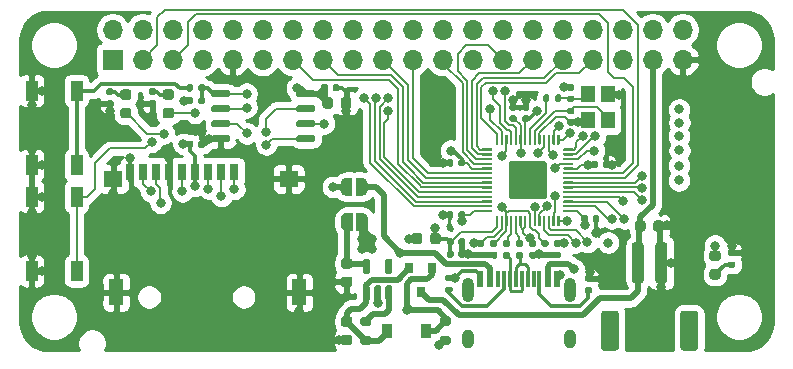
<source format=gbr>
%TF.GenerationSoftware,KiCad,Pcbnew,(5.1.8-0-10_14)*%
%TF.CreationDate,2021-08-20T13:19:01+08:00*%
%TF.ProjectId,microbyte-rp2040,6d696372-6f62-4797-9465-2d7270323034,rev?*%
%TF.SameCoordinates,Original*%
%TF.FileFunction,Copper,L1,Top*%
%TF.FilePolarity,Positive*%
%FSLAX46Y46*%
G04 Gerber Fmt 4.6, Leading zero omitted, Abs format (unit mm)*
G04 Created by KiCad (PCBNEW (5.1.8-0-10_14)) date 2021-08-20 13:19:01*
%MOMM*%
%LPD*%
G01*
G04 APERTURE LIST*
%TA.AperFunction,SMDPad,CuDef*%
%ADD10R,1.000000X1.700000*%
%TD*%
%TA.AperFunction,SMDPad,CuDef*%
%ADD11C,0.100000*%
%TD*%
%TA.AperFunction,SMDPad,CuDef*%
%ADD12R,0.900000X1.200000*%
%TD*%
%TA.AperFunction,ComponentPad*%
%ADD13C,0.600000*%
%TD*%
%TA.AperFunction,SMDPad,CuDef*%
%ADD14R,1.200000X1.400000*%
%TD*%
%TA.AperFunction,SMDPad,CuDef*%
%ADD15R,0.800000X0.900000*%
%TD*%
%TA.AperFunction,ComponentPad*%
%ADD16O,1.700000X1.700000*%
%TD*%
%TA.AperFunction,ComponentPad*%
%ADD17R,1.700000X1.700000*%
%TD*%
%TA.AperFunction,SMDPad,CuDef*%
%ADD18R,0.600000X1.450000*%
%TD*%
%TA.AperFunction,SMDPad,CuDef*%
%ADD19R,0.300000X1.450000*%
%TD*%
%TA.AperFunction,ComponentPad*%
%ADD20O,1.000000X2.100000*%
%TD*%
%TA.AperFunction,ComponentPad*%
%ADD21O,1.000000X1.600000*%
%TD*%
%TA.AperFunction,SMDPad,CuDef*%
%ADD22R,0.700000X1.400000*%
%TD*%
%TA.AperFunction,SMDPad,CuDef*%
%ADD23R,1.600000X1.400000*%
%TD*%
%TA.AperFunction,SMDPad,CuDef*%
%ADD24R,1.200000X2.200000*%
%TD*%
%TA.AperFunction,ViaPad*%
%ADD25C,0.800000*%
%TD*%
%TA.AperFunction,Conductor*%
%ADD26C,0.500000*%
%TD*%
%TA.AperFunction,Conductor*%
%ADD27C,0.200000*%
%TD*%
%TA.AperFunction,Conductor*%
%ADD28C,0.300000*%
%TD*%
%TA.AperFunction,Conductor*%
%ADD29C,0.261112*%
%TD*%
%TA.AperFunction,Conductor*%
%ADD30C,0.254000*%
%TD*%
%TA.AperFunction,Conductor*%
%ADD31C,0.100000*%
%TD*%
G04 APERTURE END LIST*
D10*
%TO.P,SW2,2*%
%TO.N,GND*%
X117690000Y-101520000D03*
X117690000Y-95220000D03*
%TO.P,SW2,1*%
%TO.N,RESET*%
X121490000Y-101520000D03*
X121490000Y-95220000D03*
%TD*%
%TO.P,SW1,2*%
%TO.N,GND*%
X117690000Y-92550000D03*
X117690000Y-86250000D03*
%TO.P,SW1,1*%
%TO.N,BOOT*%
X121490000Y-92550000D03*
X121490000Y-86250000D03*
%TD*%
%TA.AperFunction,SMDPad,CuDef*%
D11*
%TO.P,JP2,2*%
%TO.N,+5V*%
G36*
X144330000Y-95139398D02*
G01*
X144305466Y-95139398D01*
X144256635Y-95134588D01*
X144208510Y-95125016D01*
X144161555Y-95110772D01*
X144116222Y-95091995D01*
X144072949Y-95068864D01*
X144032150Y-95041604D01*
X143994221Y-95010476D01*
X143959524Y-94975779D01*
X143928396Y-94937850D01*
X143901136Y-94897051D01*
X143878005Y-94853778D01*
X143859228Y-94808445D01*
X143844984Y-94761490D01*
X143835412Y-94713365D01*
X143830602Y-94664534D01*
X143830602Y-94640000D01*
X143830000Y-94640000D01*
X143830000Y-94140000D01*
X143830602Y-94140000D01*
X143830602Y-94115466D01*
X143835412Y-94066635D01*
X143844984Y-94018510D01*
X143859228Y-93971555D01*
X143878005Y-93926222D01*
X143901136Y-93882949D01*
X143928396Y-93842150D01*
X143959524Y-93804221D01*
X143994221Y-93769524D01*
X144032150Y-93738396D01*
X144072949Y-93711136D01*
X144116222Y-93688005D01*
X144161555Y-93669228D01*
X144208510Y-93654984D01*
X144256635Y-93645412D01*
X144305466Y-93640602D01*
X144330000Y-93640602D01*
X144330000Y-93640000D01*
X144830000Y-93640000D01*
X144830000Y-95140000D01*
X144330000Y-95140000D01*
X144330000Y-95139398D01*
G37*
%TD.AperFunction*%
%TA.AperFunction,SMDPad,CuDef*%
%TO.P,JP2,1*%
%TO.N,Net-(J3-PadA4)*%
G36*
X145130000Y-93640000D02*
G01*
X145630000Y-93640000D01*
X145630000Y-93640602D01*
X145654534Y-93640602D01*
X145703365Y-93645412D01*
X145751490Y-93654984D01*
X145798445Y-93669228D01*
X145843778Y-93688005D01*
X145887051Y-93711136D01*
X145927850Y-93738396D01*
X145965779Y-93769524D01*
X146000476Y-93804221D01*
X146031604Y-93842150D01*
X146058864Y-93882949D01*
X146081995Y-93926222D01*
X146100772Y-93971555D01*
X146115016Y-94018510D01*
X146124588Y-94066635D01*
X146129398Y-94115466D01*
X146129398Y-94140000D01*
X146130000Y-94140000D01*
X146130000Y-94640000D01*
X146129398Y-94640000D01*
X146129398Y-94664534D01*
X146124588Y-94713365D01*
X146115016Y-94761490D01*
X146100772Y-94808445D01*
X146081995Y-94853778D01*
X146058864Y-94897051D01*
X146031604Y-94937850D01*
X146000476Y-94975779D01*
X145965779Y-95010476D01*
X145927850Y-95041604D01*
X145887051Y-95068864D01*
X145843778Y-95091995D01*
X145798445Y-95110772D01*
X145751490Y-95125016D01*
X145703365Y-95134588D01*
X145654534Y-95139398D01*
X145630000Y-95139398D01*
X145630000Y-95140000D01*
X145130000Y-95140000D01*
X145130000Y-93640000D01*
G37*
%TD.AperFunction*%
%TD*%
%TA.AperFunction,SMDPad,CuDef*%
%TO.P,JP1,2*%
%TO.N,+3V3*%
G36*
X145650000Y-96590602D02*
G01*
X145674534Y-96590602D01*
X145723365Y-96595412D01*
X145771490Y-96604984D01*
X145818445Y-96619228D01*
X145863778Y-96638005D01*
X145907051Y-96661136D01*
X145947850Y-96688396D01*
X145985779Y-96719524D01*
X146020476Y-96754221D01*
X146051604Y-96792150D01*
X146078864Y-96832949D01*
X146101995Y-96876222D01*
X146120772Y-96921555D01*
X146135016Y-96968510D01*
X146144588Y-97016635D01*
X146149398Y-97065466D01*
X146149398Y-97090000D01*
X146150000Y-97090000D01*
X146150000Y-97590000D01*
X146149398Y-97590000D01*
X146149398Y-97614534D01*
X146144588Y-97663365D01*
X146135016Y-97711490D01*
X146120772Y-97758445D01*
X146101995Y-97803778D01*
X146078864Y-97847051D01*
X146051604Y-97887850D01*
X146020476Y-97925779D01*
X145985779Y-97960476D01*
X145947850Y-97991604D01*
X145907051Y-98018864D01*
X145863778Y-98041995D01*
X145818445Y-98060772D01*
X145771490Y-98075016D01*
X145723365Y-98084588D01*
X145674534Y-98089398D01*
X145650000Y-98089398D01*
X145650000Y-98090000D01*
X145150000Y-98090000D01*
X145150000Y-96590000D01*
X145650000Y-96590000D01*
X145650000Y-96590602D01*
G37*
%TD.AperFunction*%
%TA.AperFunction,SMDPad,CuDef*%
%TO.P,JP1,1*%
%TO.N,Net-(C2-Pad1)*%
G36*
X144850000Y-98090000D02*
G01*
X144350000Y-98090000D01*
X144350000Y-98089398D01*
X144325466Y-98089398D01*
X144276635Y-98084588D01*
X144228510Y-98075016D01*
X144181555Y-98060772D01*
X144136222Y-98041995D01*
X144092949Y-98018864D01*
X144052150Y-97991604D01*
X144014221Y-97960476D01*
X143979524Y-97925779D01*
X143948396Y-97887850D01*
X143921136Y-97847051D01*
X143898005Y-97803778D01*
X143879228Y-97758445D01*
X143864984Y-97711490D01*
X143855412Y-97663365D01*
X143850602Y-97614534D01*
X143850602Y-97590000D01*
X143850000Y-97590000D01*
X143850000Y-97090000D01*
X143850602Y-97090000D01*
X143850602Y-97065466D01*
X143855412Y-97016635D01*
X143864984Y-96968510D01*
X143879228Y-96921555D01*
X143898005Y-96876222D01*
X143921136Y-96832949D01*
X143948396Y-96792150D01*
X143979524Y-96754221D01*
X144014221Y-96719524D01*
X144052150Y-96688396D01*
X144092949Y-96661136D01*
X144136222Y-96638005D01*
X144181555Y-96619228D01*
X144228510Y-96604984D01*
X144276635Y-96595412D01*
X144325466Y-96590602D01*
X144350000Y-96590602D01*
X144350000Y-96590000D01*
X144850000Y-96590000D01*
X144850000Y-98090000D01*
G37*
%TD.AperFunction*%
%TD*%
D12*
%TO.P,D1,2*%
%TO.N,+5V*%
X151040000Y-106580000D03*
%TO.P,D1,1*%
%TO.N,Net-(C1-Pad1)*%
X147740000Y-106580000D03*
%TD*%
%TO.P,C21,2*%
%TO.N,GND*%
%TA.AperFunction,SMDPad,CuDef*%
G36*
G01*
X153820000Y-100260000D02*
X153820000Y-99920000D01*
G75*
G02*
X153960000Y-99780000I140000J0D01*
G01*
X154240000Y-99780000D01*
G75*
G02*
X154380000Y-99920000I0J-140000D01*
G01*
X154380000Y-100260000D01*
G75*
G02*
X154240000Y-100400000I-140000J0D01*
G01*
X153960000Y-100400000D01*
G75*
G02*
X153820000Y-100260000I0J140000D01*
G01*
G37*
%TD.AperFunction*%
%TO.P,C21,1*%
%TO.N,+3.3VA*%
%TA.AperFunction,SMDPad,CuDef*%
G36*
G01*
X152860000Y-100260000D02*
X152860000Y-99920000D01*
G75*
G02*
X153000000Y-99780000I140000J0D01*
G01*
X153280000Y-99780000D01*
G75*
G02*
X153420000Y-99920000I0J-140000D01*
G01*
X153420000Y-100260000D01*
G75*
G02*
X153280000Y-100400000I-140000J0D01*
G01*
X153000000Y-100400000D01*
G75*
G02*
X152860000Y-100260000I0J140000D01*
G01*
G37*
%TD.AperFunction*%
%TD*%
%TO.P,C20,2*%
%TO.N,GND*%
%TA.AperFunction,SMDPad,CuDef*%
G36*
G01*
X153820000Y-99230000D02*
X153820000Y-98890000D01*
G75*
G02*
X153960000Y-98750000I140000J0D01*
G01*
X154240000Y-98750000D01*
G75*
G02*
X154380000Y-98890000I0J-140000D01*
G01*
X154380000Y-99230000D01*
G75*
G02*
X154240000Y-99370000I-140000J0D01*
G01*
X153960000Y-99370000D01*
G75*
G02*
X153820000Y-99230000I0J140000D01*
G01*
G37*
%TD.AperFunction*%
%TO.P,C20,1*%
%TO.N,+3.3VA*%
%TA.AperFunction,SMDPad,CuDef*%
G36*
G01*
X152860000Y-99230000D02*
X152860000Y-98890000D01*
G75*
G02*
X153000000Y-98750000I140000J0D01*
G01*
X153280000Y-98750000D01*
G75*
G02*
X153420000Y-98890000I0J-140000D01*
G01*
X153420000Y-99230000D01*
G75*
G02*
X153280000Y-99370000I-140000J0D01*
G01*
X153000000Y-99370000D01*
G75*
G02*
X152860000Y-99230000I0J140000D01*
G01*
G37*
%TD.AperFunction*%
%TD*%
%TO.P,C12,2*%
%TO.N,GND*%
%TA.AperFunction,SMDPad,CuDef*%
G36*
G01*
X155490000Y-99870000D02*
X155830000Y-99870000D01*
G75*
G02*
X155970000Y-100010000I0J-140000D01*
G01*
X155970000Y-100290000D01*
G75*
G02*
X155830000Y-100430000I-140000J0D01*
G01*
X155490000Y-100430000D01*
G75*
G02*
X155350000Y-100290000I0J140000D01*
G01*
X155350000Y-100010000D01*
G75*
G02*
X155490000Y-99870000I140000J0D01*
G01*
G37*
%TD.AperFunction*%
%TO.P,C12,1*%
%TO.N,+3V3*%
%TA.AperFunction,SMDPad,CuDef*%
G36*
G01*
X155490000Y-98910000D02*
X155830000Y-98910000D01*
G75*
G02*
X155970000Y-99050000I0J-140000D01*
G01*
X155970000Y-99330000D01*
G75*
G02*
X155830000Y-99470000I-140000J0D01*
G01*
X155490000Y-99470000D01*
G75*
G02*
X155350000Y-99330000I0J140000D01*
G01*
X155350000Y-99050000D01*
G75*
G02*
X155490000Y-98910000I140000J0D01*
G01*
G37*
%TD.AperFunction*%
%TD*%
%TO.P,C11,2*%
%TO.N,GND*%
%TA.AperFunction,SMDPad,CuDef*%
G36*
G01*
X156620000Y-99870000D02*
X156960000Y-99870000D01*
G75*
G02*
X157100000Y-100010000I0J-140000D01*
G01*
X157100000Y-100290000D01*
G75*
G02*
X156960000Y-100430000I-140000J0D01*
G01*
X156620000Y-100430000D01*
G75*
G02*
X156480000Y-100290000I0J140000D01*
G01*
X156480000Y-100010000D01*
G75*
G02*
X156620000Y-99870000I140000J0D01*
G01*
G37*
%TD.AperFunction*%
%TO.P,C11,1*%
%TO.N,+1V1*%
%TA.AperFunction,SMDPad,CuDef*%
G36*
G01*
X156620000Y-98910000D02*
X156960000Y-98910000D01*
G75*
G02*
X157100000Y-99050000I0J-140000D01*
G01*
X157100000Y-99330000D01*
G75*
G02*
X156960000Y-99470000I-140000J0D01*
G01*
X156620000Y-99470000D01*
G75*
G02*
X156480000Y-99330000I0J140000D01*
G01*
X156480000Y-99050000D01*
G75*
G02*
X156620000Y-98910000I140000J0D01*
G01*
G37*
%TD.AperFunction*%
%TD*%
%TO.P,U4,57*%
%TO.N,GND*%
%TA.AperFunction,SMDPad,CuDef*%
G36*
G01*
X161280000Y-92384000D02*
X161280000Y-95296000D01*
G75*
G02*
X161136000Y-95440000I-144000J0D01*
G01*
X158224000Y-95440000D01*
G75*
G02*
X158080000Y-95296000I0J144000D01*
G01*
X158080000Y-92384000D01*
G75*
G02*
X158224000Y-92240000I144000J0D01*
G01*
X161136000Y-92240000D01*
G75*
G02*
X161280000Y-92384000I0J-144000D01*
G01*
G37*
%TD.AperFunction*%
D13*
X160955000Y-95115000D03*
X159680000Y-95115000D03*
X158405000Y-95115000D03*
X160955000Y-93840000D03*
X159680000Y-93840000D03*
X158405000Y-93840000D03*
X160955000Y-92565000D03*
X159680000Y-92565000D03*
X158405000Y-92565000D03*
%TO.P,U4,1*%
%TO.N,+3V3*%
%TA.AperFunction,SMDPad,CuDef*%
G36*
G01*
X163555000Y-96390000D02*
X163555000Y-96490000D01*
G75*
G02*
X163505000Y-96540000I-50000J0D01*
G01*
X162730000Y-96540000D01*
G75*
G02*
X162680000Y-96490000I0J50000D01*
G01*
X162680000Y-96390000D01*
G75*
G02*
X162730000Y-96340000I50000J0D01*
G01*
X163505000Y-96340000D01*
G75*
G02*
X163555000Y-96390000I0J-50000D01*
G01*
G37*
%TD.AperFunction*%
%TO.P,U4,2*%
%TO.N,UART0_TX*%
%TA.AperFunction,SMDPad,CuDef*%
G36*
G01*
X163555000Y-95990000D02*
X163555000Y-96090000D01*
G75*
G02*
X163505000Y-96140000I-50000J0D01*
G01*
X162730000Y-96140000D01*
G75*
G02*
X162680000Y-96090000I0J50000D01*
G01*
X162680000Y-95990000D01*
G75*
G02*
X162730000Y-95940000I50000J0D01*
G01*
X163505000Y-95940000D01*
G75*
G02*
X163555000Y-95990000I0J-50000D01*
G01*
G37*
%TD.AperFunction*%
%TO.P,U4,3*%
%TO.N,UART0_RX*%
%TA.AperFunction,SMDPad,CuDef*%
G36*
G01*
X163555000Y-95590000D02*
X163555000Y-95690000D01*
G75*
G02*
X163505000Y-95740000I-50000J0D01*
G01*
X162730000Y-95740000D01*
G75*
G02*
X162680000Y-95690000I0J50000D01*
G01*
X162680000Y-95590000D01*
G75*
G02*
X162730000Y-95540000I50000J0D01*
G01*
X163505000Y-95540000D01*
G75*
G02*
X163555000Y-95590000I0J-50000D01*
G01*
G37*
%TD.AperFunction*%
%TO.P,U4,4*%
%TO.N,SPI0_SCK*%
%TA.AperFunction,SMDPad,CuDef*%
G36*
G01*
X163555000Y-95190000D02*
X163555000Y-95290000D01*
G75*
G02*
X163505000Y-95340000I-50000J0D01*
G01*
X162730000Y-95340000D01*
G75*
G02*
X162680000Y-95290000I0J50000D01*
G01*
X162680000Y-95190000D01*
G75*
G02*
X162730000Y-95140000I50000J0D01*
G01*
X163505000Y-95140000D01*
G75*
G02*
X163555000Y-95190000I0J-50000D01*
G01*
G37*
%TD.AperFunction*%
%TO.P,U4,5*%
%TO.N,SPI0_MOSI*%
%TA.AperFunction,SMDPad,CuDef*%
G36*
G01*
X163555000Y-94790000D02*
X163555000Y-94890000D01*
G75*
G02*
X163505000Y-94940000I-50000J0D01*
G01*
X162730000Y-94940000D01*
G75*
G02*
X162680000Y-94890000I0J50000D01*
G01*
X162680000Y-94790000D01*
G75*
G02*
X162730000Y-94740000I50000J0D01*
G01*
X163505000Y-94740000D01*
G75*
G02*
X163555000Y-94790000I0J-50000D01*
G01*
G37*
%TD.AperFunction*%
%TO.P,U4,6*%
%TO.N,SPI0_MISO*%
%TA.AperFunction,SMDPad,CuDef*%
G36*
G01*
X163555000Y-94390000D02*
X163555000Y-94490000D01*
G75*
G02*
X163505000Y-94540000I-50000J0D01*
G01*
X162730000Y-94540000D01*
G75*
G02*
X162680000Y-94490000I0J50000D01*
G01*
X162680000Y-94390000D01*
G75*
G02*
X162730000Y-94340000I50000J0D01*
G01*
X163505000Y-94340000D01*
G75*
G02*
X163555000Y-94390000I0J-50000D01*
G01*
G37*
%TD.AperFunction*%
%TO.P,U4,7*%
%TO.N,GPIO5*%
%TA.AperFunction,SMDPad,CuDef*%
G36*
G01*
X163555000Y-93990000D02*
X163555000Y-94090000D01*
G75*
G02*
X163505000Y-94140000I-50000J0D01*
G01*
X162730000Y-94140000D01*
G75*
G02*
X162680000Y-94090000I0J50000D01*
G01*
X162680000Y-93990000D01*
G75*
G02*
X162730000Y-93940000I50000J0D01*
G01*
X163505000Y-93940000D01*
G75*
G02*
X163555000Y-93990000I0J-50000D01*
G01*
G37*
%TD.AperFunction*%
%TO.P,U4,8*%
%TO.N,I2C1_SDA*%
%TA.AperFunction,SMDPad,CuDef*%
G36*
G01*
X163555000Y-93590000D02*
X163555000Y-93690000D01*
G75*
G02*
X163505000Y-93740000I-50000J0D01*
G01*
X162730000Y-93740000D01*
G75*
G02*
X162680000Y-93690000I0J50000D01*
G01*
X162680000Y-93590000D01*
G75*
G02*
X162730000Y-93540000I50000J0D01*
G01*
X163505000Y-93540000D01*
G75*
G02*
X163555000Y-93590000I0J-50000D01*
G01*
G37*
%TD.AperFunction*%
%TO.P,U4,9*%
%TO.N,I2C1_SCL*%
%TA.AperFunction,SMDPad,CuDef*%
G36*
G01*
X163555000Y-93190000D02*
X163555000Y-93290000D01*
G75*
G02*
X163505000Y-93340000I-50000J0D01*
G01*
X162730000Y-93340000D01*
G75*
G02*
X162680000Y-93290000I0J50000D01*
G01*
X162680000Y-93190000D01*
G75*
G02*
X162730000Y-93140000I50000J0D01*
G01*
X163505000Y-93140000D01*
G75*
G02*
X163555000Y-93190000I0J-50000D01*
G01*
G37*
%TD.AperFunction*%
%TO.P,U4,10*%
%TO.N,+3V3*%
%TA.AperFunction,SMDPad,CuDef*%
G36*
G01*
X163555000Y-92790000D02*
X163555000Y-92890000D01*
G75*
G02*
X163505000Y-92940000I-50000J0D01*
G01*
X162730000Y-92940000D01*
G75*
G02*
X162680000Y-92890000I0J50000D01*
G01*
X162680000Y-92790000D01*
G75*
G02*
X162730000Y-92740000I50000J0D01*
G01*
X163505000Y-92740000D01*
G75*
G02*
X163555000Y-92790000I0J-50000D01*
G01*
G37*
%TD.AperFunction*%
%TO.P,U4,11*%
%TO.N,LED1_BUILT_IN*%
%TA.AperFunction,SMDPad,CuDef*%
G36*
G01*
X163555000Y-92390000D02*
X163555000Y-92490000D01*
G75*
G02*
X163505000Y-92540000I-50000J0D01*
G01*
X162730000Y-92540000D01*
G75*
G02*
X162680000Y-92490000I0J50000D01*
G01*
X162680000Y-92390000D01*
G75*
G02*
X162730000Y-92340000I50000J0D01*
G01*
X163505000Y-92340000D01*
G75*
G02*
X163555000Y-92390000I0J-50000D01*
G01*
G37*
%TD.AperFunction*%
%TO.P,U4,12*%
%TO.N,SDIO_DAT3*%
%TA.AperFunction,SMDPad,CuDef*%
G36*
G01*
X163555000Y-91990000D02*
X163555000Y-92090000D01*
G75*
G02*
X163505000Y-92140000I-50000J0D01*
G01*
X162730000Y-92140000D01*
G75*
G02*
X162680000Y-92090000I0J50000D01*
G01*
X162680000Y-91990000D01*
G75*
G02*
X162730000Y-91940000I50000J0D01*
G01*
X163505000Y-91940000D01*
G75*
G02*
X163555000Y-91990000I0J-50000D01*
G01*
G37*
%TD.AperFunction*%
%TO.P,U4,13*%
%TO.N,SDIO_DAT2*%
%TA.AperFunction,SMDPad,CuDef*%
G36*
G01*
X163555000Y-91590000D02*
X163555000Y-91690000D01*
G75*
G02*
X163505000Y-91740000I-50000J0D01*
G01*
X162730000Y-91740000D01*
G75*
G02*
X162680000Y-91690000I0J50000D01*
G01*
X162680000Y-91590000D01*
G75*
G02*
X162730000Y-91540000I50000J0D01*
G01*
X163505000Y-91540000D01*
G75*
G02*
X163555000Y-91590000I0J-50000D01*
G01*
G37*
%TD.AperFunction*%
%TO.P,U4,14*%
%TO.N,SDIO_DAT1*%
%TA.AperFunction,SMDPad,CuDef*%
G36*
G01*
X163555000Y-91190000D02*
X163555000Y-91290000D01*
G75*
G02*
X163505000Y-91340000I-50000J0D01*
G01*
X162730000Y-91340000D01*
G75*
G02*
X162680000Y-91290000I0J50000D01*
G01*
X162680000Y-91190000D01*
G75*
G02*
X162730000Y-91140000I50000J0D01*
G01*
X163505000Y-91140000D01*
G75*
G02*
X163555000Y-91190000I0J-50000D01*
G01*
G37*
%TD.AperFunction*%
%TO.P,U4,15*%
%TO.N,SDIO_DAT0*%
%TA.AperFunction,SMDPad,CuDef*%
G36*
G01*
X162380000Y-90015000D02*
X162380000Y-90790000D01*
G75*
G02*
X162330000Y-90840000I-50000J0D01*
G01*
X162230000Y-90840000D01*
G75*
G02*
X162180000Y-90790000I0J50000D01*
G01*
X162180000Y-90015000D01*
G75*
G02*
X162230000Y-89965000I50000J0D01*
G01*
X162330000Y-89965000D01*
G75*
G02*
X162380000Y-90015000I0J-50000D01*
G01*
G37*
%TD.AperFunction*%
%TO.P,U4,16*%
%TO.N,LED2_BUILT_IN*%
%TA.AperFunction,SMDPad,CuDef*%
G36*
G01*
X161980000Y-90015000D02*
X161980000Y-90790000D01*
G75*
G02*
X161930000Y-90840000I-50000J0D01*
G01*
X161830000Y-90840000D01*
G75*
G02*
X161780000Y-90790000I0J50000D01*
G01*
X161780000Y-90015000D01*
G75*
G02*
X161830000Y-89965000I50000J0D01*
G01*
X161930000Y-89965000D01*
G75*
G02*
X161980000Y-90015000I0J-50000D01*
G01*
G37*
%TD.AperFunction*%
%TO.P,U4,17*%
%TO.N,SDIO_CLK*%
%TA.AperFunction,SMDPad,CuDef*%
G36*
G01*
X161580000Y-90015000D02*
X161580000Y-90790000D01*
G75*
G02*
X161530000Y-90840000I-50000J0D01*
G01*
X161430000Y-90840000D01*
G75*
G02*
X161380000Y-90790000I0J50000D01*
G01*
X161380000Y-90015000D01*
G75*
G02*
X161430000Y-89965000I50000J0D01*
G01*
X161530000Y-89965000D01*
G75*
G02*
X161580000Y-90015000I0J-50000D01*
G01*
G37*
%TD.AperFunction*%
%TO.P,U4,18*%
%TO.N,SDIO_CMD*%
%TA.AperFunction,SMDPad,CuDef*%
G36*
G01*
X161180000Y-90015000D02*
X161180000Y-90790000D01*
G75*
G02*
X161130000Y-90840000I-50000J0D01*
G01*
X161030000Y-90840000D01*
G75*
G02*
X160980000Y-90790000I0J50000D01*
G01*
X160980000Y-90015000D01*
G75*
G02*
X161030000Y-89965000I50000J0D01*
G01*
X161130000Y-89965000D01*
G75*
G02*
X161180000Y-90015000I0J-50000D01*
G01*
G37*
%TD.AperFunction*%
%TO.P,U4,19*%
%TO.N,GND*%
%TA.AperFunction,SMDPad,CuDef*%
G36*
G01*
X160780000Y-90015000D02*
X160780000Y-90790000D01*
G75*
G02*
X160730000Y-90840000I-50000J0D01*
G01*
X160630000Y-90840000D01*
G75*
G02*
X160580000Y-90790000I0J50000D01*
G01*
X160580000Y-90015000D01*
G75*
G02*
X160630000Y-89965000I50000J0D01*
G01*
X160730000Y-89965000D01*
G75*
G02*
X160780000Y-90015000I0J-50000D01*
G01*
G37*
%TD.AperFunction*%
%TO.P,U4,20*%
%TO.N,Net-(C22-Pad1)*%
%TA.AperFunction,SMDPad,CuDef*%
G36*
G01*
X160380000Y-90015000D02*
X160380000Y-90790000D01*
G75*
G02*
X160330000Y-90840000I-50000J0D01*
G01*
X160230000Y-90840000D01*
G75*
G02*
X160180000Y-90790000I0J50000D01*
G01*
X160180000Y-90015000D01*
G75*
G02*
X160230000Y-89965000I50000J0D01*
G01*
X160330000Y-89965000D01*
G75*
G02*
X160380000Y-90015000I0J-50000D01*
G01*
G37*
%TD.AperFunction*%
%TO.P,U4,21*%
%TO.N,Net-(R13-Pad2)*%
%TA.AperFunction,SMDPad,CuDef*%
G36*
G01*
X159980000Y-90015000D02*
X159980000Y-90790000D01*
G75*
G02*
X159930000Y-90840000I-50000J0D01*
G01*
X159830000Y-90840000D01*
G75*
G02*
X159780000Y-90790000I0J50000D01*
G01*
X159780000Y-90015000D01*
G75*
G02*
X159830000Y-89965000I50000J0D01*
G01*
X159930000Y-89965000D01*
G75*
G02*
X159980000Y-90015000I0J-50000D01*
G01*
G37*
%TD.AperFunction*%
%TO.P,U4,22*%
%TO.N,+3V3*%
%TA.AperFunction,SMDPad,CuDef*%
G36*
G01*
X159580000Y-90015000D02*
X159580000Y-90790000D01*
G75*
G02*
X159530000Y-90840000I-50000J0D01*
G01*
X159430000Y-90840000D01*
G75*
G02*
X159380000Y-90790000I0J50000D01*
G01*
X159380000Y-90015000D01*
G75*
G02*
X159430000Y-89965000I50000J0D01*
G01*
X159530000Y-89965000D01*
G75*
G02*
X159580000Y-90015000I0J-50000D01*
G01*
G37*
%TD.AperFunction*%
%TO.P,U4,23*%
%TO.N,+1V1*%
%TA.AperFunction,SMDPad,CuDef*%
G36*
G01*
X159180000Y-90015000D02*
X159180000Y-90790000D01*
G75*
G02*
X159130000Y-90840000I-50000J0D01*
G01*
X159030000Y-90840000D01*
G75*
G02*
X158980000Y-90790000I0J50000D01*
G01*
X158980000Y-90015000D01*
G75*
G02*
X159030000Y-89965000I50000J0D01*
G01*
X159130000Y-89965000D01*
G75*
G02*
X159180000Y-90015000I0J-50000D01*
G01*
G37*
%TD.AperFunction*%
%TO.P,U4,24*%
%TO.N,SWDCK*%
%TA.AperFunction,SMDPad,CuDef*%
G36*
G01*
X158780000Y-90015000D02*
X158780000Y-90790000D01*
G75*
G02*
X158730000Y-90840000I-50000J0D01*
G01*
X158630000Y-90840000D01*
G75*
G02*
X158580000Y-90790000I0J50000D01*
G01*
X158580000Y-90015000D01*
G75*
G02*
X158630000Y-89965000I50000J0D01*
G01*
X158730000Y-89965000D01*
G75*
G02*
X158780000Y-90015000I0J-50000D01*
G01*
G37*
%TD.AperFunction*%
%TO.P,U4,25*%
%TO.N,SWDIO*%
%TA.AperFunction,SMDPad,CuDef*%
G36*
G01*
X158380000Y-90015000D02*
X158380000Y-90790000D01*
G75*
G02*
X158330000Y-90840000I-50000J0D01*
G01*
X158230000Y-90840000D01*
G75*
G02*
X158180000Y-90790000I0J50000D01*
G01*
X158180000Y-90015000D01*
G75*
G02*
X158230000Y-89965000I50000J0D01*
G01*
X158330000Y-89965000D01*
G75*
G02*
X158380000Y-90015000I0J-50000D01*
G01*
G37*
%TD.AperFunction*%
%TO.P,U4,26*%
%TO.N,RESET*%
%TA.AperFunction,SMDPad,CuDef*%
G36*
G01*
X157980000Y-90015000D02*
X157980000Y-90790000D01*
G75*
G02*
X157930000Y-90840000I-50000J0D01*
G01*
X157830000Y-90840000D01*
G75*
G02*
X157780000Y-90790000I0J50000D01*
G01*
X157780000Y-90015000D01*
G75*
G02*
X157830000Y-89965000I50000J0D01*
G01*
X157930000Y-89965000D01*
G75*
G02*
X157980000Y-90015000I0J-50000D01*
G01*
G37*
%TD.AperFunction*%
%TO.P,U4,27*%
%TO.N,GPIO16*%
%TA.AperFunction,SMDPad,CuDef*%
G36*
G01*
X157580000Y-90015000D02*
X157580000Y-90790000D01*
G75*
G02*
X157530000Y-90840000I-50000J0D01*
G01*
X157430000Y-90840000D01*
G75*
G02*
X157380000Y-90790000I0J50000D01*
G01*
X157380000Y-90015000D01*
G75*
G02*
X157430000Y-89965000I50000J0D01*
G01*
X157530000Y-89965000D01*
G75*
G02*
X157580000Y-90015000I0J-50000D01*
G01*
G37*
%TD.AperFunction*%
%TO.P,U4,28*%
%TO.N,GPIO17*%
%TA.AperFunction,SMDPad,CuDef*%
G36*
G01*
X157180000Y-90015000D02*
X157180000Y-90790000D01*
G75*
G02*
X157130000Y-90840000I-50000J0D01*
G01*
X157030000Y-90840000D01*
G75*
G02*
X156980000Y-90790000I0J50000D01*
G01*
X156980000Y-90015000D01*
G75*
G02*
X157030000Y-89965000I50000J0D01*
G01*
X157130000Y-89965000D01*
G75*
G02*
X157180000Y-90015000I0J-50000D01*
G01*
G37*
%TD.AperFunction*%
%TO.P,U4,29*%
%TO.N,GPIO18*%
%TA.AperFunction,SMDPad,CuDef*%
G36*
G01*
X156680000Y-91190000D02*
X156680000Y-91290000D01*
G75*
G02*
X156630000Y-91340000I-50000J0D01*
G01*
X155855000Y-91340000D01*
G75*
G02*
X155805000Y-91290000I0J50000D01*
G01*
X155805000Y-91190000D01*
G75*
G02*
X155855000Y-91140000I50000J0D01*
G01*
X156630000Y-91140000D01*
G75*
G02*
X156680000Y-91190000I0J-50000D01*
G01*
G37*
%TD.AperFunction*%
%TO.P,U4,30*%
%TO.N,GPIO19*%
%TA.AperFunction,SMDPad,CuDef*%
G36*
G01*
X156680000Y-91590000D02*
X156680000Y-91690000D01*
G75*
G02*
X156630000Y-91740000I-50000J0D01*
G01*
X155855000Y-91740000D01*
G75*
G02*
X155805000Y-91690000I0J50000D01*
G01*
X155805000Y-91590000D01*
G75*
G02*
X155855000Y-91540000I50000J0D01*
G01*
X156630000Y-91540000D01*
G75*
G02*
X156680000Y-91590000I0J-50000D01*
G01*
G37*
%TD.AperFunction*%
%TO.P,U4,31*%
%TO.N,GPIO20*%
%TA.AperFunction,SMDPad,CuDef*%
G36*
G01*
X156680000Y-91990000D02*
X156680000Y-92090000D01*
G75*
G02*
X156630000Y-92140000I-50000J0D01*
G01*
X155855000Y-92140000D01*
G75*
G02*
X155805000Y-92090000I0J50000D01*
G01*
X155805000Y-91990000D01*
G75*
G02*
X155855000Y-91940000I50000J0D01*
G01*
X156630000Y-91940000D01*
G75*
G02*
X156680000Y-91990000I0J-50000D01*
G01*
G37*
%TD.AperFunction*%
%TO.P,U4,32*%
%TO.N,GPIO21*%
%TA.AperFunction,SMDPad,CuDef*%
G36*
G01*
X156680000Y-92390000D02*
X156680000Y-92490000D01*
G75*
G02*
X156630000Y-92540000I-50000J0D01*
G01*
X155855000Y-92540000D01*
G75*
G02*
X155805000Y-92490000I0J50000D01*
G01*
X155805000Y-92390000D01*
G75*
G02*
X155855000Y-92340000I50000J0D01*
G01*
X156630000Y-92340000D01*
G75*
G02*
X156680000Y-92390000I0J-50000D01*
G01*
G37*
%TD.AperFunction*%
%TO.P,U4,33*%
%TO.N,+3V3*%
%TA.AperFunction,SMDPad,CuDef*%
G36*
G01*
X156680000Y-92790000D02*
X156680000Y-92890000D01*
G75*
G02*
X156630000Y-92940000I-50000J0D01*
G01*
X155855000Y-92940000D01*
G75*
G02*
X155805000Y-92890000I0J50000D01*
G01*
X155805000Y-92790000D01*
G75*
G02*
X155855000Y-92740000I50000J0D01*
G01*
X156630000Y-92740000D01*
G75*
G02*
X156680000Y-92790000I0J-50000D01*
G01*
G37*
%TD.AperFunction*%
%TO.P,U4,34*%
%TO.N,GPIO22*%
%TA.AperFunction,SMDPad,CuDef*%
G36*
G01*
X156680000Y-93190000D02*
X156680000Y-93290000D01*
G75*
G02*
X156630000Y-93340000I-50000J0D01*
G01*
X155855000Y-93340000D01*
G75*
G02*
X155805000Y-93290000I0J50000D01*
G01*
X155805000Y-93190000D01*
G75*
G02*
X155855000Y-93140000I50000J0D01*
G01*
X156630000Y-93140000D01*
G75*
G02*
X156680000Y-93190000I0J-50000D01*
G01*
G37*
%TD.AperFunction*%
%TO.P,U4,35*%
%TO.N,GPIO23*%
%TA.AperFunction,SMDPad,CuDef*%
G36*
G01*
X156680000Y-93590000D02*
X156680000Y-93690000D01*
G75*
G02*
X156630000Y-93740000I-50000J0D01*
G01*
X155855000Y-93740000D01*
G75*
G02*
X155805000Y-93690000I0J50000D01*
G01*
X155805000Y-93590000D01*
G75*
G02*
X155855000Y-93540000I50000J0D01*
G01*
X156630000Y-93540000D01*
G75*
G02*
X156680000Y-93590000I0J-50000D01*
G01*
G37*
%TD.AperFunction*%
%TO.P,U4,36*%
%TO.N,GPIO24*%
%TA.AperFunction,SMDPad,CuDef*%
G36*
G01*
X156680000Y-93990000D02*
X156680000Y-94090000D01*
G75*
G02*
X156630000Y-94140000I-50000J0D01*
G01*
X155855000Y-94140000D01*
G75*
G02*
X155805000Y-94090000I0J50000D01*
G01*
X155805000Y-93990000D01*
G75*
G02*
X155855000Y-93940000I50000J0D01*
G01*
X156630000Y-93940000D01*
G75*
G02*
X156680000Y-93990000I0J-50000D01*
G01*
G37*
%TD.AperFunction*%
%TO.P,U4,37*%
%TO.N,GPIO25*%
%TA.AperFunction,SMDPad,CuDef*%
G36*
G01*
X156680000Y-94390000D02*
X156680000Y-94490000D01*
G75*
G02*
X156630000Y-94540000I-50000J0D01*
G01*
X155855000Y-94540000D01*
G75*
G02*
X155805000Y-94490000I0J50000D01*
G01*
X155805000Y-94390000D01*
G75*
G02*
X155855000Y-94340000I50000J0D01*
G01*
X156630000Y-94340000D01*
G75*
G02*
X156680000Y-94390000I0J-50000D01*
G01*
G37*
%TD.AperFunction*%
%TO.P,U4,38*%
%TO.N,ADC0*%
%TA.AperFunction,SMDPad,CuDef*%
G36*
G01*
X156680000Y-94790000D02*
X156680000Y-94890000D01*
G75*
G02*
X156630000Y-94940000I-50000J0D01*
G01*
X155855000Y-94940000D01*
G75*
G02*
X155805000Y-94890000I0J50000D01*
G01*
X155805000Y-94790000D01*
G75*
G02*
X155855000Y-94740000I50000J0D01*
G01*
X156630000Y-94740000D01*
G75*
G02*
X156680000Y-94790000I0J-50000D01*
G01*
G37*
%TD.AperFunction*%
%TO.P,U4,39*%
%TO.N,ADC1*%
%TA.AperFunction,SMDPad,CuDef*%
G36*
G01*
X156680000Y-95190000D02*
X156680000Y-95290000D01*
G75*
G02*
X156630000Y-95340000I-50000J0D01*
G01*
X155855000Y-95340000D01*
G75*
G02*
X155805000Y-95290000I0J50000D01*
G01*
X155805000Y-95190000D01*
G75*
G02*
X155855000Y-95140000I50000J0D01*
G01*
X156630000Y-95140000D01*
G75*
G02*
X156680000Y-95190000I0J-50000D01*
G01*
G37*
%TD.AperFunction*%
%TO.P,U4,40*%
%TO.N,ADC2*%
%TA.AperFunction,SMDPad,CuDef*%
G36*
G01*
X156680000Y-95590000D02*
X156680000Y-95690000D01*
G75*
G02*
X156630000Y-95740000I-50000J0D01*
G01*
X155855000Y-95740000D01*
G75*
G02*
X155805000Y-95690000I0J50000D01*
G01*
X155805000Y-95590000D01*
G75*
G02*
X155855000Y-95540000I50000J0D01*
G01*
X156630000Y-95540000D01*
G75*
G02*
X156680000Y-95590000I0J-50000D01*
G01*
G37*
%TD.AperFunction*%
%TO.P,U4,41*%
%TO.N,ADC3*%
%TA.AperFunction,SMDPad,CuDef*%
G36*
G01*
X156680000Y-95990000D02*
X156680000Y-96090000D01*
G75*
G02*
X156630000Y-96140000I-50000J0D01*
G01*
X155855000Y-96140000D01*
G75*
G02*
X155805000Y-96090000I0J50000D01*
G01*
X155805000Y-95990000D01*
G75*
G02*
X155855000Y-95940000I50000J0D01*
G01*
X156630000Y-95940000D01*
G75*
G02*
X156680000Y-95990000I0J-50000D01*
G01*
G37*
%TD.AperFunction*%
%TO.P,U4,42*%
%TO.N,+3V3*%
%TA.AperFunction,SMDPad,CuDef*%
G36*
G01*
X156680000Y-96390000D02*
X156680000Y-96490000D01*
G75*
G02*
X156630000Y-96540000I-50000J0D01*
G01*
X155855000Y-96540000D01*
G75*
G02*
X155805000Y-96490000I0J50000D01*
G01*
X155805000Y-96390000D01*
G75*
G02*
X155855000Y-96340000I50000J0D01*
G01*
X156630000Y-96340000D01*
G75*
G02*
X156680000Y-96390000I0J-50000D01*
G01*
G37*
%TD.AperFunction*%
%TO.P,U4,43*%
%TO.N,+3.3VA*%
%TA.AperFunction,SMDPad,CuDef*%
G36*
G01*
X157180000Y-96890000D02*
X157180000Y-97665000D01*
G75*
G02*
X157130000Y-97715000I-50000J0D01*
G01*
X157030000Y-97715000D01*
G75*
G02*
X156980000Y-97665000I0J50000D01*
G01*
X156980000Y-96890000D01*
G75*
G02*
X157030000Y-96840000I50000J0D01*
G01*
X157130000Y-96840000D01*
G75*
G02*
X157180000Y-96890000I0J-50000D01*
G01*
G37*
%TD.AperFunction*%
%TO.P,U4,44*%
%TO.N,+3V3*%
%TA.AperFunction,SMDPad,CuDef*%
G36*
G01*
X157580000Y-96890000D02*
X157580000Y-97665000D01*
G75*
G02*
X157530000Y-97715000I-50000J0D01*
G01*
X157430000Y-97715000D01*
G75*
G02*
X157380000Y-97665000I0J50000D01*
G01*
X157380000Y-96890000D01*
G75*
G02*
X157430000Y-96840000I50000J0D01*
G01*
X157530000Y-96840000D01*
G75*
G02*
X157580000Y-96890000I0J-50000D01*
G01*
G37*
%TD.AperFunction*%
%TO.P,U4,45*%
%TO.N,+1V1*%
%TA.AperFunction,SMDPad,CuDef*%
G36*
G01*
X157980000Y-96890000D02*
X157980000Y-97665000D01*
G75*
G02*
X157930000Y-97715000I-50000J0D01*
G01*
X157830000Y-97715000D01*
G75*
G02*
X157780000Y-97665000I0J50000D01*
G01*
X157780000Y-96890000D01*
G75*
G02*
X157830000Y-96840000I50000J0D01*
G01*
X157930000Y-96840000D01*
G75*
G02*
X157980000Y-96890000I0J-50000D01*
G01*
G37*
%TD.AperFunction*%
%TO.P,U4,46*%
%TO.N,Net-(R12-Pad1)*%
%TA.AperFunction,SMDPad,CuDef*%
G36*
G01*
X158380000Y-96890000D02*
X158380000Y-97665000D01*
G75*
G02*
X158330000Y-97715000I-50000J0D01*
G01*
X158230000Y-97715000D01*
G75*
G02*
X158180000Y-97665000I0J50000D01*
G01*
X158180000Y-96890000D01*
G75*
G02*
X158230000Y-96840000I50000J0D01*
G01*
X158330000Y-96840000D01*
G75*
G02*
X158380000Y-96890000I0J-50000D01*
G01*
G37*
%TD.AperFunction*%
%TO.P,U4,47*%
%TO.N,Net-(R11-Pad1)*%
%TA.AperFunction,SMDPad,CuDef*%
G36*
G01*
X158780000Y-96890000D02*
X158780000Y-97665000D01*
G75*
G02*
X158730000Y-97715000I-50000J0D01*
G01*
X158630000Y-97715000D01*
G75*
G02*
X158580000Y-97665000I0J50000D01*
G01*
X158580000Y-96890000D01*
G75*
G02*
X158630000Y-96840000I50000J0D01*
G01*
X158730000Y-96840000D01*
G75*
G02*
X158780000Y-96890000I0J-50000D01*
G01*
G37*
%TD.AperFunction*%
%TO.P,U4,48*%
%TO.N,+3V3*%
%TA.AperFunction,SMDPad,CuDef*%
G36*
G01*
X159180000Y-96890000D02*
X159180000Y-97665000D01*
G75*
G02*
X159130000Y-97715000I-50000J0D01*
G01*
X159030000Y-97715000D01*
G75*
G02*
X158980000Y-97665000I0J50000D01*
G01*
X158980000Y-96890000D01*
G75*
G02*
X159030000Y-96840000I50000J0D01*
G01*
X159130000Y-96840000D01*
G75*
G02*
X159180000Y-96890000I0J-50000D01*
G01*
G37*
%TD.AperFunction*%
%TO.P,U4,49*%
%TA.AperFunction,SMDPad,CuDef*%
G36*
G01*
X159580000Y-96890000D02*
X159580000Y-97665000D01*
G75*
G02*
X159530000Y-97715000I-50000J0D01*
G01*
X159430000Y-97715000D01*
G75*
G02*
X159380000Y-97665000I0J50000D01*
G01*
X159380000Y-96890000D01*
G75*
G02*
X159430000Y-96840000I50000J0D01*
G01*
X159530000Y-96840000D01*
G75*
G02*
X159580000Y-96890000I0J-50000D01*
G01*
G37*
%TD.AperFunction*%
%TO.P,U4,50*%
%TO.N,+1V1*%
%TA.AperFunction,SMDPad,CuDef*%
G36*
G01*
X159980000Y-96890000D02*
X159980000Y-97665000D01*
G75*
G02*
X159930000Y-97715000I-50000J0D01*
G01*
X159830000Y-97715000D01*
G75*
G02*
X159780000Y-97665000I0J50000D01*
G01*
X159780000Y-96890000D01*
G75*
G02*
X159830000Y-96840000I50000J0D01*
G01*
X159930000Y-96840000D01*
G75*
G02*
X159980000Y-96890000I0J-50000D01*
G01*
G37*
%TD.AperFunction*%
%TO.P,U4,51*%
%TO.N,QSPI_D3*%
%TA.AperFunction,SMDPad,CuDef*%
G36*
G01*
X160380000Y-96890000D02*
X160380000Y-97665000D01*
G75*
G02*
X160330000Y-97715000I-50000J0D01*
G01*
X160230000Y-97715000D01*
G75*
G02*
X160180000Y-97665000I0J50000D01*
G01*
X160180000Y-96890000D01*
G75*
G02*
X160230000Y-96840000I50000J0D01*
G01*
X160330000Y-96840000D01*
G75*
G02*
X160380000Y-96890000I0J-50000D01*
G01*
G37*
%TD.AperFunction*%
%TO.P,U4,52*%
%TO.N,QSPI_CLK*%
%TA.AperFunction,SMDPad,CuDef*%
G36*
G01*
X160780000Y-96890000D02*
X160780000Y-97665000D01*
G75*
G02*
X160730000Y-97715000I-50000J0D01*
G01*
X160630000Y-97715000D01*
G75*
G02*
X160580000Y-97665000I0J50000D01*
G01*
X160580000Y-96890000D01*
G75*
G02*
X160630000Y-96840000I50000J0D01*
G01*
X160730000Y-96840000D01*
G75*
G02*
X160780000Y-96890000I0J-50000D01*
G01*
G37*
%TD.AperFunction*%
%TO.P,U4,53*%
%TO.N,QSPI_D0*%
%TA.AperFunction,SMDPad,CuDef*%
G36*
G01*
X161180000Y-96890000D02*
X161180000Y-97665000D01*
G75*
G02*
X161130000Y-97715000I-50000J0D01*
G01*
X161030000Y-97715000D01*
G75*
G02*
X160980000Y-97665000I0J50000D01*
G01*
X160980000Y-96890000D01*
G75*
G02*
X161030000Y-96840000I50000J0D01*
G01*
X161130000Y-96840000D01*
G75*
G02*
X161180000Y-96890000I0J-50000D01*
G01*
G37*
%TD.AperFunction*%
%TO.P,U4,54*%
%TO.N,QSPI_D2*%
%TA.AperFunction,SMDPad,CuDef*%
G36*
G01*
X161580000Y-96890000D02*
X161580000Y-97665000D01*
G75*
G02*
X161530000Y-97715000I-50000J0D01*
G01*
X161430000Y-97715000D01*
G75*
G02*
X161380000Y-97665000I0J50000D01*
G01*
X161380000Y-96890000D01*
G75*
G02*
X161430000Y-96840000I50000J0D01*
G01*
X161530000Y-96840000D01*
G75*
G02*
X161580000Y-96890000I0J-50000D01*
G01*
G37*
%TD.AperFunction*%
%TO.P,U4,55*%
%TO.N,QSPI_D1*%
%TA.AperFunction,SMDPad,CuDef*%
G36*
G01*
X161980000Y-96890000D02*
X161980000Y-97665000D01*
G75*
G02*
X161930000Y-97715000I-50000J0D01*
G01*
X161830000Y-97715000D01*
G75*
G02*
X161780000Y-97665000I0J50000D01*
G01*
X161780000Y-96890000D01*
G75*
G02*
X161830000Y-96840000I50000J0D01*
G01*
X161930000Y-96840000D01*
G75*
G02*
X161980000Y-96890000I0J-50000D01*
G01*
G37*
%TD.AperFunction*%
%TO.P,U4,56*%
%TO.N,QSPI_CS*%
%TA.AperFunction,SMDPad,CuDef*%
G36*
G01*
X162380000Y-96890000D02*
X162380000Y-97665000D01*
G75*
G02*
X162330000Y-97715000I-50000J0D01*
G01*
X162230000Y-97715000D01*
G75*
G02*
X162180000Y-97665000I0J50000D01*
G01*
X162180000Y-96890000D01*
G75*
G02*
X162230000Y-96840000I50000J0D01*
G01*
X162330000Y-96840000D01*
G75*
G02*
X162380000Y-96890000I0J-50000D01*
G01*
G37*
%TD.AperFunction*%
%TD*%
D14*
%TO.P,Y1,4*%
%TO.N,GND*%
X164770000Y-88760000D03*
%TO.P,Y1,3*%
%TO.N,Net-(C23-Pad1)*%
X164770000Y-86560000D03*
%TO.P,Y1,2*%
%TO.N,GND*%
X166470000Y-86560000D03*
%TO.P,Y1,1*%
%TO.N,Net-(C22-Pad1)*%
X166470000Y-88760000D03*
%TD*%
%TO.P,U3,8*%
%TO.N,+3V3*%
%TA.AperFunction,SMDPad,CuDef*%
G36*
G01*
X140090000Y-86645000D02*
X140090000Y-86345000D01*
G75*
G02*
X140240000Y-86195000I150000J0D01*
G01*
X141540000Y-86195000D01*
G75*
G02*
X141690000Y-86345000I0J-150000D01*
G01*
X141690000Y-86645000D01*
G75*
G02*
X141540000Y-86795000I-150000J0D01*
G01*
X140240000Y-86795000D01*
G75*
G02*
X140090000Y-86645000I0J150000D01*
G01*
G37*
%TD.AperFunction*%
%TO.P,U3,7*%
%TO.N,QSPI_D3*%
%TA.AperFunction,SMDPad,CuDef*%
G36*
G01*
X140090000Y-87915000D02*
X140090000Y-87615000D01*
G75*
G02*
X140240000Y-87465000I150000J0D01*
G01*
X141540000Y-87465000D01*
G75*
G02*
X141690000Y-87615000I0J-150000D01*
G01*
X141690000Y-87915000D01*
G75*
G02*
X141540000Y-88065000I-150000J0D01*
G01*
X140240000Y-88065000D01*
G75*
G02*
X140090000Y-87915000I0J150000D01*
G01*
G37*
%TD.AperFunction*%
%TO.P,U3,6*%
%TO.N,QSPI_CLK*%
%TA.AperFunction,SMDPad,CuDef*%
G36*
G01*
X140090000Y-89185000D02*
X140090000Y-88885000D01*
G75*
G02*
X140240000Y-88735000I150000J0D01*
G01*
X141540000Y-88735000D01*
G75*
G02*
X141690000Y-88885000I0J-150000D01*
G01*
X141690000Y-89185000D01*
G75*
G02*
X141540000Y-89335000I-150000J0D01*
G01*
X140240000Y-89335000D01*
G75*
G02*
X140090000Y-89185000I0J150000D01*
G01*
G37*
%TD.AperFunction*%
%TO.P,U3,5*%
%TO.N,QSPI_D0*%
%TA.AperFunction,SMDPad,CuDef*%
G36*
G01*
X140090000Y-90455000D02*
X140090000Y-90155000D01*
G75*
G02*
X140240000Y-90005000I150000J0D01*
G01*
X141540000Y-90005000D01*
G75*
G02*
X141690000Y-90155000I0J-150000D01*
G01*
X141690000Y-90455000D01*
G75*
G02*
X141540000Y-90605000I-150000J0D01*
G01*
X140240000Y-90605000D01*
G75*
G02*
X140090000Y-90455000I0J150000D01*
G01*
G37*
%TD.AperFunction*%
%TO.P,U3,4*%
%TO.N,GND*%
%TA.AperFunction,SMDPad,CuDef*%
G36*
G01*
X132890000Y-90455000D02*
X132890000Y-90155000D01*
G75*
G02*
X133040000Y-90005000I150000J0D01*
G01*
X134340000Y-90005000D01*
G75*
G02*
X134490000Y-90155000I0J-150000D01*
G01*
X134490000Y-90455000D01*
G75*
G02*
X134340000Y-90605000I-150000J0D01*
G01*
X133040000Y-90605000D01*
G75*
G02*
X132890000Y-90455000I0J150000D01*
G01*
G37*
%TD.AperFunction*%
%TO.P,U3,3*%
%TO.N,QSPI_D2*%
%TA.AperFunction,SMDPad,CuDef*%
G36*
G01*
X132890000Y-89185000D02*
X132890000Y-88885000D01*
G75*
G02*
X133040000Y-88735000I150000J0D01*
G01*
X134340000Y-88735000D01*
G75*
G02*
X134490000Y-88885000I0J-150000D01*
G01*
X134490000Y-89185000D01*
G75*
G02*
X134340000Y-89335000I-150000J0D01*
G01*
X133040000Y-89335000D01*
G75*
G02*
X132890000Y-89185000I0J150000D01*
G01*
G37*
%TD.AperFunction*%
%TO.P,U3,2*%
%TO.N,QSPI_D1*%
%TA.AperFunction,SMDPad,CuDef*%
G36*
G01*
X132890000Y-87915000D02*
X132890000Y-87615000D01*
G75*
G02*
X133040000Y-87465000I150000J0D01*
G01*
X134340000Y-87465000D01*
G75*
G02*
X134490000Y-87615000I0J-150000D01*
G01*
X134490000Y-87915000D01*
G75*
G02*
X134340000Y-88065000I-150000J0D01*
G01*
X133040000Y-88065000D01*
G75*
G02*
X132890000Y-87915000I0J150000D01*
G01*
G37*
%TD.AperFunction*%
%TO.P,U3,1*%
%TO.N,QSPI_CS*%
%TA.AperFunction,SMDPad,CuDef*%
G36*
G01*
X132890000Y-86645000D02*
X132890000Y-86345000D01*
G75*
G02*
X133040000Y-86195000I150000J0D01*
G01*
X134340000Y-86195000D01*
G75*
G02*
X134490000Y-86345000I0J-150000D01*
G01*
X134490000Y-86645000D01*
G75*
G02*
X134340000Y-86795000I-150000J0D01*
G01*
X133040000Y-86795000D01*
G75*
G02*
X132890000Y-86645000I0J150000D01*
G01*
G37*
%TD.AperFunction*%
%TD*%
%TO.P,U1,5*%
%TO.N,Net-(C2-Pad1)*%
%TA.AperFunction,SMDPad,CuDef*%
G36*
G01*
X146180000Y-101785000D02*
X145880000Y-101785000D01*
G75*
G02*
X145730000Y-101635000I0J150000D01*
G01*
X145730000Y-100610000D01*
G75*
G02*
X145880000Y-100460000I150000J0D01*
G01*
X146180000Y-100460000D01*
G75*
G02*
X146330000Y-100610000I0J-150000D01*
G01*
X146330000Y-101635000D01*
G75*
G02*
X146180000Y-101785000I-150000J0D01*
G01*
G37*
%TD.AperFunction*%
%TO.P,U1,4*%
%TO.N,Net-(U1-Pad4)*%
%TA.AperFunction,SMDPad,CuDef*%
G36*
G01*
X148080000Y-101785000D02*
X147780000Y-101785000D01*
G75*
G02*
X147630000Y-101635000I0J150000D01*
G01*
X147630000Y-100610000D01*
G75*
G02*
X147780000Y-100460000I150000J0D01*
G01*
X148080000Y-100460000D01*
G75*
G02*
X148230000Y-100610000I0J-150000D01*
G01*
X148230000Y-101635000D01*
G75*
G02*
X148080000Y-101785000I-150000J0D01*
G01*
G37*
%TD.AperFunction*%
%TO.P,U1,3*%
%TO.N,Net-(R2-Pad1)*%
%TA.AperFunction,SMDPad,CuDef*%
G36*
G01*
X148080000Y-104060000D02*
X147780000Y-104060000D01*
G75*
G02*
X147630000Y-103910000I0J150000D01*
G01*
X147630000Y-102885000D01*
G75*
G02*
X147780000Y-102735000I150000J0D01*
G01*
X148080000Y-102735000D01*
G75*
G02*
X148230000Y-102885000I0J-150000D01*
G01*
X148230000Y-103910000D01*
G75*
G02*
X148080000Y-104060000I-150000J0D01*
G01*
G37*
%TD.AperFunction*%
%TO.P,U1,2*%
%TO.N,GND*%
%TA.AperFunction,SMDPad,CuDef*%
G36*
G01*
X147130000Y-104060000D02*
X146830000Y-104060000D01*
G75*
G02*
X146680000Y-103910000I0J150000D01*
G01*
X146680000Y-102885000D01*
G75*
G02*
X146830000Y-102735000I150000J0D01*
G01*
X147130000Y-102735000D01*
G75*
G02*
X147280000Y-102885000I0J-150000D01*
G01*
X147280000Y-103910000D01*
G75*
G02*
X147130000Y-104060000I-150000J0D01*
G01*
G37*
%TD.AperFunction*%
%TO.P,U1,1*%
%TO.N,Net-(C1-Pad1)*%
%TA.AperFunction,SMDPad,CuDef*%
G36*
G01*
X146180000Y-104060000D02*
X145880000Y-104060000D01*
G75*
G02*
X145730000Y-103910000I0J150000D01*
G01*
X145730000Y-102885000D01*
G75*
G02*
X145880000Y-102735000I150000J0D01*
G01*
X146180000Y-102735000D01*
G75*
G02*
X146330000Y-102885000I0J-150000D01*
G01*
X146330000Y-103910000D01*
G75*
G02*
X146180000Y-104060000I-150000J0D01*
G01*
G37*
%TD.AperFunction*%
%TD*%
%TO.P,R13,2*%
%TO.N,Net-(R13-Pad2)*%
%TA.AperFunction,SMDPad,CuDef*%
G36*
G01*
X161520000Y-86705000D02*
X161520000Y-87075000D01*
G75*
G02*
X161385000Y-87210000I-135000J0D01*
G01*
X161115000Y-87210000D01*
G75*
G02*
X160980000Y-87075000I0J135000D01*
G01*
X160980000Y-86705000D01*
G75*
G02*
X161115000Y-86570000I135000J0D01*
G01*
X161385000Y-86570000D01*
G75*
G02*
X161520000Y-86705000I0J-135000D01*
G01*
G37*
%TD.AperFunction*%
%TO.P,R13,1*%
%TO.N,Net-(C23-Pad1)*%
%TA.AperFunction,SMDPad,CuDef*%
G36*
G01*
X162540000Y-86705000D02*
X162540000Y-87075000D01*
G75*
G02*
X162405000Y-87210000I-135000J0D01*
G01*
X162135000Y-87210000D01*
G75*
G02*
X162000000Y-87075000I0J135000D01*
G01*
X162000000Y-86705000D01*
G75*
G02*
X162135000Y-86570000I135000J0D01*
G01*
X162405000Y-86570000D01*
G75*
G02*
X162540000Y-86705000I0J-135000D01*
G01*
G37*
%TD.AperFunction*%
%TD*%
%TO.P,R12,1*%
%TO.N,Net-(R12-Pad1)*%
%TA.AperFunction,SMDPad,CuDef*%
G36*
G01*
X157705000Y-98910000D02*
X158075000Y-98910000D01*
G75*
G02*
X158210000Y-99045000I0J-135000D01*
G01*
X158210000Y-99315000D01*
G75*
G02*
X158075000Y-99450000I-135000J0D01*
G01*
X157705000Y-99450000D01*
G75*
G02*
X157570000Y-99315000I0J135000D01*
G01*
X157570000Y-99045000D01*
G75*
G02*
X157705000Y-98910000I135000J0D01*
G01*
G37*
%TD.AperFunction*%
%TO.P,R12,2*%
%TO.N,USB_D-*%
%TA.AperFunction,SMDPad,CuDef*%
G36*
G01*
X157705000Y-99930000D02*
X158075000Y-99930000D01*
G75*
G02*
X158210000Y-100065000I0J-135000D01*
G01*
X158210000Y-100335000D01*
G75*
G02*
X158075000Y-100470000I-135000J0D01*
G01*
X157705000Y-100470000D01*
G75*
G02*
X157570000Y-100335000I0J135000D01*
G01*
X157570000Y-100065000D01*
G75*
G02*
X157705000Y-99930000I135000J0D01*
G01*
G37*
%TD.AperFunction*%
%TD*%
%TO.P,R11,1*%
%TO.N,Net-(R11-Pad1)*%
%TA.AperFunction,SMDPad,CuDef*%
G36*
G01*
X158805000Y-98910000D02*
X159175000Y-98910000D01*
G75*
G02*
X159310000Y-99045000I0J-135000D01*
G01*
X159310000Y-99315000D01*
G75*
G02*
X159175000Y-99450000I-135000J0D01*
G01*
X158805000Y-99450000D01*
G75*
G02*
X158670000Y-99315000I0J135000D01*
G01*
X158670000Y-99045000D01*
G75*
G02*
X158805000Y-98910000I135000J0D01*
G01*
G37*
%TD.AperFunction*%
%TO.P,R11,2*%
%TO.N,USB_D+*%
%TA.AperFunction,SMDPad,CuDef*%
G36*
G01*
X158805000Y-99930000D02*
X159175000Y-99930000D01*
G75*
G02*
X159310000Y-100065000I0J-135000D01*
G01*
X159310000Y-100335000D01*
G75*
G02*
X159175000Y-100470000I-135000J0D01*
G01*
X158805000Y-100470000D01*
G75*
G02*
X158670000Y-100335000I0J135000D01*
G01*
X158670000Y-100065000D01*
G75*
G02*
X158805000Y-99930000I135000J0D01*
G01*
G37*
%TD.AperFunction*%
%TD*%
%TO.P,R10,2*%
%TO.N,BOOT*%
%TA.AperFunction,SMDPad,CuDef*%
G36*
G01*
X131330000Y-85835000D02*
X131330000Y-86205000D01*
G75*
G02*
X131195000Y-86340000I-135000J0D01*
G01*
X130925000Y-86340000D01*
G75*
G02*
X130790000Y-86205000I0J135000D01*
G01*
X130790000Y-85835000D01*
G75*
G02*
X130925000Y-85700000I135000J0D01*
G01*
X131195000Y-85700000D01*
G75*
G02*
X131330000Y-85835000I0J-135000D01*
G01*
G37*
%TD.AperFunction*%
%TO.P,R10,1*%
%TO.N,QSPI_CS*%
%TA.AperFunction,SMDPad,CuDef*%
G36*
G01*
X132350000Y-85835000D02*
X132350000Y-86205000D01*
G75*
G02*
X132215000Y-86340000I-135000J0D01*
G01*
X131945000Y-86340000D01*
G75*
G02*
X131810000Y-86205000I0J135000D01*
G01*
X131810000Y-85835000D01*
G75*
G02*
X131945000Y-85700000I135000J0D01*
G01*
X132215000Y-85700000D01*
G75*
G02*
X132350000Y-85835000I0J-135000D01*
G01*
G37*
%TD.AperFunction*%
%TD*%
%TO.P,R9,2*%
%TO.N,+3V3*%
%TA.AperFunction,SMDPad,CuDef*%
G36*
G01*
X131330000Y-86915000D02*
X131330000Y-87285000D01*
G75*
G02*
X131195000Y-87420000I-135000J0D01*
G01*
X130925000Y-87420000D01*
G75*
G02*
X130790000Y-87285000I0J135000D01*
G01*
X130790000Y-86915000D01*
G75*
G02*
X130925000Y-86780000I135000J0D01*
G01*
X131195000Y-86780000D01*
G75*
G02*
X131330000Y-86915000I0J-135000D01*
G01*
G37*
%TD.AperFunction*%
%TO.P,R9,1*%
%TO.N,QSPI_CS*%
%TA.AperFunction,SMDPad,CuDef*%
G36*
G01*
X132350000Y-86915000D02*
X132350000Y-87285000D01*
G75*
G02*
X132215000Y-87420000I-135000J0D01*
G01*
X131945000Y-87420000D01*
G75*
G02*
X131810000Y-87285000I0J135000D01*
G01*
X131810000Y-86915000D01*
G75*
G02*
X131945000Y-86780000I135000J0D01*
G01*
X132215000Y-86780000D01*
G75*
G02*
X132350000Y-86915000I0J-135000D01*
G01*
G37*
%TD.AperFunction*%
%TD*%
%TO.P,R8,2*%
%TO.N,Net-(J3-PadB5)*%
%TA.AperFunction,SMDPad,CuDef*%
G36*
G01*
X164635000Y-102880000D02*
X165005000Y-102880000D01*
G75*
G02*
X165140000Y-103015000I0J-135000D01*
G01*
X165140000Y-103285000D01*
G75*
G02*
X165005000Y-103420000I-135000J0D01*
G01*
X164635000Y-103420000D01*
G75*
G02*
X164500000Y-103285000I0J135000D01*
G01*
X164500000Y-103015000D01*
G75*
G02*
X164635000Y-102880000I135000J0D01*
G01*
G37*
%TD.AperFunction*%
%TO.P,R8,1*%
%TO.N,GND*%
%TA.AperFunction,SMDPad,CuDef*%
G36*
G01*
X164635000Y-101860000D02*
X165005000Y-101860000D01*
G75*
G02*
X165140000Y-101995000I0J-135000D01*
G01*
X165140000Y-102265000D01*
G75*
G02*
X165005000Y-102400000I-135000J0D01*
G01*
X164635000Y-102400000D01*
G75*
G02*
X164500000Y-102265000I0J135000D01*
G01*
X164500000Y-101995000D01*
G75*
G02*
X164635000Y-101860000I135000J0D01*
G01*
G37*
%TD.AperFunction*%
%TD*%
%TO.P,R7,2*%
%TO.N,GND*%
%TA.AperFunction,SMDPad,CuDef*%
G36*
G01*
X153185000Y-102360000D02*
X152815000Y-102360000D01*
G75*
G02*
X152680000Y-102225000I0J135000D01*
G01*
X152680000Y-101955000D01*
G75*
G02*
X152815000Y-101820000I135000J0D01*
G01*
X153185000Y-101820000D01*
G75*
G02*
X153320000Y-101955000I0J-135000D01*
G01*
X153320000Y-102225000D01*
G75*
G02*
X153185000Y-102360000I-135000J0D01*
G01*
G37*
%TD.AperFunction*%
%TO.P,R7,1*%
%TO.N,Net-(J3-PadA5)*%
%TA.AperFunction,SMDPad,CuDef*%
G36*
G01*
X153185000Y-103380000D02*
X152815000Y-103380000D01*
G75*
G02*
X152680000Y-103245000I0J135000D01*
G01*
X152680000Y-102975000D01*
G75*
G02*
X152815000Y-102840000I135000J0D01*
G01*
X153185000Y-102840000D01*
G75*
G02*
X153320000Y-102975000I0J-135000D01*
G01*
X153320000Y-103245000D01*
G75*
G02*
X153185000Y-103380000I-135000J0D01*
G01*
G37*
%TD.AperFunction*%
%TD*%
%TO.P,R6,2*%
%TO.N,GND*%
%TA.AperFunction,SMDPad,CuDef*%
G36*
G01*
X177125000Y-100240000D02*
X176755000Y-100240000D01*
G75*
G02*
X176620000Y-100105000I0J135000D01*
G01*
X176620000Y-99835000D01*
G75*
G02*
X176755000Y-99700000I135000J0D01*
G01*
X177125000Y-99700000D01*
G75*
G02*
X177260000Y-99835000I0J-135000D01*
G01*
X177260000Y-100105000D01*
G75*
G02*
X177125000Y-100240000I-135000J0D01*
G01*
G37*
%TD.AperFunction*%
%TO.P,R6,1*%
%TO.N,Net-(D2-Pad1)*%
%TA.AperFunction,SMDPad,CuDef*%
G36*
G01*
X177125000Y-101260000D02*
X176755000Y-101260000D01*
G75*
G02*
X176620000Y-101125000I0J135000D01*
G01*
X176620000Y-100855000D01*
G75*
G02*
X176755000Y-100720000I135000J0D01*
G01*
X177125000Y-100720000D01*
G75*
G02*
X177260000Y-100855000I0J-135000D01*
G01*
X177260000Y-101125000D01*
G75*
G02*
X177125000Y-101260000I-135000J0D01*
G01*
G37*
%TD.AperFunction*%
%TD*%
%TO.P,R2,2*%
%TO.N,Net-(C1-Pad1)*%
%TA.AperFunction,SMDPad,CuDef*%
G36*
G01*
X145705000Y-107025000D02*
X146255000Y-107025000D01*
G75*
G02*
X146455000Y-107225000I0J-200000D01*
G01*
X146455000Y-107625000D01*
G75*
G02*
X146255000Y-107825000I-200000J0D01*
G01*
X145705000Y-107825000D01*
G75*
G02*
X145505000Y-107625000I0J200000D01*
G01*
X145505000Y-107225000D01*
G75*
G02*
X145705000Y-107025000I200000J0D01*
G01*
G37*
%TD.AperFunction*%
%TO.P,R2,1*%
%TO.N,Net-(R2-Pad1)*%
%TA.AperFunction,SMDPad,CuDef*%
G36*
G01*
X145705000Y-105375000D02*
X146255000Y-105375000D01*
G75*
G02*
X146455000Y-105575000I0J-200000D01*
G01*
X146455000Y-105975000D01*
G75*
G02*
X146255000Y-106175000I-200000J0D01*
G01*
X145705000Y-106175000D01*
G75*
G02*
X145505000Y-105975000I0J200000D01*
G01*
X145505000Y-105575000D01*
G75*
G02*
X145705000Y-105375000I200000J0D01*
G01*
G37*
%TD.AperFunction*%
%TD*%
%TO.P,R1,2*%
%TO.N,GND*%
%TA.AperFunction,SMDPad,CuDef*%
G36*
G01*
X152435000Y-107005000D02*
X152985000Y-107005000D01*
G75*
G02*
X153185000Y-107205000I0J-200000D01*
G01*
X153185000Y-107605000D01*
G75*
G02*
X152985000Y-107805000I-200000J0D01*
G01*
X152435000Y-107805000D01*
G75*
G02*
X152235000Y-107605000I0J200000D01*
G01*
X152235000Y-107205000D01*
G75*
G02*
X152435000Y-107005000I200000J0D01*
G01*
G37*
%TD.AperFunction*%
%TO.P,R1,1*%
%TO.N,+5V*%
%TA.AperFunction,SMDPad,CuDef*%
G36*
G01*
X152435000Y-105355000D02*
X152985000Y-105355000D01*
G75*
G02*
X153185000Y-105555000I0J-200000D01*
G01*
X153185000Y-105955000D01*
G75*
G02*
X152985000Y-106155000I-200000J0D01*
G01*
X152435000Y-106155000D01*
G75*
G02*
X152235000Y-105955000I0J200000D01*
G01*
X152235000Y-105555000D01*
G75*
G02*
X152435000Y-105355000I200000J0D01*
G01*
G37*
%TD.AperFunction*%
%TD*%
D15*
%TO.P,Q1,3*%
%TO.N,+BATT*%
X150610000Y-103280000D03*
%TO.P,Q1,2*%
%TO.N,Net-(C1-Pad1)*%
X149660000Y-101280000D03*
%TO.P,Q1,1*%
%TO.N,+5V*%
X151560000Y-101280000D03*
%TD*%
%TO.P,L1,2*%
%TO.N,+3.3VA*%
%TA.AperFunction,SMDPad,CuDef*%
G36*
G01*
X151430000Y-99026250D02*
X151430000Y-98513750D01*
G75*
G02*
X151648750Y-98295000I218750J0D01*
G01*
X152086250Y-98295000D01*
G75*
G02*
X152305000Y-98513750I0J-218750D01*
G01*
X152305000Y-99026250D01*
G75*
G02*
X152086250Y-99245000I-218750J0D01*
G01*
X151648750Y-99245000D01*
G75*
G02*
X151430000Y-99026250I0J218750D01*
G01*
G37*
%TD.AperFunction*%
%TO.P,L1,1*%
%TO.N,+3V3*%
%TA.AperFunction,SMDPad,CuDef*%
G36*
G01*
X149855000Y-99026250D02*
X149855000Y-98513750D01*
G75*
G02*
X150073750Y-98295000I218750J0D01*
G01*
X150511250Y-98295000D01*
G75*
G02*
X150730000Y-98513750I0J-218750D01*
G01*
X150730000Y-99026250D01*
G75*
G02*
X150511250Y-99245000I-218750J0D01*
G01*
X150073750Y-99245000D01*
G75*
G02*
X149855000Y-99026250I0J218750D01*
G01*
G37*
%TD.AperFunction*%
%TD*%
D16*
%TO.P,J4,40*%
%TO.N,SPI0_MISO*%
X172800000Y-81090000D03*
%TO.P,J4,39*%
%TO.N,GND*%
X172800000Y-83630000D03*
%TO.P,J4,38*%
%TO.N,SPI0_MOSI*%
X170260000Y-81090000D03*
%TO.P,J4,37*%
%TO.N,+BATT*%
X170260000Y-83630000D03*
%TO.P,J4,36*%
%TO.N,SPI0_SCK*%
X167720000Y-81090000D03*
%TO.P,J4,35*%
%TO.N,GPIO16*%
X167720000Y-83630000D03*
%TO.P,J4,34*%
%TO.N,GND*%
X165180000Y-81090000D03*
%TO.P,J4,33*%
%TO.N,GPIO17*%
X165180000Y-83630000D03*
%TO.P,J4,32*%
%TO.N,GPIO5*%
X162640000Y-81090000D03*
%TO.P,J4,31*%
%TO.N,GPIO18*%
X162640000Y-83630000D03*
%TO.P,J4,30*%
%TO.N,GND*%
X160100000Y-81090000D03*
%TO.P,J4,29*%
%TO.N,GPIO19*%
X160100000Y-83630000D03*
%TO.P,J4,28*%
%TO.N,SWDCK*%
X157560000Y-81090000D03*
%TO.P,J4,27*%
%TO.N,GPIO20*%
X157560000Y-83630000D03*
%TO.P,J4,26*%
%TO.N,SWDIO*%
X155020000Y-81090000D03*
%TO.P,J4,25*%
%TO.N,GND*%
X155020000Y-83630000D03*
%TO.P,J4,24*%
%TO.N,ADC0*%
X152480000Y-81090000D03*
%TO.P,J4,23*%
%TO.N,GPIO21*%
X152480000Y-83630000D03*
%TO.P,J4,22*%
%TO.N,ADC1*%
X149940000Y-81090000D03*
%TO.P,J4,21*%
%TO.N,GPIO22*%
X149940000Y-83630000D03*
%TO.P,J4,20*%
%TO.N,GND*%
X147400000Y-81090000D03*
%TO.P,J4,19*%
%TO.N,GPIO23*%
X147400000Y-83630000D03*
%TO.P,J4,18*%
%TO.N,ADC2*%
X144860000Y-81090000D03*
%TO.P,J4,17*%
%TO.N,+3V3*%
X144860000Y-83630000D03*
%TO.P,J4,16*%
%TO.N,ADC3*%
X142320000Y-81090000D03*
%TO.P,J4,15*%
%TO.N,GPIO24*%
X142320000Y-83630000D03*
%TO.P,J4,14*%
%TO.N,GND*%
X139780000Y-81090000D03*
%TO.P,J4,13*%
%TO.N,GPIO25*%
X139780000Y-83630000D03*
%TO.P,J4,12*%
%TO.N,Net-(J4-Pad12)*%
X137240000Y-81090000D03*
%TO.P,J4,11*%
%TO.N,Net-(J4-Pad11)*%
X137240000Y-83630000D03*
%TO.P,J4,10*%
%TO.N,UART0_RX*%
X134700000Y-81090000D03*
%TO.P,J4,9*%
%TO.N,GND*%
X134700000Y-83630000D03*
%TO.P,J4,8*%
%TO.N,UART0_TX*%
X132160000Y-81090000D03*
%TO.P,J4,7*%
%TO.N,+3.3VA*%
X132160000Y-83630000D03*
%TO.P,J4,6*%
%TO.N,GND*%
X129620000Y-81090000D03*
%TO.P,J4,5*%
%TO.N,I2C1_SCL*%
X129620000Y-83630000D03*
%TO.P,J4,4*%
%TO.N,+5V*%
X127080000Y-81090000D03*
%TO.P,J4,3*%
%TO.N,I2C1_SDA*%
X127080000Y-83630000D03*
%TO.P,J4,2*%
%TO.N,+5V*%
X124540000Y-81090000D03*
D17*
%TO.P,J4,1*%
%TO.N,+3V3*%
X124540000Y-83630000D03*
%TD*%
D18*
%TO.P,J3,B1*%
%TO.N,GND*%
X162180000Y-102175000D03*
%TO.P,J3,A9*%
%TO.N,Net-(J3-PadA4)*%
X161380000Y-102175000D03*
%TO.P,J3,B9*%
X156480000Y-102175000D03*
%TO.P,J3,B12*%
%TO.N,GND*%
X155680000Y-102175000D03*
%TO.P,J3,A1*%
X155680000Y-102175000D03*
%TO.P,J3,A4*%
%TO.N,Net-(J3-PadA4)*%
X156480000Y-102175000D03*
%TO.P,J3,B4*%
X161380000Y-102175000D03*
%TO.P,J3,A12*%
%TO.N,GND*%
X162180000Y-102175000D03*
D19*
%TO.P,J3,B8*%
%TO.N,Net-(J3-PadB8)*%
X157180000Y-102175000D03*
%TO.P,J3,A5*%
%TO.N,Net-(J3-PadA5)*%
X157680000Y-102175000D03*
%TO.P,J3,B7*%
%TO.N,USB_D-*%
X158180000Y-102175000D03*
%TO.P,J3,A7*%
X159180000Y-102175000D03*
%TO.P,J3,B6*%
%TO.N,USB_D+*%
X159680000Y-102175000D03*
%TO.P,J3,A8*%
%TO.N,Net-(J3-PadA8)*%
X160180000Y-102175000D03*
%TO.P,J3,B5*%
%TO.N,Net-(J3-PadB5)*%
X160680000Y-102175000D03*
%TO.P,J3,A6*%
%TO.N,USB_D+*%
X158680000Y-102175000D03*
D20*
%TO.P,J3,S1*%
%TO.N,Net-(J3-PadS1)*%
X163250000Y-103090000D03*
X154610000Y-103090000D03*
D21*
X154610000Y-107270000D03*
X163250000Y-107270000D03*
%TD*%
%TO.P,J1,MP*%
%TO.N,N/C*%
%TA.AperFunction,SMDPad,CuDef*%
G36*
G01*
X172600000Y-108020000D02*
X172600000Y-105120000D01*
G75*
G02*
X172850000Y-104870000I250000J0D01*
G01*
X173850000Y-104870000D01*
G75*
G02*
X174100000Y-105120000I0J-250000D01*
G01*
X174100000Y-108020000D01*
G75*
G02*
X173850000Y-108270000I-250000J0D01*
G01*
X172850000Y-108270000D01*
G75*
G02*
X172600000Y-108020000I0J250000D01*
G01*
G37*
%TD.AperFunction*%
%TA.AperFunction,SMDPad,CuDef*%
G36*
G01*
X165900000Y-108020000D02*
X165900000Y-105120000D01*
G75*
G02*
X166150000Y-104870000I250000J0D01*
G01*
X167150000Y-104870000D01*
G75*
G02*
X167400000Y-105120000I0J-250000D01*
G01*
X167400000Y-108020000D01*
G75*
G02*
X167150000Y-108270000I-250000J0D01*
G01*
X166150000Y-108270000D01*
G75*
G02*
X165900000Y-108020000I0J250000D01*
G01*
G37*
%TD.AperFunction*%
%TO.P,J1,2*%
%TO.N,GND*%
%TA.AperFunction,SMDPad,CuDef*%
G36*
G01*
X170500000Y-102320000D02*
X170500000Y-99320000D01*
G75*
G02*
X170750000Y-99070000I250000J0D01*
G01*
X171250000Y-99070000D01*
G75*
G02*
X171500000Y-99320000I0J-250000D01*
G01*
X171500000Y-102320000D01*
G75*
G02*
X171250000Y-102570000I-250000J0D01*
G01*
X170750000Y-102570000D01*
G75*
G02*
X170500000Y-102320000I0J250000D01*
G01*
G37*
%TD.AperFunction*%
%TO.P,J1,1*%
%TO.N,+BATT*%
%TA.AperFunction,SMDPad,CuDef*%
G36*
G01*
X168500000Y-102320000D02*
X168500000Y-99320000D01*
G75*
G02*
X168750000Y-99070000I250000J0D01*
G01*
X169250000Y-99070000D01*
G75*
G02*
X169500000Y-99320000I0J-250000D01*
G01*
X169500000Y-102320000D01*
G75*
G02*
X169250000Y-102570000I-250000J0D01*
G01*
X168750000Y-102570000D01*
G75*
G02*
X168500000Y-102320000I0J250000D01*
G01*
G37*
%TD.AperFunction*%
%TD*%
%TO.P,D2,2*%
%TO.N,+3V3*%
%TA.AperFunction,SMDPad,CuDef*%
G36*
G01*
X175796250Y-100670000D02*
X175283750Y-100670000D01*
G75*
G02*
X175065000Y-100451250I0J218750D01*
G01*
X175065000Y-100013750D01*
G75*
G02*
X175283750Y-99795000I218750J0D01*
G01*
X175796250Y-99795000D01*
G75*
G02*
X176015000Y-100013750I0J-218750D01*
G01*
X176015000Y-100451250D01*
G75*
G02*
X175796250Y-100670000I-218750J0D01*
G01*
G37*
%TD.AperFunction*%
%TO.P,D2,1*%
%TO.N,Net-(D2-Pad1)*%
%TA.AperFunction,SMDPad,CuDef*%
G36*
G01*
X175796250Y-102245000D02*
X175283750Y-102245000D01*
G75*
G02*
X175065000Y-102026250I0J218750D01*
G01*
X175065000Y-101588750D01*
G75*
G02*
X175283750Y-101370000I218750J0D01*
G01*
X175796250Y-101370000D01*
G75*
G02*
X176015000Y-101588750I0J-218750D01*
G01*
X176015000Y-102026250D01*
G75*
G02*
X175796250Y-102245000I-218750J0D01*
G01*
G37*
%TD.AperFunction*%
%TD*%
%TO.P,C23,2*%
%TO.N,GND*%
%TA.AperFunction,SMDPad,CuDef*%
G36*
G01*
X163490000Y-86270000D02*
X163150000Y-86270000D01*
G75*
G02*
X163010000Y-86130000I0J140000D01*
G01*
X163010000Y-85850000D01*
G75*
G02*
X163150000Y-85710000I140000J0D01*
G01*
X163490000Y-85710000D01*
G75*
G02*
X163630000Y-85850000I0J-140000D01*
G01*
X163630000Y-86130000D01*
G75*
G02*
X163490000Y-86270000I-140000J0D01*
G01*
G37*
%TD.AperFunction*%
%TO.P,C23,1*%
%TO.N,Net-(C23-Pad1)*%
%TA.AperFunction,SMDPad,CuDef*%
G36*
G01*
X163490000Y-87230000D02*
X163150000Y-87230000D01*
G75*
G02*
X163010000Y-87090000I0J140000D01*
G01*
X163010000Y-86810000D01*
G75*
G02*
X163150000Y-86670000I140000J0D01*
G01*
X163490000Y-86670000D01*
G75*
G02*
X163630000Y-86810000I0J-140000D01*
G01*
X163630000Y-87090000D01*
G75*
G02*
X163490000Y-87230000I-140000J0D01*
G01*
G37*
%TD.AperFunction*%
%TD*%
%TO.P,C22,2*%
%TO.N,GND*%
%TA.AperFunction,SMDPad,CuDef*%
G36*
G01*
X163160000Y-88650000D02*
X163500000Y-88650000D01*
G75*
G02*
X163640000Y-88790000I0J-140000D01*
G01*
X163640000Y-89070000D01*
G75*
G02*
X163500000Y-89210000I-140000J0D01*
G01*
X163160000Y-89210000D01*
G75*
G02*
X163020000Y-89070000I0J140000D01*
G01*
X163020000Y-88790000D01*
G75*
G02*
X163160000Y-88650000I140000J0D01*
G01*
G37*
%TD.AperFunction*%
%TO.P,C22,1*%
%TO.N,Net-(C22-Pad1)*%
%TA.AperFunction,SMDPad,CuDef*%
G36*
G01*
X163160000Y-87690000D02*
X163500000Y-87690000D01*
G75*
G02*
X163640000Y-87830000I0J-140000D01*
G01*
X163640000Y-88110000D01*
G75*
G02*
X163500000Y-88250000I-140000J0D01*
G01*
X163160000Y-88250000D01*
G75*
G02*
X163020000Y-88110000I0J140000D01*
G01*
X163020000Y-87830000D01*
G75*
G02*
X163160000Y-87690000I140000J0D01*
G01*
G37*
%TD.AperFunction*%
%TD*%
%TO.P,C19,2*%
%TO.N,GND*%
%TA.AperFunction,SMDPad,CuDef*%
G36*
G01*
X165190000Y-97270000D02*
X165190000Y-96930000D01*
G75*
G02*
X165330000Y-96790000I140000J0D01*
G01*
X165610000Y-96790000D01*
G75*
G02*
X165750000Y-96930000I0J-140000D01*
G01*
X165750000Y-97270000D01*
G75*
G02*
X165610000Y-97410000I-140000J0D01*
G01*
X165330000Y-97410000D01*
G75*
G02*
X165190000Y-97270000I0J140000D01*
G01*
G37*
%TD.AperFunction*%
%TO.P,C19,1*%
%TO.N,+3V3*%
%TA.AperFunction,SMDPad,CuDef*%
G36*
G01*
X164230000Y-97270000D02*
X164230000Y-96930000D01*
G75*
G02*
X164370000Y-96790000I140000J0D01*
G01*
X164650000Y-96790000D01*
G75*
G02*
X164790000Y-96930000I0J-140000D01*
G01*
X164790000Y-97270000D01*
G75*
G02*
X164650000Y-97410000I-140000J0D01*
G01*
X164370000Y-97410000D01*
G75*
G02*
X164230000Y-97270000I0J140000D01*
G01*
G37*
%TD.AperFunction*%
%TD*%
%TO.P,C18,2*%
%TO.N,GND*%
%TA.AperFunction,SMDPad,CuDef*%
G36*
G01*
X153400000Y-96590000D02*
X153400000Y-96930000D01*
G75*
G02*
X153260000Y-97070000I-140000J0D01*
G01*
X152980000Y-97070000D01*
G75*
G02*
X152840000Y-96930000I0J140000D01*
G01*
X152840000Y-96590000D01*
G75*
G02*
X152980000Y-96450000I140000J0D01*
G01*
X153260000Y-96450000D01*
G75*
G02*
X153400000Y-96590000I0J-140000D01*
G01*
G37*
%TD.AperFunction*%
%TO.P,C18,1*%
%TO.N,+3V3*%
%TA.AperFunction,SMDPad,CuDef*%
G36*
G01*
X154360000Y-96590000D02*
X154360000Y-96930000D01*
G75*
G02*
X154220000Y-97070000I-140000J0D01*
G01*
X153940000Y-97070000D01*
G75*
G02*
X153800000Y-96930000I0J140000D01*
G01*
X153800000Y-96590000D01*
G75*
G02*
X153940000Y-96450000I140000J0D01*
G01*
X154220000Y-96450000D01*
G75*
G02*
X154360000Y-96590000I0J-140000D01*
G01*
G37*
%TD.AperFunction*%
%TD*%
%TO.P,C17,2*%
%TO.N,GND*%
%TA.AperFunction,SMDPad,CuDef*%
G36*
G01*
X166030000Y-92680000D02*
X166030000Y-92340000D01*
G75*
G02*
X166170000Y-92200000I140000J0D01*
G01*
X166450000Y-92200000D01*
G75*
G02*
X166590000Y-92340000I0J-140000D01*
G01*
X166590000Y-92680000D01*
G75*
G02*
X166450000Y-92820000I-140000J0D01*
G01*
X166170000Y-92820000D01*
G75*
G02*
X166030000Y-92680000I0J140000D01*
G01*
G37*
%TD.AperFunction*%
%TO.P,C17,1*%
%TO.N,+3V3*%
%TA.AperFunction,SMDPad,CuDef*%
G36*
G01*
X165070000Y-92680000D02*
X165070000Y-92340000D01*
G75*
G02*
X165210000Y-92200000I140000J0D01*
G01*
X165490000Y-92200000D01*
G75*
G02*
X165630000Y-92340000I0J-140000D01*
G01*
X165630000Y-92680000D01*
G75*
G02*
X165490000Y-92820000I-140000J0D01*
G01*
X165210000Y-92820000D01*
G75*
G02*
X165070000Y-92680000I0J140000D01*
G01*
G37*
%TD.AperFunction*%
%TD*%
%TO.P,C16,2*%
%TO.N,GND*%
%TA.AperFunction,SMDPad,CuDef*%
G36*
G01*
X162040000Y-99880000D02*
X162380000Y-99880000D01*
G75*
G02*
X162520000Y-100020000I0J-140000D01*
G01*
X162520000Y-100300000D01*
G75*
G02*
X162380000Y-100440000I-140000J0D01*
G01*
X162040000Y-100440000D01*
G75*
G02*
X161900000Y-100300000I0J140000D01*
G01*
X161900000Y-100020000D01*
G75*
G02*
X162040000Y-99880000I140000J0D01*
G01*
G37*
%TD.AperFunction*%
%TO.P,C16,1*%
%TO.N,+3V3*%
%TA.AperFunction,SMDPad,CuDef*%
G36*
G01*
X162040000Y-98920000D02*
X162380000Y-98920000D01*
G75*
G02*
X162520000Y-99060000I0J-140000D01*
G01*
X162520000Y-99340000D01*
G75*
G02*
X162380000Y-99480000I-140000J0D01*
G01*
X162040000Y-99480000D01*
G75*
G02*
X161900000Y-99340000I0J140000D01*
G01*
X161900000Y-99060000D01*
G75*
G02*
X162040000Y-98920000I140000J0D01*
G01*
G37*
%TD.AperFunction*%
%TD*%
%TO.P,C15,2*%
%TO.N,GND*%
%TA.AperFunction,SMDPad,CuDef*%
G36*
G01*
X153400000Y-92190000D02*
X153400000Y-92530000D01*
G75*
G02*
X153260000Y-92670000I-140000J0D01*
G01*
X152980000Y-92670000D01*
G75*
G02*
X152840000Y-92530000I0J140000D01*
G01*
X152840000Y-92190000D01*
G75*
G02*
X152980000Y-92050000I140000J0D01*
G01*
X153260000Y-92050000D01*
G75*
G02*
X153400000Y-92190000I0J-140000D01*
G01*
G37*
%TD.AperFunction*%
%TO.P,C15,1*%
%TO.N,+3V3*%
%TA.AperFunction,SMDPad,CuDef*%
G36*
G01*
X154360000Y-92190000D02*
X154360000Y-92530000D01*
G75*
G02*
X154220000Y-92670000I-140000J0D01*
G01*
X153940000Y-92670000D01*
G75*
G02*
X153800000Y-92530000I0J140000D01*
G01*
X153800000Y-92190000D01*
G75*
G02*
X153940000Y-92050000I140000J0D01*
G01*
X154220000Y-92050000D01*
G75*
G02*
X154360000Y-92190000I0J-140000D01*
G01*
G37*
%TD.AperFunction*%
%TD*%
%TO.P,C14,2*%
%TO.N,GND*%
%TA.AperFunction,SMDPad,CuDef*%
G36*
G01*
X159690000Y-87930000D02*
X159350000Y-87930000D01*
G75*
G02*
X159210000Y-87790000I0J140000D01*
G01*
X159210000Y-87510000D01*
G75*
G02*
X159350000Y-87370000I140000J0D01*
G01*
X159690000Y-87370000D01*
G75*
G02*
X159830000Y-87510000I0J-140000D01*
G01*
X159830000Y-87790000D01*
G75*
G02*
X159690000Y-87930000I-140000J0D01*
G01*
G37*
%TD.AperFunction*%
%TO.P,C14,1*%
%TO.N,+3V3*%
%TA.AperFunction,SMDPad,CuDef*%
G36*
G01*
X159690000Y-88890000D02*
X159350000Y-88890000D01*
G75*
G02*
X159210000Y-88750000I0J140000D01*
G01*
X159210000Y-88470000D01*
G75*
G02*
X159350000Y-88330000I140000J0D01*
G01*
X159690000Y-88330000D01*
G75*
G02*
X159830000Y-88470000I0J-140000D01*
G01*
X159830000Y-88750000D01*
G75*
G02*
X159690000Y-88890000I-140000J0D01*
G01*
G37*
%TD.AperFunction*%
%TD*%
%TO.P,C13,2*%
%TO.N,GND*%
%TA.AperFunction,SMDPad,CuDef*%
G36*
G01*
X159930000Y-99880000D02*
X160270000Y-99880000D01*
G75*
G02*
X160410000Y-100020000I0J-140000D01*
G01*
X160410000Y-100300000D01*
G75*
G02*
X160270000Y-100440000I-140000J0D01*
G01*
X159930000Y-100440000D01*
G75*
G02*
X159790000Y-100300000I0J140000D01*
G01*
X159790000Y-100020000D01*
G75*
G02*
X159930000Y-99880000I140000J0D01*
G01*
G37*
%TD.AperFunction*%
%TO.P,C13,1*%
%TO.N,+3V3*%
%TA.AperFunction,SMDPad,CuDef*%
G36*
G01*
X159930000Y-98920000D02*
X160270000Y-98920000D01*
G75*
G02*
X160410000Y-99060000I0J-140000D01*
G01*
X160410000Y-99340000D01*
G75*
G02*
X160270000Y-99480000I-140000J0D01*
G01*
X159930000Y-99480000D01*
G75*
G02*
X159790000Y-99340000I0J140000D01*
G01*
X159790000Y-99060000D01*
G75*
G02*
X159930000Y-98920000I140000J0D01*
G01*
G37*
%TD.AperFunction*%
%TD*%
%TO.P,C10,2*%
%TO.N,GND*%
%TA.AperFunction,SMDPad,CuDef*%
G36*
G01*
X158620000Y-87930000D02*
X158280000Y-87930000D01*
G75*
G02*
X158140000Y-87790000I0J140000D01*
G01*
X158140000Y-87510000D01*
G75*
G02*
X158280000Y-87370000I140000J0D01*
G01*
X158620000Y-87370000D01*
G75*
G02*
X158760000Y-87510000I0J-140000D01*
G01*
X158760000Y-87790000D01*
G75*
G02*
X158620000Y-87930000I-140000J0D01*
G01*
G37*
%TD.AperFunction*%
%TO.P,C10,1*%
%TO.N,+1V1*%
%TA.AperFunction,SMDPad,CuDef*%
G36*
G01*
X158620000Y-88890000D02*
X158280000Y-88890000D01*
G75*
G02*
X158140000Y-88750000I0J140000D01*
G01*
X158140000Y-88470000D01*
G75*
G02*
X158280000Y-88330000I140000J0D01*
G01*
X158620000Y-88330000D01*
G75*
G02*
X158760000Y-88470000I0J-140000D01*
G01*
X158760000Y-88750000D01*
G75*
G02*
X158620000Y-88890000I-140000J0D01*
G01*
G37*
%TD.AperFunction*%
%TD*%
%TO.P,C9,2*%
%TO.N,GND*%
%TA.AperFunction,SMDPad,CuDef*%
G36*
G01*
X160980000Y-99880000D02*
X161320000Y-99880000D01*
G75*
G02*
X161460000Y-100020000I0J-140000D01*
G01*
X161460000Y-100300000D01*
G75*
G02*
X161320000Y-100440000I-140000J0D01*
G01*
X160980000Y-100440000D01*
G75*
G02*
X160840000Y-100300000I0J140000D01*
G01*
X160840000Y-100020000D01*
G75*
G02*
X160980000Y-99880000I140000J0D01*
G01*
G37*
%TD.AperFunction*%
%TO.P,C9,1*%
%TO.N,+1V1*%
%TA.AperFunction,SMDPad,CuDef*%
G36*
G01*
X160980000Y-98920000D02*
X161320000Y-98920000D01*
G75*
G02*
X161460000Y-99060000I0J-140000D01*
G01*
X161460000Y-99340000D01*
G75*
G02*
X161320000Y-99480000I-140000J0D01*
G01*
X160980000Y-99480000D01*
G75*
G02*
X160840000Y-99340000I0J140000D01*
G01*
X160840000Y-99060000D01*
G75*
G02*
X160980000Y-98920000I140000J0D01*
G01*
G37*
%TD.AperFunction*%
%TD*%
%TO.P,C8,2*%
%TO.N,GND*%
%TA.AperFunction,SMDPad,CuDef*%
G36*
G01*
X143855000Y-87550000D02*
X143855000Y-87050000D01*
G75*
G02*
X144080000Y-86825000I225000J0D01*
G01*
X144530000Y-86825000D01*
G75*
G02*
X144755000Y-87050000I0J-225000D01*
G01*
X144755000Y-87550000D01*
G75*
G02*
X144530000Y-87775000I-225000J0D01*
G01*
X144080000Y-87775000D01*
G75*
G02*
X143855000Y-87550000I0J225000D01*
G01*
G37*
%TD.AperFunction*%
%TO.P,C8,1*%
%TO.N,+3V3*%
%TA.AperFunction,SMDPad,CuDef*%
G36*
G01*
X142305000Y-87550000D02*
X142305000Y-87050000D01*
G75*
G02*
X142530000Y-86825000I225000J0D01*
G01*
X142980000Y-86825000D01*
G75*
G02*
X143205000Y-87050000I0J-225000D01*
G01*
X143205000Y-87550000D01*
G75*
G02*
X142980000Y-87775000I-225000J0D01*
G01*
X142530000Y-87775000D01*
G75*
G02*
X142305000Y-87550000I0J225000D01*
G01*
G37*
%TD.AperFunction*%
%TD*%
%TO.P,C7,2*%
%TO.N,GND*%
%TA.AperFunction,SMDPad,CuDef*%
G36*
G01*
X143160000Y-86170000D02*
X143160000Y-85830000D01*
G75*
G02*
X143300000Y-85690000I140000J0D01*
G01*
X143580000Y-85690000D01*
G75*
G02*
X143720000Y-85830000I0J-140000D01*
G01*
X143720000Y-86170000D01*
G75*
G02*
X143580000Y-86310000I-140000J0D01*
G01*
X143300000Y-86310000D01*
G75*
G02*
X143160000Y-86170000I0J140000D01*
G01*
G37*
%TD.AperFunction*%
%TO.P,C7,1*%
%TO.N,+3V3*%
%TA.AperFunction,SMDPad,CuDef*%
G36*
G01*
X142200000Y-86170000D02*
X142200000Y-85830000D01*
G75*
G02*
X142340000Y-85690000I140000J0D01*
G01*
X142620000Y-85690000D01*
G75*
G02*
X142760000Y-85830000I0J-140000D01*
G01*
X142760000Y-86170000D01*
G75*
G02*
X142620000Y-86310000I-140000J0D01*
G01*
X142340000Y-86310000D01*
G75*
G02*
X142200000Y-86170000I0J140000D01*
G01*
G37*
%TD.AperFunction*%
%TD*%
%TO.P,C6,2*%
%TO.N,GND*%
%TA.AperFunction,SMDPad,CuDef*%
G36*
G01*
X131770000Y-90950000D02*
X131770000Y-90610000D01*
G75*
G02*
X131910000Y-90470000I140000J0D01*
G01*
X132190000Y-90470000D01*
G75*
G02*
X132330000Y-90610000I0J-140000D01*
G01*
X132330000Y-90950000D01*
G75*
G02*
X132190000Y-91090000I-140000J0D01*
G01*
X131910000Y-91090000D01*
G75*
G02*
X131770000Y-90950000I0J140000D01*
G01*
G37*
%TD.AperFunction*%
%TO.P,C6,1*%
%TO.N,+3V3*%
%TA.AperFunction,SMDPad,CuDef*%
G36*
G01*
X130810000Y-90950000D02*
X130810000Y-90610000D01*
G75*
G02*
X130950000Y-90470000I140000J0D01*
G01*
X131230000Y-90470000D01*
G75*
G02*
X131370000Y-90610000I0J-140000D01*
G01*
X131370000Y-90950000D01*
G75*
G02*
X131230000Y-91090000I-140000J0D01*
G01*
X130950000Y-91090000D01*
G75*
G02*
X130810000Y-90950000I0J140000D01*
G01*
G37*
%TD.AperFunction*%
%TD*%
%TO.P,C3,2*%
%TO.N,GND*%
%TA.AperFunction,SMDPad,CuDef*%
G36*
G01*
X170315000Y-97960000D02*
X170315000Y-97460000D01*
G75*
G02*
X170540000Y-97235000I225000J0D01*
G01*
X170990000Y-97235000D01*
G75*
G02*
X171215000Y-97460000I0J-225000D01*
G01*
X171215000Y-97960000D01*
G75*
G02*
X170990000Y-98185000I-225000J0D01*
G01*
X170540000Y-98185000D01*
G75*
G02*
X170315000Y-97960000I0J225000D01*
G01*
G37*
%TD.AperFunction*%
%TO.P,C3,1*%
%TO.N,+BATT*%
%TA.AperFunction,SMDPad,CuDef*%
G36*
G01*
X168765000Y-97960000D02*
X168765000Y-97460000D01*
G75*
G02*
X168990000Y-97235000I225000J0D01*
G01*
X169440000Y-97235000D01*
G75*
G02*
X169665000Y-97460000I0J-225000D01*
G01*
X169665000Y-97960000D01*
G75*
G02*
X169440000Y-98185000I-225000J0D01*
G01*
X168990000Y-98185000D01*
G75*
G02*
X168765000Y-97960000I0J225000D01*
G01*
G37*
%TD.AperFunction*%
%TD*%
%TO.P,C2,2*%
%TO.N,GND*%
%TA.AperFunction,SMDPad,CuDef*%
G36*
G01*
X144100000Y-101985000D02*
X144600000Y-101985000D01*
G75*
G02*
X144825000Y-102210000I0J-225000D01*
G01*
X144825000Y-102660000D01*
G75*
G02*
X144600000Y-102885000I-225000J0D01*
G01*
X144100000Y-102885000D01*
G75*
G02*
X143875000Y-102660000I0J225000D01*
G01*
X143875000Y-102210000D01*
G75*
G02*
X144100000Y-101985000I225000J0D01*
G01*
G37*
%TD.AperFunction*%
%TO.P,C2,1*%
%TO.N,Net-(C2-Pad1)*%
%TA.AperFunction,SMDPad,CuDef*%
G36*
G01*
X144100000Y-100435000D02*
X144600000Y-100435000D01*
G75*
G02*
X144825000Y-100660000I0J-225000D01*
G01*
X144825000Y-101110000D01*
G75*
G02*
X144600000Y-101335000I-225000J0D01*
G01*
X144100000Y-101335000D01*
G75*
G02*
X143875000Y-101110000I0J225000D01*
G01*
X143875000Y-100660000D01*
G75*
G02*
X144100000Y-100435000I225000J0D01*
G01*
G37*
%TD.AperFunction*%
%TD*%
%TO.P,C1,2*%
%TO.N,GND*%
%TA.AperFunction,SMDPad,CuDef*%
G36*
G01*
X144100000Y-106905000D02*
X144600000Y-106905000D01*
G75*
G02*
X144825000Y-107130000I0J-225000D01*
G01*
X144825000Y-107580000D01*
G75*
G02*
X144600000Y-107805000I-225000J0D01*
G01*
X144100000Y-107805000D01*
G75*
G02*
X143875000Y-107580000I0J225000D01*
G01*
X143875000Y-107130000D01*
G75*
G02*
X144100000Y-106905000I225000J0D01*
G01*
G37*
%TD.AperFunction*%
%TO.P,C1,1*%
%TO.N,Net-(C1-Pad1)*%
%TA.AperFunction,SMDPad,CuDef*%
G36*
G01*
X144100000Y-105355000D02*
X144600000Y-105355000D01*
G75*
G02*
X144825000Y-105580000I0J-225000D01*
G01*
X144825000Y-106030000D01*
G75*
G02*
X144600000Y-106255000I-225000J0D01*
G01*
X144100000Y-106255000D01*
G75*
G02*
X143875000Y-106030000I0J225000D01*
G01*
X143875000Y-105580000D01*
G75*
G02*
X144100000Y-105355000I225000J0D01*
G01*
G37*
%TD.AperFunction*%
%TD*%
D22*
%TO.P,J2,1*%
%TO.N,SDIO_DAT2*%
X134835000Y-93120000D03*
%TO.P,J2,2*%
%TO.N,SDIO_DAT3*%
X133735000Y-93120000D03*
%TO.P,J2,3*%
%TO.N,SDIO_CMD*%
X132635000Y-93120000D03*
%TO.P,J2,4*%
%TO.N,+3V3*%
X131535000Y-93120000D03*
%TO.P,J2,5*%
%TO.N,SDIO_CLK*%
X130435000Y-93120000D03*
%TO.P,J2,6*%
%TO.N,GND*%
X129335000Y-93120000D03*
%TO.P,J2,7*%
%TO.N,SDIO_DAT0*%
X128235000Y-93120000D03*
%TO.P,J2,8*%
%TO.N,SDIO_DAT1*%
X127135000Y-93120000D03*
%TO.P,J2,9*%
%TO.N,GND*%
X126035000Y-93120000D03*
D23*
%TO.P,J2,MP1*%
X124585000Y-93720000D03*
%TO.P,J2,MP2*%
X139435000Y-93720000D03*
D24*
%TO.P,J2,MP3*%
X124835000Y-103320000D03*
%TO.P,J2,MP4*%
X140335000Y-103320000D03*
%TD*%
%TO.P,D3,2*%
%TO.N,LED2_BUILT_IN*%
%TA.AperFunction,SMDPad,CuDef*%
G36*
G01*
X129003750Y-87720000D02*
X129516250Y-87720000D01*
G75*
G02*
X129735000Y-87938750I0J-218750D01*
G01*
X129735000Y-88376250D01*
G75*
G02*
X129516250Y-88595000I-218750J0D01*
G01*
X129003750Y-88595000D01*
G75*
G02*
X128785000Y-88376250I0J218750D01*
G01*
X128785000Y-87938750D01*
G75*
G02*
X129003750Y-87720000I218750J0D01*
G01*
G37*
%TD.AperFunction*%
%TO.P,D3,1*%
%TO.N,Net-(D3-Pad1)*%
%TA.AperFunction,SMDPad,CuDef*%
G36*
G01*
X129003750Y-86145000D02*
X129516250Y-86145000D01*
G75*
G02*
X129735000Y-86363750I0J-218750D01*
G01*
X129735000Y-86801250D01*
G75*
G02*
X129516250Y-87020000I-218750J0D01*
G01*
X129003750Y-87020000D01*
G75*
G02*
X128785000Y-86801250I0J218750D01*
G01*
X128785000Y-86363750D01*
G75*
G02*
X129003750Y-86145000I218750J0D01*
G01*
G37*
%TD.AperFunction*%
%TD*%
%TO.P,D4,1*%
%TO.N,Net-(D4-Pad1)*%
%TA.AperFunction,SMDPad,CuDef*%
G36*
G01*
X125403750Y-86145000D02*
X125916250Y-86145000D01*
G75*
G02*
X126135000Y-86363750I0J-218750D01*
G01*
X126135000Y-86801250D01*
G75*
G02*
X125916250Y-87020000I-218750J0D01*
G01*
X125403750Y-87020000D01*
G75*
G02*
X125185000Y-86801250I0J218750D01*
G01*
X125185000Y-86363750D01*
G75*
G02*
X125403750Y-86145000I218750J0D01*
G01*
G37*
%TD.AperFunction*%
%TO.P,D4,2*%
%TO.N,LED1_BUILT_IN*%
%TA.AperFunction,SMDPad,CuDef*%
G36*
G01*
X125403750Y-87720000D02*
X125916250Y-87720000D01*
G75*
G02*
X126135000Y-87938750I0J-218750D01*
G01*
X126135000Y-88376250D01*
G75*
G02*
X125916250Y-88595000I-218750J0D01*
G01*
X125403750Y-88595000D01*
G75*
G02*
X125185000Y-88376250I0J218750D01*
G01*
X125185000Y-87938750D01*
G75*
G02*
X125403750Y-87720000I218750J0D01*
G01*
G37*
%TD.AperFunction*%
%TD*%
%TO.P,R14,2*%
%TO.N,GND*%
%TA.AperFunction,SMDPad,CuDef*%
G36*
G01*
X124115000Y-87080000D02*
X124485000Y-87080000D01*
G75*
G02*
X124620000Y-87215000I0J-135000D01*
G01*
X124620000Y-87485000D01*
G75*
G02*
X124485000Y-87620000I-135000J0D01*
G01*
X124115000Y-87620000D01*
G75*
G02*
X123980000Y-87485000I0J135000D01*
G01*
X123980000Y-87215000D01*
G75*
G02*
X124115000Y-87080000I135000J0D01*
G01*
G37*
%TD.AperFunction*%
%TO.P,R14,1*%
%TO.N,Net-(D4-Pad1)*%
%TA.AperFunction,SMDPad,CuDef*%
G36*
G01*
X124115000Y-86060000D02*
X124485000Y-86060000D01*
G75*
G02*
X124620000Y-86195000I0J-135000D01*
G01*
X124620000Y-86465000D01*
G75*
G02*
X124485000Y-86600000I-135000J0D01*
G01*
X124115000Y-86600000D01*
G75*
G02*
X123980000Y-86465000I0J135000D01*
G01*
X123980000Y-86195000D01*
G75*
G02*
X124115000Y-86060000I135000J0D01*
G01*
G37*
%TD.AperFunction*%
%TD*%
%TO.P,R15,1*%
%TO.N,Net-(D3-Pad1)*%
%TA.AperFunction,SMDPad,CuDef*%
G36*
G01*
X127715000Y-86060000D02*
X128085000Y-86060000D01*
G75*
G02*
X128220000Y-86195000I0J-135000D01*
G01*
X128220000Y-86465000D01*
G75*
G02*
X128085000Y-86600000I-135000J0D01*
G01*
X127715000Y-86600000D01*
G75*
G02*
X127580000Y-86465000I0J135000D01*
G01*
X127580000Y-86195000D01*
G75*
G02*
X127715000Y-86060000I135000J0D01*
G01*
G37*
%TD.AperFunction*%
%TO.P,R15,2*%
%TO.N,GND*%
%TA.AperFunction,SMDPad,CuDef*%
G36*
G01*
X127715000Y-87080000D02*
X128085000Y-87080000D01*
G75*
G02*
X128220000Y-87215000I0J-135000D01*
G01*
X128220000Y-87485000D01*
G75*
G02*
X128085000Y-87620000I-135000J0D01*
G01*
X127715000Y-87620000D01*
G75*
G02*
X127580000Y-87485000I0J135000D01*
G01*
X127580000Y-87215000D01*
G75*
G02*
X127715000Y-87080000I135000J0D01*
G01*
G37*
%TD.AperFunction*%
%TD*%
D25*
%TO.N,GND*%
X162409447Y-101830442D03*
X154640000Y-100059979D03*
X163980000Y-88930000D03*
X165449174Y-98340826D03*
X162720000Y-85970000D03*
X166830000Y-92510000D03*
X132720000Y-90300000D03*
X160610000Y-100099990D03*
X153540000Y-102120000D03*
X158460000Y-87060000D03*
X159520000Y-87060000D03*
X152530000Y-96790000D03*
X138680000Y-99000000D03*
X136610000Y-99010000D03*
X137250000Y-103980000D03*
X138540000Y-104000000D03*
X125630000Y-99590000D03*
X132220000Y-106830000D03*
X126730000Y-104920000D03*
X128440000Y-105910000D03*
X129790000Y-106800000D03*
X126620000Y-106900000D03*
X151190000Y-91600000D03*
X167280000Y-91050000D03*
X129700000Y-104440000D03*
X130800000Y-105760000D03*
X152180000Y-107760000D03*
X146990000Y-104200000D03*
X143680000Y-107360000D03*
X127889704Y-88452413D03*
X164937026Y-101566582D03*
X171450000Y-97660000D03*
X171000000Y-102890000D03*
X171779990Y-100850000D03*
X167390000Y-86580000D03*
X124290000Y-87940000D03*
X124600000Y-94950000D03*
X140340000Y-104880000D03*
X118550000Y-86250000D03*
X117690000Y-87450000D03*
X117690000Y-91270000D03*
X118560000Y-92560000D03*
X118600000Y-95220000D03*
X117690000Y-96500000D03*
X118590000Y-101520000D03*
X117690000Y-100250000D03*
X176950000Y-99370000D03*
X126050000Y-91909998D03*
X129330000Y-91920000D03*
X126980000Y-98880000D03*
X130400000Y-99000000D03*
X131780000Y-99920000D03*
X134160000Y-104480000D03*
X152480000Y-92350000D03*
X144310000Y-87970000D03*
%TO.N,+3V3*%
X155140000Y-99170000D03*
X130560000Y-87100000D03*
X162740000Y-99180000D03*
X160435145Y-87974905D03*
X159900000Y-98740000D03*
X164540000Y-97660000D03*
X164820000Y-92520000D03*
X149620000Y-98780000D03*
X154090000Y-97320000D03*
X140130000Y-86030000D03*
X130540000Y-90760000D03*
X145670000Y-98810000D03*
X146530000Y-98800000D03*
X145670000Y-99650000D03*
X146540000Y-99650000D03*
X175540000Y-99370000D03*
X131530000Y-94320010D03*
X153168022Y-91329967D03*
%TO.N,+5V*%
X149440000Y-104860000D03*
X143190000Y-94390000D03*
%TO.N,+1V1*%
X159080260Y-91540011D03*
X157520000Y-96139989D03*
%TO.N,+3.3VA*%
X151860000Y-97880000D03*
%TO.N,SDIO_DAT0*%
X163270000Y-89830000D03*
X128600000Y-95750000D03*
X172520000Y-88960000D03*
%TO.N,SDIO_CLK*%
X161802168Y-91687833D03*
X130450000Y-94780000D03*
X172500000Y-90090000D03*
%TO.N,SDIO_CMD*%
X132650000Y-94550000D03*
X160580006Y-91540021D03*
X172530000Y-91300000D03*
%TO.N,SDIO_DAT3*%
X165290000Y-91330000D03*
X133750000Y-95180000D03*
X172480000Y-93850000D03*
%TO.N,SDIO_DAT2*%
X165400000Y-90120000D03*
X134840000Y-94570000D03*
X172490000Y-92590000D03*
%TO.N,SDIO_DAT1*%
X164323719Y-90084934D03*
X127795025Y-94784975D03*
X172510000Y-87840000D03*
%TO.N,GPIO5*%
X169349949Y-93497609D03*
%TO.N,SPI0_MISO*%
X169355621Y-94497595D03*
%TO.N,SPI0_MOSI*%
X169330000Y-95520000D03*
%TO.N,SPI0_SCK*%
X167750000Y-95590000D03*
%TO.N,UART0_RX*%
X167870000Y-97080000D03*
%TO.N,UART0_TX*%
X166780000Y-97080000D03*
%TO.N,SWDCK*%
X157760000Y-86300000D03*
%TO.N,SWDIO*%
X156760081Y-86312819D03*
%TO.N,ADC3*%
X145840059Y-86890070D03*
%TO.N,ADC2*%
X146840060Y-86888890D03*
%TO.N,ADC1*%
X147840000Y-86900000D03*
%TO.N,ADC0*%
X147840000Y-87970000D03*
%TO.N,GPIO16*%
X156530000Y-87790000D03*
%TO.N,RESET*%
X157472133Y-91792488D03*
X127840000Y-90580000D03*
%TO.N,QSPI_CS*%
X163010000Y-97250000D03*
X135890000Y-86490000D03*
%TO.N,QSPI_D3*%
X160284846Y-96064895D03*
X137520000Y-89780000D03*
%TO.N,QSPI_CLK*%
X161284673Y-96046167D03*
X142440000Y-89030000D03*
%TO.N,QSPI_D0*%
X163738102Y-99118389D03*
X137550000Y-90810000D03*
%TO.N,QSPI_D2*%
X164736841Y-99068147D03*
X135920000Y-89860000D03*
%TO.N,QSPI_D1*%
X161990000Y-95160000D03*
X135889629Y-87679629D03*
%TO.N,LED2_BUILT_IN*%
X162310000Y-89240000D03*
X131520000Y-88120000D03*
%TO.N,LED1_BUILT_IN*%
X162019979Y-92830000D03*
X166490000Y-99120000D03*
X128880000Y-89880000D03*
%TO.N,Net-(J3-PadA4)*%
X163590000Y-101380020D03*
X148900000Y-99980000D03*
%TD*%
D26*
%TO.N,GND*%
X156790000Y-100150000D02*
X155660000Y-100150000D01*
X154730021Y-100150000D02*
X154640000Y-100059979D01*
X155660000Y-100150000D02*
X154730021Y-100150000D01*
X154100000Y-99060000D02*
X154100000Y-100090000D01*
X154609979Y-100090000D02*
X154640000Y-100059979D01*
X154100000Y-100090000D02*
X154609979Y-100090000D01*
D27*
X160680000Y-90402500D02*
X160680000Y-89855698D01*
X160680000Y-89855698D02*
X162055698Y-88480000D01*
X162880000Y-88480000D02*
X163330000Y-88930000D01*
X162055698Y-88480000D02*
X162880000Y-88480000D01*
D28*
X165470000Y-98320000D02*
X165449174Y-98340826D01*
X165470000Y-97100000D02*
X165470000Y-98320000D01*
D27*
X166310000Y-92510000D02*
X166830000Y-92510000D01*
D26*
X133685000Y-90300000D02*
X133690000Y-90305000D01*
X132720000Y-90300000D02*
X133685000Y-90300000D01*
D28*
X132040000Y-90770000D02*
X132050000Y-90780000D01*
D26*
X160100000Y-100160000D02*
X160549990Y-100160000D01*
X161150000Y-100160000D02*
X160610065Y-100160000D01*
X162210000Y-100160000D02*
X160610065Y-100160000D01*
X160610000Y-100159935D02*
X160610000Y-100099990D01*
X160610065Y-100160000D02*
X160610000Y-100159935D01*
X160549990Y-100160000D02*
X160610000Y-100099990D01*
D28*
X153510000Y-102090000D02*
X153540000Y-102120000D01*
X153000000Y-102090000D02*
X153510000Y-102090000D01*
X154140000Y-101520000D02*
X153540000Y-102120000D01*
X155340000Y-101520000D02*
X154140000Y-101520000D01*
X155680000Y-101860000D02*
X155340000Y-101520000D01*
X155680000Y-102175000D02*
X155680000Y-101860000D01*
X143440000Y-86000000D02*
X143920000Y-86000000D01*
X144305000Y-86385000D02*
X144305000Y-87300000D01*
X143920000Y-86000000D02*
X144305000Y-86385000D01*
D26*
X153090000Y-96790000D02*
X153120000Y-96760000D01*
X152530000Y-96790000D02*
X153090000Y-96790000D01*
X158460000Y-87640000D02*
X158450000Y-87650000D01*
X158460000Y-87060000D02*
X158460000Y-87640000D01*
X159520000Y-87060000D02*
X159520000Y-87650000D01*
X163300000Y-85970000D02*
X163320000Y-85990000D01*
X162720000Y-85970000D02*
X163300000Y-85970000D01*
X164600000Y-88930000D02*
X164770000Y-88760000D01*
X163980000Y-88930000D02*
X164600000Y-88930000D01*
X163980000Y-88930000D02*
X163330000Y-88930000D01*
X144310000Y-87305000D02*
X144305000Y-87300000D01*
X152535000Y-107405000D02*
X152180000Y-107760000D01*
X152710000Y-107405000D02*
X152535000Y-107405000D01*
X146980000Y-104190000D02*
X146990000Y-104200000D01*
X146980000Y-103397500D02*
X146980000Y-104190000D01*
D28*
X143685000Y-107355000D02*
X143680000Y-107360000D01*
X144350000Y-107355000D02*
X143685000Y-107355000D01*
D26*
X132240000Y-90780000D02*
X132720000Y-90300000D01*
X132050000Y-90780000D02*
X132240000Y-90780000D01*
D28*
X127900000Y-88442117D02*
X127889704Y-88452413D01*
X127900000Y-87350000D02*
X127900000Y-88442117D01*
X164820000Y-101683608D02*
X164937026Y-101566582D01*
X164820000Y-102130000D02*
X164820000Y-101683608D01*
D26*
X170890000Y-97835000D02*
X170765000Y-97710000D01*
X170890000Y-100710000D02*
X170890000Y-97835000D01*
X171000000Y-100820000D02*
X170890000Y-100710000D01*
X171400000Y-97710000D02*
X171450000Y-97660000D01*
X170765000Y-97710000D02*
X171400000Y-97710000D01*
X171000000Y-100820000D02*
X171000000Y-102890000D01*
X171000000Y-100820000D02*
X171749990Y-100820000D01*
X171749990Y-100820000D02*
X171779990Y-100850000D01*
X167370000Y-86560000D02*
X167390000Y-86580000D01*
X166470000Y-86560000D02*
X167370000Y-86560000D01*
D28*
X124300000Y-87930000D02*
X124290000Y-87940000D01*
X124300000Y-87350000D02*
X124300000Y-87930000D01*
X124585000Y-94935000D02*
X124600000Y-94950000D01*
X124585000Y-93720000D02*
X124585000Y-94935000D01*
X123800000Y-103320000D02*
X123780000Y-103340000D01*
X124835000Y-103320000D02*
X123800000Y-103320000D01*
X140335000Y-104875000D02*
X140340000Y-104880000D01*
X140335000Y-103320000D02*
X140335000Y-104875000D01*
X117690000Y-86250000D02*
X118550000Y-86250000D01*
X117690000Y-86250000D02*
X117690000Y-87450000D01*
X117690000Y-92550000D02*
X117690000Y-91270000D01*
X118550000Y-92550000D02*
X118560000Y-92560000D01*
X117690000Y-92550000D02*
X118550000Y-92550000D01*
X117690000Y-95220000D02*
X118600000Y-95220000D01*
X117690000Y-95220000D02*
X117690000Y-96500000D01*
X117690000Y-101520000D02*
X118590000Y-101520000D01*
X117690000Y-101520000D02*
X117690000Y-100250000D01*
X176940000Y-99380000D02*
X176950000Y-99370000D01*
X176940000Y-99970000D02*
X176940000Y-99380000D01*
X126035000Y-91924998D02*
X126050000Y-91909998D01*
X126035000Y-93120000D02*
X126035000Y-91924998D01*
X129335000Y-93120000D02*
X129335000Y-91925000D01*
X129335000Y-91925000D02*
X129330000Y-91920000D01*
X152490000Y-92360000D02*
X152480000Y-92350000D01*
X153120000Y-92360000D02*
X152490000Y-92360000D01*
D26*
X144310000Y-87970000D02*
X144310000Y-87305000D01*
%TO.N,Net-(C1-Pad1)*%
X147740000Y-106580000D02*
X147740000Y-106800000D01*
X147115000Y-107425000D02*
X145980000Y-107425000D01*
X147740000Y-106800000D02*
X147115000Y-107425000D01*
X144350000Y-105070000D02*
X144350000Y-105805000D01*
X144710000Y-104710000D02*
X144350000Y-105070000D01*
X145510000Y-104710000D02*
X144710000Y-104710000D01*
X146030000Y-104190000D02*
X145510000Y-104710000D01*
X146030000Y-103397500D02*
X146030000Y-104190000D01*
X144360000Y-105805000D02*
X145980000Y-107425000D01*
X144350000Y-105805000D02*
X144360000Y-105805000D01*
X148690000Y-102250000D02*
X149660000Y-101280000D01*
X146515000Y-102250000D02*
X148690000Y-102250000D01*
X146030000Y-102735000D02*
X146515000Y-102250000D01*
X146030000Y-103397500D02*
X146030000Y-102735000D01*
D27*
%TO.N,+3V3*%
X156820010Y-98609990D02*
X156240010Y-98609990D01*
X157480000Y-97950000D02*
X156820010Y-98609990D01*
X156240010Y-98609990D02*
X155660000Y-99190000D01*
X157480000Y-97277500D02*
X157480000Y-97950000D01*
X159480000Y-88650000D02*
X159520000Y-88610000D01*
X159480000Y-90402500D02*
X159480000Y-88650000D01*
D28*
X155160000Y-99190000D02*
X155140000Y-99170000D01*
X155660000Y-99190000D02*
X155160000Y-99190000D01*
X131090000Y-90780000D02*
X131090000Y-91340000D01*
X131535000Y-91785000D02*
X131535000Y-93120000D01*
X131090000Y-91340000D02*
X131535000Y-91785000D01*
X162210000Y-99200000D02*
X162720000Y-99200000D01*
X162720000Y-99200000D02*
X162740000Y-99180000D01*
X159800050Y-88610000D02*
X160435145Y-87974905D01*
X159520000Y-88610000D02*
X159800050Y-88610000D01*
D27*
X159080000Y-97277500D02*
X159080000Y-97810000D01*
X159080000Y-97810000D02*
X159240000Y-97970000D01*
X160100000Y-99200000D02*
X160100000Y-99130000D01*
X160100000Y-99130000D02*
X160160000Y-99070000D01*
X159480000Y-97277500D02*
X159480000Y-97800000D01*
X159480000Y-97800000D02*
X159310000Y-97970000D01*
X159310000Y-97970000D02*
X159240000Y-97970000D01*
X159310000Y-97970000D02*
X159310000Y-98290000D01*
X159310000Y-98290000D02*
X159760000Y-98740000D01*
X160100000Y-98940000D02*
X159900000Y-98740000D01*
X159760000Y-98740000D02*
X159900000Y-98740000D01*
X160100000Y-99200000D02*
X160100000Y-98940000D01*
X163850000Y-96440000D02*
X164510000Y-97100000D01*
X163117500Y-96440000D02*
X163850000Y-96440000D01*
X164510000Y-97630000D02*
X164540000Y-97660000D01*
X164510000Y-97100000D02*
X164510000Y-97630000D01*
X164830000Y-92510000D02*
X164820000Y-92520000D01*
X165350000Y-92510000D02*
X164830000Y-92510000D01*
X163117500Y-92840000D02*
X163860000Y-92840000D01*
X164180000Y-92520000D02*
X164820000Y-92520000D01*
X163860000Y-92840000D02*
X164180000Y-92520000D01*
X156242500Y-92840000D02*
X155000304Y-92840000D01*
X154520304Y-92360000D02*
X154080000Y-92360000D01*
X155000304Y-92840000D02*
X154520304Y-92360000D01*
X154080000Y-97310000D02*
X154090000Y-97320000D01*
X154080000Y-96760000D02*
X154080000Y-97310000D01*
X156242500Y-96440000D02*
X155150000Y-96440000D01*
X154830000Y-96760000D02*
X154080000Y-96760000D01*
X155150000Y-96440000D02*
X154830000Y-96760000D01*
D26*
X150282500Y-98780000D02*
X150292500Y-98770000D01*
X149620000Y-98780000D02*
X150282500Y-98780000D01*
X140425000Y-86030000D02*
X140890000Y-86495000D01*
X140130000Y-86030000D02*
X140425000Y-86030000D01*
X130560000Y-87100000D02*
X131060000Y-87100000D01*
D28*
X130560000Y-90780000D02*
X130540000Y-90760000D01*
X131090000Y-90780000D02*
X130560000Y-90780000D01*
D26*
X145650000Y-98790000D02*
X145670000Y-98810000D01*
X145650000Y-97340000D02*
X145650000Y-98790000D01*
X146520000Y-98810000D02*
X146530000Y-98800000D01*
X145670000Y-98810000D02*
X146520000Y-98810000D01*
X146530000Y-98800000D02*
X145910000Y-98180000D01*
X145910000Y-97600000D02*
X145650000Y-97340000D01*
X145910000Y-98180000D02*
X145910000Y-97600000D01*
X145670000Y-98810000D02*
X145670000Y-99650000D01*
X146530000Y-99640000D02*
X146540000Y-99650000D01*
X146530000Y-98800000D02*
X146530000Y-99640000D01*
X145670000Y-99650000D02*
X146540000Y-99650000D01*
X146510000Y-99650000D02*
X145670000Y-98810000D01*
X146540000Y-99650000D02*
X146510000Y-99650000D01*
X145680000Y-99650000D02*
X146530000Y-98800000D01*
X145670000Y-99650000D02*
X145680000Y-99650000D01*
D28*
X175540000Y-100232500D02*
X175540000Y-99370000D01*
X131535000Y-93120000D02*
X131535000Y-94315010D01*
X131535000Y-94315010D02*
X131530000Y-94320010D01*
X153289967Y-91329967D02*
X153168022Y-91329967D01*
X153359967Y-91329967D02*
X153168022Y-91329967D01*
X154080000Y-92050000D02*
X153359967Y-91329967D01*
X154080000Y-92360000D02*
X154080000Y-92050000D01*
D26*
X141950000Y-86495000D02*
X142755000Y-87300000D01*
X140890000Y-86495000D02*
X141950000Y-86495000D01*
D28*
X140890000Y-86495000D02*
X141985000Y-86495000D01*
D26*
X141985000Y-86495000D02*
X142480000Y-86000000D01*
X142480000Y-87025000D02*
X142480000Y-86000000D01*
X142755000Y-87300000D02*
X142480000Y-87025000D01*
%TO.N,+5V*%
X151885000Y-106580000D02*
X152710000Y-105755000D01*
X151040000Y-106580000D02*
X151885000Y-106580000D01*
X152110000Y-104860000D02*
X152710000Y-105460000D01*
X151170000Y-102230000D02*
X149810000Y-102230000D01*
X151560000Y-101840000D02*
X151170000Y-102230000D01*
X149810000Y-102230000D02*
X149440000Y-102600000D01*
X152710000Y-105460000D02*
X152710000Y-105755000D01*
X151560000Y-101280000D02*
X151560000Y-101840000D01*
X143190000Y-94390000D02*
X144330000Y-94390000D01*
X149810000Y-104860000D02*
X149440000Y-104490000D01*
X150090000Y-104860000D02*
X152110000Y-104860000D01*
X149440000Y-104490000D02*
X149440000Y-104860000D01*
X149440000Y-102600000D02*
X149440000Y-104490000D01*
X150090000Y-104860000D02*
X149810000Y-104860000D01*
X149440000Y-104860000D02*
X150090000Y-104860000D01*
%TO.N,+BATT*%
X169110000Y-100710000D02*
X169110000Y-97815000D01*
X169110000Y-97815000D02*
X169215000Y-97710000D01*
X169000000Y-100820000D02*
X169110000Y-100710000D01*
X169215000Y-97710000D02*
X169215000Y-96965000D01*
X170260000Y-95920000D02*
X170260000Y-83630000D01*
X169215000Y-96965000D02*
X170260000Y-95920000D01*
X169000000Y-103250000D02*
X169000000Y-100820000D01*
X165820000Y-103820000D02*
X168430000Y-103820000D01*
X153830000Y-105270000D02*
X164370000Y-105270000D01*
X152540000Y-103980000D02*
X153830000Y-105270000D01*
X151310000Y-103980000D02*
X152540000Y-103980000D01*
X168430000Y-103820000D02*
X169000000Y-103250000D01*
X164370000Y-105270000D02*
X165820000Y-103820000D01*
X150610000Y-103280000D02*
X151310000Y-103980000D01*
D27*
%TO.N,+1V1*%
X157880000Y-97277500D02*
X157880000Y-98130000D01*
X156820000Y-99190000D02*
X156790000Y-99190000D01*
X157880000Y-98130000D02*
X156820000Y-99190000D01*
X160640000Y-98710000D02*
X161130000Y-99200000D01*
X160640000Y-98400000D02*
X160640000Y-98710000D01*
X161130000Y-99200000D02*
X161150000Y-99200000D01*
X159880000Y-97830000D02*
X160089999Y-98039999D01*
X160089999Y-98039999D02*
X160279999Y-98039999D01*
X160279999Y-98039999D02*
X160640000Y-98400000D01*
X159880000Y-97277500D02*
X159880000Y-97830000D01*
X159880000Y-96650000D02*
X159880000Y-97277500D01*
X159680000Y-96450000D02*
X159880000Y-96650000D01*
X158070000Y-96450000D02*
X159680000Y-96450000D01*
X157880000Y-96640000D02*
X158070000Y-96450000D01*
X157880000Y-97277500D02*
X157880000Y-96640000D01*
X158560000Y-88610000D02*
X158450000Y-88610000D01*
X159080000Y-89130000D02*
X158560000Y-88610000D01*
X159080000Y-90402500D02*
X159080000Y-89130000D01*
X159080000Y-91539751D02*
X159080260Y-91540011D01*
X159080000Y-90402500D02*
X159080000Y-91539751D01*
X157919999Y-96539988D02*
X157520000Y-96139989D01*
X158070000Y-96450000D02*
X157980012Y-96539988D01*
X157880000Y-96640000D02*
X157880000Y-96499989D01*
X157980012Y-96539988D02*
X157919999Y-96539988D01*
X157880000Y-96499989D02*
X157520000Y-96139989D01*
D28*
%TO.N,+3.3VA*%
X153140000Y-100090000D02*
X153140000Y-99060000D01*
X152850000Y-98770000D02*
X153140000Y-99060000D01*
X151867500Y-98770000D02*
X152850000Y-98770000D01*
D27*
X154017750Y-98209980D02*
X153167730Y-99060000D01*
X156654322Y-98209980D02*
X154017750Y-98209980D01*
X157080000Y-97784302D02*
X156654322Y-98209980D01*
X153167730Y-99060000D02*
X153140000Y-99060000D01*
X157080000Y-97277500D02*
X157080000Y-97784302D01*
D28*
X151867500Y-97887500D02*
X151860000Y-97880000D01*
X151867500Y-98770000D02*
X151867500Y-97887500D01*
D27*
%TO.N,Net-(C22-Pad1)*%
X166470000Y-88570000D02*
X166470000Y-88760000D01*
X163640000Y-87660000D02*
X165560000Y-87660000D01*
X165560000Y-87660000D02*
X166470000Y-88570000D01*
X163330000Y-87970000D02*
X163640000Y-87660000D01*
X162000000Y-87970000D02*
X163330000Y-87970000D01*
X160280000Y-89690000D02*
X162000000Y-87970000D01*
X160280000Y-90402500D02*
X160280000Y-89690000D01*
%TO.N,Net-(C23-Pad1)*%
X163260000Y-86890000D02*
X163320000Y-86950000D01*
X162270000Y-86890000D02*
X163260000Y-86890000D01*
X164380000Y-86950000D02*
X164770000Y-86560000D01*
X163320000Y-86950000D02*
X164380000Y-86950000D01*
D28*
%TO.N,Net-(D2-Pad1)*%
X176357500Y-100990000D02*
X175540000Y-101807500D01*
X176940000Y-100990000D02*
X176357500Y-100990000D01*
%TO.N,Net-(D4-Pad1)*%
X124300000Y-86330000D02*
X124710000Y-86330000D01*
X124962500Y-86582500D02*
X125660000Y-86582500D01*
X124710000Y-86330000D02*
X124962500Y-86582500D01*
D27*
%TO.N,SDIO_DAT0*%
X162697500Y-90402500D02*
X163270000Y-89830000D01*
X162280000Y-90402500D02*
X162697500Y-90402500D01*
X128550000Y-94503948D02*
X128550000Y-95700000D01*
X128550000Y-95700000D02*
X128600000Y-95750000D01*
X128235000Y-94188948D02*
X128550000Y-94503948D01*
X128235000Y-93120000D02*
X128235000Y-94188948D01*
%TO.N,SDIO_CLK*%
X161480000Y-91365665D02*
X161802168Y-91687833D01*
X161480000Y-90402500D02*
X161480000Y-91365665D01*
X130435000Y-94765000D02*
X130450000Y-94780000D01*
X130435000Y-93120000D02*
X130435000Y-94765000D01*
%TO.N,SDIO_CMD*%
X132635000Y-94535000D02*
X132650000Y-94550000D01*
X132635000Y-93120000D02*
X132635000Y-94535000D01*
X161080000Y-91040027D02*
X160580006Y-91540021D01*
X161080000Y-90402500D02*
X161080000Y-91040027D01*
%TO.N,SDIO_DAT3*%
X163117500Y-92040000D02*
X163980000Y-92040000D01*
X164690000Y-91330000D02*
X165290000Y-91330000D01*
X163980000Y-92040000D02*
X164690000Y-91330000D01*
X133735000Y-95165000D02*
X133750000Y-95180000D01*
X133735000Y-93120000D02*
X133735000Y-95165000D01*
%TO.N,SDIO_DAT2*%
X163117500Y-91640000D02*
X163758604Y-91640000D01*
X163758604Y-91640000D02*
X165278604Y-90120000D01*
X165278604Y-90120000D02*
X165400000Y-90120000D01*
X134835000Y-94565000D02*
X134840000Y-94570000D01*
X134835000Y-93120000D02*
X134835000Y-94565000D01*
%TO.N,SDIO_DAT1*%
X127135000Y-94124950D02*
X127795025Y-94784975D01*
X127135000Y-93120000D02*
X127135000Y-94124950D01*
X163117500Y-91240000D02*
X163580000Y-91240000D01*
X163795000Y-90613653D02*
X163795000Y-91025000D01*
X164323719Y-90084934D02*
X163795000Y-90613653D01*
X163580000Y-91240000D02*
X163795000Y-91025000D01*
D28*
%TO.N,Net-(J3-PadA5)*%
X153000000Y-103380000D02*
X154110010Y-104490010D01*
X153000000Y-103110000D02*
X153000000Y-103380000D01*
X156249990Y-104490010D02*
X157680000Y-103060000D01*
X154110010Y-104490010D02*
X156249990Y-104490010D01*
X157680000Y-103060000D02*
X157680000Y-102175000D01*
D29*
%TO.N,USB_D-*%
X158180000Y-100490000D02*
X158180000Y-102175000D01*
X157890000Y-100200000D02*
X158180000Y-100490000D01*
X159180000Y-103145003D02*
X159180000Y-102175000D01*
X158265554Y-103230557D02*
X159094446Y-103230557D01*
X158180000Y-103145003D02*
X158265554Y-103230557D01*
X159094446Y-103230557D02*
X159180000Y-103145003D01*
X158180000Y-102175000D02*
X158180000Y-103145003D01*
%TO.N,USB_D+*%
X158990000Y-100200000D02*
X159020000Y-100200000D01*
X158990000Y-100200000D02*
X159000000Y-100200000D01*
X158680000Y-101204997D02*
X158934997Y-100950000D01*
X158680000Y-102175000D02*
X158680000Y-101204997D01*
X158990000Y-100894997D02*
X158934997Y-100950000D01*
X158990000Y-100200000D02*
X158990000Y-100894997D01*
X158992485Y-100950000D02*
X158934997Y-100950000D01*
X159425003Y-100950000D02*
X158992485Y-100950000D01*
X159680000Y-101204997D02*
X159425003Y-100950000D01*
X159680000Y-102175000D02*
X159680000Y-101204997D01*
D28*
%TO.N,Net-(J3-PadB5)*%
X164119990Y-104490010D02*
X164820000Y-103790000D01*
X164820000Y-103790000D02*
X164820000Y-103150000D01*
X161691008Y-104490010D02*
X164119990Y-104490010D01*
X160680000Y-103479002D02*
X161691008Y-104490010D01*
X160680000Y-102175000D02*
X160680000Y-103479002D01*
D27*
%TO.N,I2C1_SCL*%
X163117500Y-93240000D02*
X167730000Y-93240000D01*
X165750010Y-79780010D02*
X131559990Y-79780010D01*
X166970000Y-85190000D02*
X166450000Y-84670000D01*
X168589990Y-85949990D02*
X167830000Y-85190000D01*
X130890000Y-82360000D02*
X129620000Y-83630000D01*
X166450000Y-80480000D02*
X165750010Y-79780010D01*
X168589990Y-92370010D02*
X168589990Y-85949990D01*
X130890000Y-80450000D02*
X130890000Y-82360000D01*
X131559990Y-79780010D02*
X130890000Y-80450000D01*
X166450000Y-84670000D02*
X166450000Y-80480000D01*
X168570000Y-92400000D02*
X168570000Y-92390000D01*
X168570000Y-92390000D02*
X168589990Y-92370010D01*
X167830000Y-85190000D02*
X166970000Y-85190000D01*
X167730000Y-93240000D02*
X168570000Y-92400000D01*
%TO.N,I2C1_SDA*%
X128320000Y-82390000D02*
X127080000Y-83630000D01*
X128320000Y-80000000D02*
X128320000Y-82390000D01*
X128940000Y-79380000D02*
X128320000Y-80000000D01*
X163117500Y-93640000D02*
X167930000Y-93640000D01*
X167712002Y-79380000D02*
X128940000Y-79380000D01*
X168990000Y-92580000D02*
X168990000Y-80657998D01*
X167930000Y-93640000D02*
X168990000Y-92580000D01*
X168990000Y-80657998D02*
X167712002Y-79380000D01*
%TO.N,GPIO5*%
X163117500Y-94040000D02*
X168807558Y-94040000D01*
X168807558Y-94040000D02*
X169349949Y-93497609D01*
%TO.N,SPI0_MISO*%
X169298026Y-94440000D02*
X169355621Y-94497595D01*
X163117500Y-94440000D02*
X169298026Y-94440000D01*
%TO.N,SPI0_MOSI*%
X163117500Y-94840000D02*
X168650000Y-94840000D01*
X168650000Y-94840000D02*
X169330000Y-95520000D01*
%TO.N,SPI0_SCK*%
X167400000Y-95240000D02*
X167750000Y-95590000D01*
X163117500Y-95240000D02*
X167400000Y-95240000D01*
%TO.N,UART0_RX*%
X163117500Y-95640000D02*
X166430000Y-95640000D01*
X166430000Y-95640000D02*
X167870000Y-97080000D01*
%TO.N,UART0_TX*%
X166460000Y-97080000D02*
X166780000Y-97080000D01*
X165420000Y-96040000D02*
X166460000Y-97080000D01*
X163117500Y-96040000D02*
X165420000Y-96040000D01*
%TO.N,GPIO25*%
X156242500Y-94440000D02*
X150684302Y-94440000D01*
X141470010Y-85320010D02*
X147934312Y-85320010D01*
X139780000Y-83630000D02*
X141470010Y-85320010D01*
X148729990Y-92485688D02*
X150607151Y-94362849D01*
X148729990Y-86115688D02*
X148729990Y-92485688D01*
X147934312Y-85320010D02*
X148729990Y-86115688D01*
X150684302Y-94440000D02*
X150607151Y-94362849D01*
%TO.N,GPIO24*%
X156242500Y-94040000D02*
X151090000Y-94040000D01*
X151090000Y-94040000D02*
X150960000Y-94040000D01*
X143610000Y-84920000D02*
X142320000Y-83630000D01*
X149130000Y-85950000D02*
X148100000Y-84920000D01*
X151090000Y-94040000D02*
X150850000Y-94040000D01*
X149130000Y-92290020D02*
X149130000Y-85950000D01*
X149519990Y-92680010D02*
X149130000Y-92290020D01*
X148100000Y-84920000D02*
X143610000Y-84920000D01*
X149519990Y-92709990D02*
X149519990Y-92680010D01*
X150850000Y-94040000D02*
X149519990Y-92709990D01*
%TO.N,SWDCK*%
X158680000Y-90402500D02*
X158680000Y-89410000D01*
X158460010Y-89190010D02*
X158097740Y-89190010D01*
X158680000Y-89410000D02*
X158460010Y-89190010D01*
X158097740Y-89190010D02*
X157760000Y-88852270D01*
X157760000Y-88852270D02*
X157760000Y-86300000D01*
%TO.N,GPIO23*%
X149530000Y-85760000D02*
X147400000Y-83630000D01*
X149530000Y-92110000D02*
X149530000Y-85760000D01*
X151060000Y-93640000D02*
X149530000Y-92110000D01*
X156242500Y-93640000D02*
X151060000Y-93640000D01*
%TO.N,SWDIO*%
X157359990Y-87519990D02*
X156760081Y-86920081D01*
X156760081Y-86920081D02*
X156760081Y-86312819D01*
X158280000Y-90402500D02*
X158280000Y-89770000D01*
X157932051Y-89590020D02*
X157359990Y-89017959D01*
X158100020Y-89590020D02*
X157932051Y-89590020D01*
X158280000Y-89770000D02*
X158100020Y-89590020D01*
X157359990Y-89017959D02*
X157359990Y-87519990D01*
%TO.N,GPIO22*%
X151225698Y-93240000D02*
X156242500Y-93240000D01*
X149940000Y-91954302D02*
X151225698Y-93240000D01*
X149940000Y-83630000D02*
X149940000Y-91954302D01*
%TO.N,GPIO21*%
X154866002Y-92140000D02*
X154866001Y-92139998D01*
X154163039Y-91437037D02*
X155166002Y-92440000D01*
X155166002Y-92440000D02*
X156242500Y-92440000D01*
X152480000Y-83950000D02*
X154163039Y-85633039D01*
X154163039Y-85633039D02*
X154163039Y-91437037D01*
X152480000Y-83630000D02*
X152480000Y-83950000D01*
%TO.N,ADC3*%
X152171361Y-96040038D02*
X150021546Y-96040038D01*
X152171399Y-96040000D02*
X152171361Y-96040038D01*
X156242500Y-96040000D02*
X152171399Y-96040000D01*
X146339979Y-92358471D02*
X146339979Y-87389990D01*
X146370754Y-92389246D02*
X146339979Y-92358471D01*
X150021546Y-96040038D02*
X146370754Y-92389246D01*
X146339979Y-87389990D02*
X145840059Y-86890070D01*
%TO.N,GPIO20*%
X156320000Y-82390000D02*
X157560000Y-83630000D01*
X154490000Y-82390000D02*
X156320000Y-82390000D01*
X153770000Y-83110000D02*
X154490000Y-82390000D01*
X154563049Y-85413049D02*
X153770000Y-84620000D01*
X154563049Y-91271348D02*
X154563049Y-85413049D01*
X155331700Y-92040000D02*
X154563049Y-91271348D01*
X153770000Y-84620000D02*
X153770000Y-83110000D01*
X156242500Y-92040000D02*
X155331700Y-92040000D01*
%TO.N,ADC2*%
X146739989Y-86988961D02*
X146840060Y-86888890D01*
X150187235Y-95640028D02*
X146739989Y-92192782D01*
X152005672Y-95640028D02*
X150187235Y-95640028D01*
X152005700Y-95640000D02*
X152005672Y-95640028D01*
X156242500Y-95640000D02*
X152005700Y-95640000D01*
X146739989Y-92192782D02*
X146739989Y-86988961D01*
%TO.N,GPIO19*%
X158940000Y-84790000D02*
X160100000Y-83630000D01*
X155580000Y-84790000D02*
X158940000Y-84790000D01*
X156242500Y-91640000D02*
X155497399Y-91640000D01*
X154963059Y-85406941D02*
X155580000Y-84790000D01*
X154963059Y-91105659D02*
X154963059Y-85406941D01*
X155497399Y-91640000D02*
X154963059Y-91105659D01*
%TO.N,ADC1*%
X151840000Y-95240000D02*
X151839983Y-95240018D01*
X147139999Y-92027094D02*
X147139999Y-87600001D01*
X156242500Y-95240000D02*
X151840000Y-95240000D01*
X151839983Y-95240018D02*
X150352923Y-95240018D01*
X150352923Y-95240018D02*
X147139999Y-92027094D01*
X147139999Y-87600001D02*
X147840000Y-86900000D01*
%TO.N,GPIO18*%
X161079990Y-85190010D02*
X162640000Y-83630000D01*
X155879990Y-85190010D02*
X161079990Y-85190010D01*
X156242500Y-91240000D02*
X155663098Y-91240000D01*
X155363069Y-85706931D02*
X155879990Y-85190010D01*
X155363069Y-90939970D02*
X155363069Y-85706931D01*
X155663098Y-91240000D02*
X155363069Y-90939970D01*
%TO.N,ADC0*%
X151674302Y-94840000D02*
X156242500Y-94840000D01*
X151674294Y-94840008D02*
X151674302Y-94840000D01*
X147540000Y-91861396D02*
X150518612Y-94840008D01*
X150518612Y-94840008D02*
X151674294Y-94840008D01*
X147540000Y-88960000D02*
X147540000Y-91861396D01*
X147840000Y-88660000D02*
X147540000Y-88960000D01*
X147840000Y-87970000D02*
X147840000Y-88660000D01*
%TO.N,GPIO17*%
X162055697Y-84780001D02*
X164029999Y-84780001D01*
X161245678Y-85590020D02*
X162055697Y-84780001D01*
X156109980Y-85590020D02*
X161245678Y-85590020D01*
X155770000Y-85930000D02*
X156109980Y-85590020D01*
X155770000Y-88590000D02*
X155770000Y-85930000D01*
X157080000Y-89900000D02*
X155770000Y-88590000D01*
X164029999Y-84780001D02*
X165180000Y-83630000D01*
X157080000Y-90402500D02*
X157080000Y-89900000D01*
%TO.N,GPIO16*%
X156530000Y-88753667D02*
X156530000Y-87790000D01*
X157480000Y-89703667D02*
X156530000Y-88753667D01*
X157480000Y-90402500D02*
X157480000Y-89703667D01*
%TO.N,RESET*%
X157880000Y-90402500D02*
X157880000Y-91384621D01*
X157880000Y-91384621D02*
X157472133Y-91792488D01*
X123040000Y-92390000D02*
X124310000Y-91120000D01*
X121490000Y-95220000D02*
X122390000Y-95220000D01*
X124310000Y-91120000D02*
X127300000Y-91120000D01*
X127300000Y-91120000D02*
X127840000Y-90580000D01*
X123040000Y-94570000D02*
X123040000Y-92390000D01*
X122390000Y-95220000D02*
X123040000Y-94570000D01*
X121490000Y-95220000D02*
X121490000Y-101520000D01*
D28*
%TO.N,QSPI_CS*%
X132080000Y-87100000D02*
X132080000Y-86020000D01*
X133065000Y-86495000D02*
X133690000Y-86495000D01*
X132590000Y-86020000D02*
X133065000Y-86495000D01*
X132080000Y-86020000D02*
X132590000Y-86020000D01*
D27*
X162280000Y-97277500D02*
X162982500Y-97277500D01*
X162982500Y-97277500D02*
X163010000Y-97250000D01*
X133695000Y-86490000D02*
X133690000Y-86495000D01*
X135890000Y-86490000D02*
X133695000Y-86490000D01*
D28*
%TO.N,BOOT*%
X130220000Y-86020000D02*
X129860000Y-85660000D01*
X131060000Y-86020000D02*
X130220000Y-86020000D01*
X121490000Y-86250000D02*
X121490000Y-92550000D01*
X122990000Y-86250000D02*
X123580000Y-85660000D01*
X121490000Y-86250000D02*
X122990000Y-86250000D01*
X129860000Y-85660000D02*
X123580000Y-85660000D01*
D27*
%TO.N,Net-(R11-Pad1)*%
X158960000Y-99150000D02*
X158990000Y-99180000D01*
X158680000Y-98340000D02*
X158960000Y-98620000D01*
X158960000Y-98620000D02*
X158960000Y-99150000D01*
X158680000Y-97277500D02*
X158680000Y-98340000D01*
%TO.N,Net-(R12-Pad1)*%
X158000000Y-98630000D02*
X158000000Y-99070000D01*
X158000000Y-99070000D02*
X157890000Y-99180000D01*
X158280000Y-98350000D02*
X158000000Y-98630000D01*
X158280000Y-97277500D02*
X158280000Y-98350000D01*
%TO.N,Net-(R13-Pad2)*%
X161250000Y-88150000D02*
X159880000Y-89520000D01*
X159880000Y-89520000D02*
X159880000Y-90402500D01*
X161250000Y-86890000D02*
X161250000Y-88150000D01*
%TO.N,QSPI_D3*%
X160280000Y-96069741D02*
X160284846Y-96064895D01*
X160280000Y-97277500D02*
X160280000Y-96069741D01*
X137520000Y-88620000D02*
X137520000Y-89780000D01*
X138375000Y-87765000D02*
X137520000Y-88620000D01*
X140890000Y-87765000D02*
X138375000Y-87765000D01*
%TO.N,QSPI_CLK*%
X161284673Y-96101070D02*
X161284673Y-96046167D01*
X160680000Y-96705743D02*
X161284673Y-96101070D01*
X160680000Y-97277500D02*
X160680000Y-96705743D01*
X140895000Y-89030000D02*
X140890000Y-89035000D01*
X142440000Y-89030000D02*
X140895000Y-89030000D01*
%TO.N,QSPI_D0*%
X163714391Y-99118389D02*
X163738102Y-99118389D01*
X163076001Y-98479999D02*
X163714391Y-99118389D01*
X161080000Y-98060000D02*
X161499999Y-98479999D01*
X161499999Y-98479999D02*
X163076001Y-98479999D01*
X161080000Y-97277500D02*
X161080000Y-98060000D01*
X138055000Y-90305000D02*
X137550000Y-90810000D01*
X140890000Y-90305000D02*
X138055000Y-90305000D01*
%TO.N,QSPI_D2*%
X161480000Y-97870000D02*
X161689989Y-98079989D01*
X161480000Y-97277500D02*
X161480000Y-97870000D01*
X163748683Y-98079989D02*
X164736841Y-99068147D01*
X161689989Y-98079989D02*
X163748683Y-98079989D01*
X135095000Y-89035000D02*
X133690000Y-89035000D01*
X135920000Y-89860000D02*
X135095000Y-89035000D01*
%TO.N,QSPI_D1*%
X161990000Y-96530000D02*
X161990000Y-95160000D01*
X161880000Y-96640000D02*
X161990000Y-96530000D01*
X161880000Y-97277500D02*
X161880000Y-96640000D01*
X135804258Y-87765000D02*
X135889629Y-87679629D01*
X133690000Y-87765000D02*
X135804258Y-87765000D01*
%TO.N,LED2_BUILT_IN*%
X161880000Y-89670000D02*
X162310000Y-89240000D01*
X161880000Y-90402500D02*
X161880000Y-89670000D01*
X131520000Y-88120000D02*
X129297500Y-88120000D01*
X129297500Y-88120000D02*
X129260000Y-88157500D01*
%TO.N,LED1_BUILT_IN*%
X163117500Y-92440000D02*
X162409979Y-92440000D01*
X162409979Y-92440000D02*
X162019979Y-92830000D01*
X128880000Y-89880000D02*
X127450000Y-89880000D01*
X125727500Y-88157500D02*
X125660000Y-88157500D01*
X127450000Y-89880000D02*
X125727500Y-88157500D01*
D26*
%TO.N,Net-(C2-Pad1)*%
X145792500Y-100885000D02*
X146030000Y-101122500D01*
X144350000Y-100885000D02*
X145792500Y-100885000D01*
X144350000Y-97340000D02*
X144350000Y-100885000D01*
D28*
%TO.N,Net-(D3-Pad1)*%
X128552500Y-86582500D02*
X129260000Y-86582500D01*
X128300000Y-86330000D02*
X128552500Y-86582500D01*
X127900000Y-86330000D02*
X128300000Y-86330000D01*
D26*
%TO.N,Net-(J3-PadA4)*%
X161380000Y-102175000D02*
X161380000Y-101139998D01*
X161609998Y-100910000D02*
X162920000Y-100910000D01*
X161380000Y-101139998D02*
X161609998Y-100910000D01*
X156480000Y-101290000D02*
X156099989Y-100909989D01*
X156480000Y-102175000D02*
X156480000Y-101290000D01*
X156099989Y-100909989D02*
X152749989Y-100909989D01*
X152749989Y-100909989D02*
X151820000Y-99980000D01*
X151820000Y-99980000D02*
X148900000Y-99980000D01*
X148900000Y-99980000D02*
X147510000Y-98590000D01*
X147510000Y-98590000D02*
X147510000Y-95070000D01*
X146830000Y-94390000D02*
X145630000Y-94390000D01*
X147510000Y-95070000D02*
X146830000Y-94390000D01*
X163119980Y-100910000D02*
X163590000Y-101380020D01*
X162920000Y-100910000D02*
X163119980Y-100910000D01*
%TO.N,Net-(R2-Pad1)*%
X145980000Y-105775000D02*
X146625000Y-105130000D01*
X146625000Y-105130000D02*
X147620000Y-105130000D01*
X147930000Y-104820000D02*
X147930000Y-103397500D01*
X147620000Y-105130000D02*
X147930000Y-104820000D01*
%TD*%
D30*
%TO.N,GND*%
X127705913Y-79589681D02*
X127639295Y-79714315D01*
X127513158Y-79662068D01*
X127226260Y-79605000D01*
X126933740Y-79605000D01*
X126646842Y-79662068D01*
X126376589Y-79774010D01*
X126133368Y-79936525D01*
X125926525Y-80143368D01*
X125810000Y-80317760D01*
X125693475Y-80143368D01*
X125486632Y-79936525D01*
X125243411Y-79774010D01*
X124973158Y-79662068D01*
X124686260Y-79605000D01*
X124393740Y-79605000D01*
X124106842Y-79662068D01*
X123836589Y-79774010D01*
X123593368Y-79936525D01*
X123386525Y-80143368D01*
X123224010Y-80386589D01*
X123112068Y-80656842D01*
X123055000Y-80943740D01*
X123055000Y-81236260D01*
X123112068Y-81523158D01*
X123224010Y-81793411D01*
X123386525Y-82036632D01*
X123518380Y-82168487D01*
X123445820Y-82190498D01*
X123335506Y-82249463D01*
X123238815Y-82328815D01*
X123159463Y-82425506D01*
X123100498Y-82535820D01*
X123064188Y-82655518D01*
X123051928Y-82780000D01*
X123051928Y-84480000D01*
X123064188Y-84604482D01*
X123100498Y-84724180D01*
X123159463Y-84834494D01*
X123238815Y-84931185D01*
X123254370Y-84943951D01*
X123141767Y-85004138D01*
X123090850Y-85045925D01*
X123052187Y-85077655D01*
X123052184Y-85077658D01*
X123022236Y-85102236D01*
X122997657Y-85132185D01*
X122664843Y-85465000D01*
X122628072Y-85465000D01*
X122628072Y-85400000D01*
X122615812Y-85275518D01*
X122579502Y-85155820D01*
X122520537Y-85045506D01*
X122441185Y-84948815D01*
X122344494Y-84869463D01*
X122234180Y-84810498D01*
X122114482Y-84774188D01*
X121990000Y-84761928D01*
X120990000Y-84761928D01*
X120865518Y-84774188D01*
X120745820Y-84810498D01*
X120635506Y-84869463D01*
X120538815Y-84948815D01*
X120459463Y-85045506D01*
X120400498Y-85155820D01*
X120364188Y-85275518D01*
X120351928Y-85400000D01*
X120351928Y-87100000D01*
X120364188Y-87224482D01*
X120400498Y-87344180D01*
X120459463Y-87454494D01*
X120538815Y-87551185D01*
X120635506Y-87630537D01*
X120705000Y-87667683D01*
X120705001Y-91132317D01*
X120635506Y-91169463D01*
X120538815Y-91248815D01*
X120459463Y-91345506D01*
X120400498Y-91455820D01*
X120364188Y-91575518D01*
X120351928Y-91700000D01*
X120351928Y-93400000D01*
X120364188Y-93524482D01*
X120400498Y-93644180D01*
X120459463Y-93754494D01*
X120538815Y-93851185D01*
X120580019Y-93885000D01*
X120538815Y-93918815D01*
X120459463Y-94015506D01*
X120400498Y-94125820D01*
X120364188Y-94245518D01*
X120351928Y-94370000D01*
X120351928Y-96070000D01*
X120364188Y-96194482D01*
X120400498Y-96314180D01*
X120459463Y-96424494D01*
X120538815Y-96521185D01*
X120635506Y-96600537D01*
X120745820Y-96659502D01*
X120755000Y-96662287D01*
X120755001Y-100077713D01*
X120745820Y-100080498D01*
X120635506Y-100139463D01*
X120538815Y-100218815D01*
X120459463Y-100315506D01*
X120400498Y-100425820D01*
X120364188Y-100545518D01*
X120351928Y-100670000D01*
X120351928Y-102370000D01*
X120364188Y-102494482D01*
X120400498Y-102614180D01*
X120459463Y-102724494D01*
X120538815Y-102821185D01*
X120635506Y-102900537D01*
X120745820Y-102959502D01*
X120865518Y-102995812D01*
X120990000Y-103008072D01*
X121990000Y-103008072D01*
X122114482Y-102995812D01*
X122234180Y-102959502D01*
X122344494Y-102900537D01*
X122441185Y-102821185D01*
X122520537Y-102724494D01*
X122579502Y-102614180D01*
X122615812Y-102494482D01*
X122628072Y-102370000D01*
X122628072Y-102220000D01*
X123596928Y-102220000D01*
X123600000Y-103034250D01*
X123758750Y-103193000D01*
X124708000Y-103193000D01*
X124708000Y-101743750D01*
X124962000Y-101743750D01*
X124962000Y-103193000D01*
X125911250Y-103193000D01*
X126070000Y-103034250D01*
X126073072Y-102220000D01*
X139096928Y-102220000D01*
X139100000Y-103034250D01*
X139258750Y-103193000D01*
X140208000Y-103193000D01*
X140208000Y-101743750D01*
X140462000Y-101743750D01*
X140462000Y-103193000D01*
X141411250Y-103193000D01*
X141570000Y-103034250D01*
X141570563Y-102885000D01*
X143236928Y-102885000D01*
X143249188Y-103009482D01*
X143285498Y-103129180D01*
X143344463Y-103239494D01*
X143423815Y-103336185D01*
X143520506Y-103415537D01*
X143630820Y-103474502D01*
X143750518Y-103510812D01*
X143875000Y-103523072D01*
X144064250Y-103520000D01*
X144223000Y-103361250D01*
X144223000Y-102562000D01*
X143398750Y-102562000D01*
X143240000Y-102720750D01*
X143236928Y-102885000D01*
X141570563Y-102885000D01*
X141573072Y-102220000D01*
X141560812Y-102095518D01*
X141524502Y-101975820D01*
X141465537Y-101865506D01*
X141386185Y-101768815D01*
X141289494Y-101689463D01*
X141179180Y-101630498D01*
X141059482Y-101594188D01*
X140935000Y-101581928D01*
X140620750Y-101585000D01*
X140462000Y-101743750D01*
X140208000Y-101743750D01*
X140049250Y-101585000D01*
X139735000Y-101581928D01*
X139610518Y-101594188D01*
X139490820Y-101630498D01*
X139380506Y-101689463D01*
X139283815Y-101768815D01*
X139204463Y-101865506D01*
X139145498Y-101975820D01*
X139109188Y-102095518D01*
X139096928Y-102220000D01*
X126073072Y-102220000D01*
X126060812Y-102095518D01*
X126024502Y-101975820D01*
X125965537Y-101865506D01*
X125886185Y-101768815D01*
X125789494Y-101689463D01*
X125679180Y-101630498D01*
X125559482Y-101594188D01*
X125435000Y-101581928D01*
X125120750Y-101585000D01*
X124962000Y-101743750D01*
X124708000Y-101743750D01*
X124549250Y-101585000D01*
X124235000Y-101581928D01*
X124110518Y-101594188D01*
X123990820Y-101630498D01*
X123880506Y-101689463D01*
X123783815Y-101768815D01*
X123704463Y-101865506D01*
X123645498Y-101975820D01*
X123609188Y-102095518D01*
X123596928Y-102220000D01*
X122628072Y-102220000D01*
X122628072Y-100670000D01*
X122615812Y-100545518D01*
X122579502Y-100425820D01*
X122520537Y-100315506D01*
X122441185Y-100218815D01*
X122344494Y-100139463D01*
X122234180Y-100080498D01*
X122225000Y-100077713D01*
X122225000Y-96662287D01*
X122234180Y-96659502D01*
X122344494Y-96600537D01*
X122441185Y-96521185D01*
X122520537Y-96424494D01*
X122579502Y-96314180D01*
X122615812Y-96194482D01*
X122628072Y-96070000D01*
X122628072Y-95915854D01*
X122672633Y-95902337D01*
X122800320Y-95834087D01*
X122912238Y-95742238D01*
X122935258Y-95714188D01*
X123534197Y-95115250D01*
X123562237Y-95092238D01*
X123585250Y-95064197D01*
X123585253Y-95064194D01*
X123612334Y-95031196D01*
X123660518Y-95045812D01*
X123785000Y-95058072D01*
X124299250Y-95055000D01*
X124458000Y-94896250D01*
X124458000Y-93847000D01*
X124438000Y-93847000D01*
X124438000Y-93593000D01*
X124458000Y-93593000D01*
X124458000Y-92543750D01*
X124299250Y-92385000D01*
X124085722Y-92383724D01*
X124614447Y-91855000D01*
X125394981Y-91855000D01*
X125330506Y-91889463D01*
X125233815Y-91968815D01*
X125154463Y-92065506D01*
X125095498Y-92175820D01*
X125059188Y-92295518D01*
X125050481Y-92383926D01*
X124870750Y-92385000D01*
X124712000Y-92543750D01*
X124712000Y-93593000D01*
X125048611Y-93593000D01*
X125046928Y-93820000D01*
X125049587Y-93847000D01*
X124712000Y-93847000D01*
X124712000Y-94896250D01*
X124870750Y-95055000D01*
X125385000Y-95058072D01*
X125509482Y-95045812D01*
X125629180Y-95009502D01*
X125739494Y-94950537D01*
X125836185Y-94871185D01*
X125915537Y-94774494D01*
X125974502Y-94664180D01*
X126010812Y-94544482D01*
X126023072Y-94420000D01*
X126020000Y-94005750D01*
X125908000Y-93893750D01*
X125908000Y-93546250D01*
X126020000Y-93434250D01*
X126023072Y-93020000D01*
X126018443Y-92973000D01*
X126146928Y-92973000D01*
X126146928Y-93820000D01*
X126159188Y-93944482D01*
X126162000Y-93953752D01*
X126162000Y-94296250D01*
X126320750Y-94455000D01*
X126385000Y-94458072D01*
X126474917Y-94449216D01*
X126520914Y-94535270D01*
X126612763Y-94647188D01*
X126640808Y-94670204D01*
X126760025Y-94789421D01*
X126760025Y-94886914D01*
X126799799Y-95086873D01*
X126877820Y-95275231D01*
X126991088Y-95444749D01*
X127135251Y-95588912D01*
X127304769Y-95702180D01*
X127493127Y-95780201D01*
X127565000Y-95794497D01*
X127565000Y-95851939D01*
X127604774Y-96051898D01*
X127682795Y-96240256D01*
X127796063Y-96409774D01*
X127940226Y-96553937D01*
X128109744Y-96667205D01*
X128298102Y-96745226D01*
X128498061Y-96785000D01*
X128701939Y-96785000D01*
X128901898Y-96745226D01*
X129090256Y-96667205D01*
X129259774Y-96553937D01*
X129403937Y-96409774D01*
X129517205Y-96240256D01*
X129595226Y-96051898D01*
X129635000Y-95851939D01*
X129635000Y-95648061D01*
X129595226Y-95448102D01*
X129517205Y-95259744D01*
X129403937Y-95090226D01*
X129285000Y-94971289D01*
X129285000Y-94540042D01*
X129288555Y-94503947D01*
X129285000Y-94467852D01*
X129285000Y-94467843D01*
X129274365Y-94359863D01*
X129232337Y-94221315D01*
X129208000Y-94175784D01*
X129208000Y-93953752D01*
X129210812Y-93944482D01*
X129223072Y-93820000D01*
X129223072Y-92420000D01*
X129210812Y-92295518D01*
X129208000Y-92286248D01*
X129208000Y-91943750D01*
X129049250Y-91785000D01*
X128985000Y-91781928D01*
X128860518Y-91794188D01*
X128785000Y-91817096D01*
X128709482Y-91794188D01*
X128585000Y-91781928D01*
X127885000Y-91781928D01*
X127760518Y-91794188D01*
X127685000Y-91817096D01*
X127609482Y-91794188D01*
X127599684Y-91793223D01*
X127710320Y-91734087D01*
X127822238Y-91642238D01*
X127844592Y-91615000D01*
X127941939Y-91615000D01*
X128141898Y-91575226D01*
X128330256Y-91497205D01*
X128499774Y-91383937D01*
X128643937Y-91239774D01*
X128757205Y-91070256D01*
X128821515Y-90915000D01*
X128981939Y-90915000D01*
X129181898Y-90875226D01*
X129370256Y-90797205D01*
X129505000Y-90707172D01*
X129505000Y-90861939D01*
X129544774Y-91061898D01*
X129622795Y-91250256D01*
X129736063Y-91419774D01*
X129880226Y-91563937D01*
X130049744Y-91677205D01*
X130238102Y-91755226D01*
X130372343Y-91781928D01*
X130085000Y-91781928D01*
X129960518Y-91794188D01*
X129885000Y-91817096D01*
X129809482Y-91794188D01*
X129685000Y-91781928D01*
X129620750Y-91785000D01*
X129462000Y-91943750D01*
X129462000Y-92286248D01*
X129459188Y-92295518D01*
X129446928Y-92420000D01*
X129446928Y-93820000D01*
X129459188Y-93944482D01*
X129462000Y-93953752D01*
X129462000Y-94296250D01*
X129510154Y-94344404D01*
X129454774Y-94478102D01*
X129415000Y-94678061D01*
X129415000Y-94881939D01*
X129454774Y-95081898D01*
X129532795Y-95270256D01*
X129646063Y-95439774D01*
X129790226Y-95583937D01*
X129959744Y-95697205D01*
X130148102Y-95775226D01*
X130348061Y-95815000D01*
X130551939Y-95815000D01*
X130751898Y-95775226D01*
X130940256Y-95697205D01*
X131109774Y-95583937D01*
X131253937Y-95439774D01*
X131324357Y-95334382D01*
X131428061Y-95355010D01*
X131631939Y-95355010D01*
X131831898Y-95315236D01*
X131916487Y-95280198D01*
X131990226Y-95353937D01*
X132159744Y-95467205D01*
X132348102Y-95545226D01*
X132548061Y-95585000D01*
X132751939Y-95585000D01*
X132794014Y-95576631D01*
X132832795Y-95670256D01*
X132946063Y-95839774D01*
X133090226Y-95983937D01*
X133259744Y-96097205D01*
X133448102Y-96175226D01*
X133648061Y-96215000D01*
X133851939Y-96215000D01*
X134051898Y-96175226D01*
X134240256Y-96097205D01*
X134409774Y-95983937D01*
X134553937Y-95839774D01*
X134667205Y-95670256D01*
X134697571Y-95596946D01*
X134738061Y-95605000D01*
X134941939Y-95605000D01*
X135141898Y-95565226D01*
X135330256Y-95487205D01*
X135499774Y-95373937D01*
X135643937Y-95229774D01*
X135757205Y-95060256D01*
X135835226Y-94871898D01*
X135875000Y-94671939D01*
X135875000Y-94468061D01*
X135865441Y-94420000D01*
X137996928Y-94420000D01*
X138009188Y-94544482D01*
X138045498Y-94664180D01*
X138104463Y-94774494D01*
X138183815Y-94871185D01*
X138280506Y-94950537D01*
X138390820Y-95009502D01*
X138510518Y-95045812D01*
X138635000Y-95058072D01*
X139149250Y-95055000D01*
X139308000Y-94896250D01*
X139308000Y-93847000D01*
X139562000Y-93847000D01*
X139562000Y-94896250D01*
X139720750Y-95055000D01*
X140235000Y-95058072D01*
X140359482Y-95045812D01*
X140479180Y-95009502D01*
X140589494Y-94950537D01*
X140686185Y-94871185D01*
X140765537Y-94774494D01*
X140824502Y-94664180D01*
X140860812Y-94544482D01*
X140873072Y-94420000D01*
X140870000Y-94005750D01*
X140711250Y-93847000D01*
X139562000Y-93847000D01*
X139308000Y-93847000D01*
X138158750Y-93847000D01*
X138000000Y-94005750D01*
X137996928Y-94420000D01*
X135865441Y-94420000D01*
X135835226Y-94268102D01*
X135761125Y-94089207D01*
X135774502Y-94064180D01*
X135810812Y-93944482D01*
X135823072Y-93820000D01*
X135823072Y-93020000D01*
X137996928Y-93020000D01*
X138000000Y-93434250D01*
X138158750Y-93593000D01*
X139308000Y-93593000D01*
X139308000Y-92543750D01*
X139562000Y-92543750D01*
X139562000Y-93593000D01*
X140711250Y-93593000D01*
X140870000Y-93434250D01*
X140873072Y-93020000D01*
X140860812Y-92895518D01*
X140824502Y-92775820D01*
X140765537Y-92665506D01*
X140686185Y-92568815D01*
X140589494Y-92489463D01*
X140479180Y-92430498D01*
X140359482Y-92394188D01*
X140235000Y-92381928D01*
X139720750Y-92385000D01*
X139562000Y-92543750D01*
X139308000Y-92543750D01*
X139149250Y-92385000D01*
X138635000Y-92381928D01*
X138510518Y-92394188D01*
X138390820Y-92430498D01*
X138280506Y-92489463D01*
X138183815Y-92568815D01*
X138104463Y-92665506D01*
X138045498Y-92775820D01*
X138009188Y-92895518D01*
X137996928Y-93020000D01*
X135823072Y-93020000D01*
X135823072Y-92420000D01*
X135810812Y-92295518D01*
X135774502Y-92175820D01*
X135715537Y-92065506D01*
X135636185Y-91968815D01*
X135539494Y-91889463D01*
X135429180Y-91830498D01*
X135309482Y-91794188D01*
X135185000Y-91781928D01*
X134485000Y-91781928D01*
X134360518Y-91794188D01*
X134285000Y-91817096D01*
X134209482Y-91794188D01*
X134085000Y-91781928D01*
X133385000Y-91781928D01*
X133260518Y-91794188D01*
X133185000Y-91817096D01*
X133109482Y-91794188D01*
X132985000Y-91781928D01*
X132323495Y-91781928D01*
X132320000Y-91746446D01*
X132320000Y-91746439D01*
X132315937Y-91705187D01*
X132335750Y-91725000D01*
X132457348Y-91715235D01*
X132576878Y-91678377D01*
X132686921Y-91618908D01*
X132783247Y-91539113D01*
X132862156Y-91442059D01*
X132920614Y-91331476D01*
X132947091Y-91242731D01*
X133404250Y-91240000D01*
X133563000Y-91081250D01*
X133563000Y-90432000D01*
X133543000Y-90432000D01*
X133543000Y-90178000D01*
X133563000Y-90178000D01*
X133563000Y-90158000D01*
X133817000Y-90158000D01*
X133817000Y-90178000D01*
X133837000Y-90178000D01*
X133837000Y-90432000D01*
X133817000Y-90432000D01*
X133817000Y-91081250D01*
X133975750Y-91240000D01*
X134490000Y-91243072D01*
X134614482Y-91230812D01*
X134734180Y-91194502D01*
X134844494Y-91135537D01*
X134941185Y-91056185D01*
X135020537Y-90959494D01*
X135079502Y-90849180D01*
X135115812Y-90729482D01*
X135128072Y-90605000D01*
X135125000Y-90590750D01*
X134966252Y-90432002D01*
X135057416Y-90432002D01*
X135116063Y-90519774D01*
X135260226Y-90663937D01*
X135429744Y-90777205D01*
X135618102Y-90855226D01*
X135818061Y-90895000D01*
X136021939Y-90895000D01*
X136221898Y-90855226D01*
X136410256Y-90777205D01*
X136515194Y-90707088D01*
X136515000Y-90708061D01*
X136515000Y-90911939D01*
X136554774Y-91111898D01*
X136632795Y-91300256D01*
X136746063Y-91469774D01*
X136890226Y-91613937D01*
X137059744Y-91727205D01*
X137248102Y-91805226D01*
X137448061Y-91845000D01*
X137651939Y-91845000D01*
X137851898Y-91805226D01*
X138040256Y-91727205D01*
X138209774Y-91613937D01*
X138353937Y-91469774D01*
X138467205Y-91300256D01*
X138545226Y-91111898D01*
X138559527Y-91040000D01*
X139716561Y-91040000D01*
X139802171Y-91110258D01*
X139938418Y-91183084D01*
X140086255Y-91227929D01*
X140240000Y-91243072D01*
X141540000Y-91243072D01*
X141693745Y-91227929D01*
X141841582Y-91183084D01*
X141977829Y-91110258D01*
X142097251Y-91012251D01*
X142195258Y-90892829D01*
X142268084Y-90756582D01*
X142312929Y-90608745D01*
X142328072Y-90455000D01*
X142328072Y-90155000D01*
X142318831Y-90061175D01*
X142338061Y-90065000D01*
X142541939Y-90065000D01*
X142741898Y-90025226D01*
X142930256Y-89947205D01*
X143099774Y-89833937D01*
X143243937Y-89689774D01*
X143357205Y-89520256D01*
X143435226Y-89331898D01*
X143475000Y-89131939D01*
X143475000Y-88928061D01*
X143435226Y-88728102D01*
X143357205Y-88539744D01*
X143243937Y-88370226D01*
X143241846Y-88368135D01*
X143310283Y-88347375D01*
X143456351Y-88269300D01*
X143500506Y-88305537D01*
X143610820Y-88364502D01*
X143730518Y-88400812D01*
X143855000Y-88413072D01*
X144019250Y-88410000D01*
X144178000Y-88251250D01*
X144178000Y-87427000D01*
X144158000Y-87427000D01*
X144158000Y-87173000D01*
X144178000Y-87173000D01*
X144178000Y-86753267D01*
X144252156Y-86662059D01*
X144310614Y-86551476D01*
X144346375Y-86431613D01*
X144358065Y-86307077D01*
X144355000Y-86285750D01*
X144196252Y-86127002D01*
X144355000Y-86127002D01*
X144355000Y-86055010D01*
X145226864Y-86055010D01*
X145180285Y-86086133D01*
X145036122Y-86230296D01*
X145023839Y-86248679D01*
X144999180Y-86235498D01*
X144879482Y-86199188D01*
X144755000Y-86186928D01*
X144590750Y-86190000D01*
X144432000Y-86348750D01*
X144432000Y-87173000D01*
X144452000Y-87173000D01*
X144452000Y-87427000D01*
X144432000Y-87427000D01*
X144432000Y-88251250D01*
X144590750Y-88410000D01*
X144755000Y-88413072D01*
X144879482Y-88400812D01*
X144999180Y-88364502D01*
X145109494Y-88305537D01*
X145206185Y-88226185D01*
X145285537Y-88129494D01*
X145344502Y-88019180D01*
X145380812Y-87899482D01*
X145388322Y-87823230D01*
X145538161Y-87885296D01*
X145604980Y-87898587D01*
X145604979Y-92322366D01*
X145601423Y-92358471D01*
X145615614Y-92502556D01*
X145625528Y-92535237D01*
X145657642Y-92641103D01*
X145725892Y-92768790D01*
X145817741Y-92880708D01*
X145845787Y-92903725D01*
X146011812Y-93069750D01*
X145899623Y-93035718D01*
X145803490Y-93016596D01*
X145679009Y-93004336D01*
X145654450Y-93004336D01*
X145630000Y-93001928D01*
X145130000Y-93001928D01*
X145005518Y-93014188D01*
X144980000Y-93021929D01*
X144954482Y-93014188D01*
X144830000Y-93001928D01*
X144330000Y-93001928D01*
X144305550Y-93004336D01*
X144280991Y-93004336D01*
X144156510Y-93016596D01*
X144060377Y-93035718D01*
X143940681Y-93072027D01*
X143850125Y-93109536D01*
X143739808Y-93168502D01*
X143658309Y-93222958D01*
X143561618Y-93302310D01*
X143492310Y-93371618D01*
X143475915Y-93391595D01*
X143291939Y-93355000D01*
X143088061Y-93355000D01*
X142888102Y-93394774D01*
X142699744Y-93472795D01*
X142530226Y-93586063D01*
X142386063Y-93730226D01*
X142272795Y-93899744D01*
X142194774Y-94088102D01*
X142155000Y-94288061D01*
X142155000Y-94491939D01*
X142194774Y-94691898D01*
X142272795Y-94880256D01*
X142386063Y-95049774D01*
X142530226Y-95193937D01*
X142699744Y-95307205D01*
X142888102Y-95385226D01*
X143088061Y-95425000D01*
X143291939Y-95425000D01*
X143475915Y-95388405D01*
X143492310Y-95408382D01*
X143561618Y-95477690D01*
X143658309Y-95557042D01*
X143739808Y-95611498D01*
X143850125Y-95670464D01*
X143940681Y-95707973D01*
X144060377Y-95744282D01*
X144156510Y-95763404D01*
X144280991Y-95775664D01*
X144305550Y-95775664D01*
X144330000Y-95778072D01*
X144830000Y-95778072D01*
X144954482Y-95765812D01*
X144980000Y-95758071D01*
X145005518Y-95765812D01*
X145130000Y-95778072D01*
X145630000Y-95778072D01*
X145654450Y-95775664D01*
X145679009Y-95775664D01*
X145803490Y-95763404D01*
X145899623Y-95744282D01*
X146019319Y-95707973D01*
X146109875Y-95670464D01*
X146220192Y-95611498D01*
X146301691Y-95557042D01*
X146398382Y-95477690D01*
X146467690Y-95408382D01*
X146525888Y-95337467D01*
X146625001Y-95436579D01*
X146625001Y-96506361D01*
X146621498Y-96499808D01*
X146567042Y-96418309D01*
X146487690Y-96321618D01*
X146418382Y-96252310D01*
X146321691Y-96172958D01*
X146240192Y-96118502D01*
X146129875Y-96059536D01*
X146039319Y-96022027D01*
X145919623Y-95985718D01*
X145823490Y-95966596D01*
X145699009Y-95954336D01*
X145674450Y-95954336D01*
X145650000Y-95951928D01*
X145150000Y-95951928D01*
X145025518Y-95964188D01*
X145000000Y-95971929D01*
X144974482Y-95964188D01*
X144850000Y-95951928D01*
X144350000Y-95951928D01*
X144325550Y-95954336D01*
X144300991Y-95954336D01*
X144176510Y-95966596D01*
X144080377Y-95985718D01*
X143960681Y-96022027D01*
X143870125Y-96059536D01*
X143759808Y-96118502D01*
X143678309Y-96172958D01*
X143581618Y-96252310D01*
X143512310Y-96321618D01*
X143432958Y-96418309D01*
X143378502Y-96499808D01*
X143319536Y-96610125D01*
X143282027Y-96700681D01*
X143245718Y-96820377D01*
X143226596Y-96916510D01*
X143214336Y-97040991D01*
X143214336Y-97065550D01*
X143211928Y-97090000D01*
X143211928Y-97590000D01*
X143214336Y-97614450D01*
X143214336Y-97639009D01*
X143226596Y-97763490D01*
X143245718Y-97859623D01*
X143282027Y-97979319D01*
X143319536Y-98069875D01*
X143378502Y-98180192D01*
X143432958Y-98261691D01*
X143465000Y-98300735D01*
X143465001Y-100079832D01*
X143382382Y-100180503D01*
X143302625Y-100329717D01*
X143253512Y-100491623D01*
X143236928Y-100660000D01*
X143236928Y-101110000D01*
X143253512Y-101278377D01*
X143302625Y-101440283D01*
X143380700Y-101586351D01*
X143344463Y-101630506D01*
X143285498Y-101740820D01*
X143249188Y-101860518D01*
X143236928Y-101985000D01*
X143240000Y-102149250D01*
X143398750Y-102308000D01*
X144223000Y-102308000D01*
X144223000Y-102288000D01*
X144477000Y-102288000D01*
X144477000Y-102308000D01*
X144497000Y-102308000D01*
X144497000Y-102562000D01*
X144477000Y-102562000D01*
X144477000Y-103361250D01*
X144635750Y-103520000D01*
X144825000Y-103523072D01*
X144949482Y-103510812D01*
X145069180Y-103474502D01*
X145091928Y-103462343D01*
X145091928Y-103825000D01*
X144753469Y-103825000D01*
X144710000Y-103820719D01*
X144666531Y-103825000D01*
X144666523Y-103825000D01*
X144536510Y-103837805D01*
X144369687Y-103888411D01*
X144215941Y-103970589D01*
X144081183Y-104081183D01*
X144053468Y-104114954D01*
X143754956Y-104413466D01*
X143721183Y-104441183D01*
X143610589Y-104575942D01*
X143528411Y-104729688D01*
X143477805Y-104896511D01*
X143467987Y-104996192D01*
X143382382Y-105100503D01*
X143302625Y-105249717D01*
X143253512Y-105411623D01*
X143236928Y-105580000D01*
X143236928Y-106030000D01*
X143253512Y-106198377D01*
X143302625Y-106360283D01*
X143380700Y-106506351D01*
X143344463Y-106550506D01*
X143285498Y-106660820D01*
X143249188Y-106780518D01*
X143236928Y-106905000D01*
X143240000Y-107069250D01*
X143398750Y-107228000D01*
X144223000Y-107228000D01*
X144223000Y-107208000D01*
X144477000Y-107208000D01*
X144477000Y-107228000D01*
X144497000Y-107228000D01*
X144497000Y-107482000D01*
X144477000Y-107482000D01*
X144477000Y-107502000D01*
X144223000Y-107502000D01*
X144223000Y-107482000D01*
X143398750Y-107482000D01*
X143240000Y-107640750D01*
X143236928Y-107805000D01*
X143249188Y-107929482D01*
X143285498Y-108049180D01*
X143344463Y-108159494D01*
X143402326Y-108230000D01*
X123921478Y-108230000D01*
X124013400Y-108008081D01*
X124061894Y-107764286D01*
X124061894Y-107515714D01*
X124013400Y-107271919D01*
X123918276Y-107042269D01*
X123780177Y-106835589D01*
X123604411Y-106659823D01*
X123397731Y-106521724D01*
X123168081Y-106426600D01*
X122924286Y-106378106D01*
X122675714Y-106378106D01*
X122431919Y-106426600D01*
X122202269Y-106521724D01*
X121995589Y-106659823D01*
X121819823Y-106835589D01*
X121681724Y-107042269D01*
X121586600Y-107271919D01*
X121538106Y-107515714D01*
X121538106Y-107764286D01*
X121586600Y-108008081D01*
X121678522Y-108230000D01*
X119102279Y-108230000D01*
X118616106Y-108182330D01*
X118179503Y-108050512D01*
X117776814Y-107836399D01*
X117423387Y-107548150D01*
X117132673Y-107196739D01*
X116915760Y-106795564D01*
X116780894Y-106359886D01*
X116730000Y-105875664D01*
X116730000Y-105189033D01*
X117529545Y-105189033D01*
X117529545Y-105590967D01*
X117607958Y-105985179D01*
X117761772Y-106356518D01*
X117985075Y-106690714D01*
X118269286Y-106974925D01*
X118603482Y-107198228D01*
X118974821Y-107352042D01*
X119369033Y-107430455D01*
X119770967Y-107430455D01*
X120165179Y-107352042D01*
X120536518Y-107198228D01*
X120870714Y-106974925D01*
X121154925Y-106690714D01*
X121378228Y-106356518D01*
X121532042Y-105985179D01*
X121610455Y-105590967D01*
X121610455Y-105189033D01*
X121532042Y-104794821D01*
X121378228Y-104423482D01*
X121375902Y-104420000D01*
X123596928Y-104420000D01*
X123609188Y-104544482D01*
X123645498Y-104664180D01*
X123704463Y-104774494D01*
X123783815Y-104871185D01*
X123880506Y-104950537D01*
X123990820Y-105009502D01*
X124110518Y-105045812D01*
X124235000Y-105058072D01*
X124549250Y-105055000D01*
X124708000Y-104896250D01*
X124708000Y-103447000D01*
X124962000Y-103447000D01*
X124962000Y-104896250D01*
X125120750Y-105055000D01*
X125435000Y-105058072D01*
X125559482Y-105045812D01*
X125679180Y-105009502D01*
X125789494Y-104950537D01*
X125886185Y-104871185D01*
X125965537Y-104774494D01*
X126024502Y-104664180D01*
X126060812Y-104544482D01*
X126073072Y-104420000D01*
X126070028Y-103613137D01*
X126550000Y-103613137D01*
X126550000Y-103826863D01*
X126591696Y-104036483D01*
X126673485Y-104233940D01*
X126792225Y-104411647D01*
X126943353Y-104562775D01*
X127121060Y-104681515D01*
X127318517Y-104763304D01*
X127528137Y-104805000D01*
X127741863Y-104805000D01*
X127951483Y-104763304D01*
X128148940Y-104681515D01*
X128326647Y-104562775D01*
X128477775Y-104411647D01*
X128596515Y-104233940D01*
X128678304Y-104036483D01*
X128720000Y-103826863D01*
X128720000Y-103613137D01*
X134550000Y-103613137D01*
X134550000Y-103826863D01*
X134591696Y-104036483D01*
X134673485Y-104233940D01*
X134792225Y-104411647D01*
X134943353Y-104562775D01*
X135121060Y-104681515D01*
X135318517Y-104763304D01*
X135528137Y-104805000D01*
X135741863Y-104805000D01*
X135951483Y-104763304D01*
X136148940Y-104681515D01*
X136326647Y-104562775D01*
X136469422Y-104420000D01*
X139096928Y-104420000D01*
X139109188Y-104544482D01*
X139145498Y-104664180D01*
X139204463Y-104774494D01*
X139283815Y-104871185D01*
X139380506Y-104950537D01*
X139490820Y-105009502D01*
X139610518Y-105045812D01*
X139735000Y-105058072D01*
X140049250Y-105055000D01*
X140208000Y-104896250D01*
X140208000Y-103447000D01*
X140462000Y-103447000D01*
X140462000Y-104896250D01*
X140620750Y-105055000D01*
X140935000Y-105058072D01*
X141059482Y-105045812D01*
X141179180Y-105009502D01*
X141289494Y-104950537D01*
X141386185Y-104871185D01*
X141465537Y-104774494D01*
X141524502Y-104664180D01*
X141560812Y-104544482D01*
X141573072Y-104420000D01*
X141570000Y-103605750D01*
X141411250Y-103447000D01*
X140462000Y-103447000D01*
X140208000Y-103447000D01*
X139258750Y-103447000D01*
X139100000Y-103605750D01*
X139096928Y-104420000D01*
X136469422Y-104420000D01*
X136477775Y-104411647D01*
X136596515Y-104233940D01*
X136678304Y-104036483D01*
X136720000Y-103826863D01*
X136720000Y-103613137D01*
X136678304Y-103403517D01*
X136596515Y-103206060D01*
X136477775Y-103028353D01*
X136326647Y-102877225D01*
X136148940Y-102758485D01*
X135951483Y-102676696D01*
X135741863Y-102635000D01*
X135528137Y-102635000D01*
X135318517Y-102676696D01*
X135121060Y-102758485D01*
X134943353Y-102877225D01*
X134792225Y-103028353D01*
X134673485Y-103206060D01*
X134591696Y-103403517D01*
X134550000Y-103613137D01*
X128720000Y-103613137D01*
X128678304Y-103403517D01*
X128596515Y-103206060D01*
X128477775Y-103028353D01*
X128326647Y-102877225D01*
X128148940Y-102758485D01*
X127951483Y-102676696D01*
X127741863Y-102635000D01*
X127528137Y-102635000D01*
X127318517Y-102676696D01*
X127121060Y-102758485D01*
X126943353Y-102877225D01*
X126792225Y-103028353D01*
X126673485Y-103206060D01*
X126591696Y-103403517D01*
X126550000Y-103613137D01*
X126070028Y-103613137D01*
X126070000Y-103605750D01*
X125911250Y-103447000D01*
X124962000Y-103447000D01*
X124708000Y-103447000D01*
X123758750Y-103447000D01*
X123600000Y-103605750D01*
X123596928Y-104420000D01*
X121375902Y-104420000D01*
X121154925Y-104089286D01*
X120870714Y-103805075D01*
X120536518Y-103581772D01*
X120165179Y-103427958D01*
X119770967Y-103349545D01*
X119369033Y-103349545D01*
X118974821Y-103427958D01*
X118603482Y-103581772D01*
X118269286Y-103805075D01*
X117985075Y-104089286D01*
X117761772Y-104423482D01*
X117607958Y-104794821D01*
X117529545Y-105189033D01*
X116730000Y-105189033D01*
X116730000Y-102810444D01*
X116738815Y-102821185D01*
X116835506Y-102900537D01*
X116945820Y-102959502D01*
X117065518Y-102995812D01*
X117190000Y-103008072D01*
X117404250Y-103005000D01*
X117563000Y-102846250D01*
X117563000Y-101647000D01*
X117817000Y-101647000D01*
X117817000Y-102846250D01*
X117975750Y-103005000D01*
X118190000Y-103008072D01*
X118314482Y-102995812D01*
X118434180Y-102959502D01*
X118544494Y-102900537D01*
X118641185Y-102821185D01*
X118720537Y-102724494D01*
X118779502Y-102614180D01*
X118815812Y-102494482D01*
X118828072Y-102370000D01*
X118825000Y-101805750D01*
X118666250Y-101647000D01*
X117817000Y-101647000D01*
X117563000Y-101647000D01*
X117543000Y-101647000D01*
X117543000Y-101393000D01*
X117563000Y-101393000D01*
X117563000Y-100193750D01*
X117817000Y-100193750D01*
X117817000Y-101393000D01*
X118666250Y-101393000D01*
X118825000Y-101234250D01*
X118828072Y-100670000D01*
X118815812Y-100545518D01*
X118779502Y-100425820D01*
X118720537Y-100315506D01*
X118641185Y-100218815D01*
X118544494Y-100139463D01*
X118434180Y-100080498D01*
X118314482Y-100044188D01*
X118190000Y-100031928D01*
X117975750Y-100035000D01*
X117817000Y-100193750D01*
X117563000Y-100193750D01*
X117404250Y-100035000D01*
X117190000Y-100031928D01*
X117065518Y-100044188D01*
X116945820Y-100080498D01*
X116835506Y-100139463D01*
X116738815Y-100218815D01*
X116730000Y-100229556D01*
X116730000Y-96510444D01*
X116738815Y-96521185D01*
X116835506Y-96600537D01*
X116945820Y-96659502D01*
X117065518Y-96695812D01*
X117190000Y-96708072D01*
X117404250Y-96705000D01*
X117563000Y-96546250D01*
X117563000Y-95347000D01*
X117817000Y-95347000D01*
X117817000Y-96546250D01*
X117975750Y-96705000D01*
X118190000Y-96708072D01*
X118314482Y-96695812D01*
X118434180Y-96659502D01*
X118544494Y-96600537D01*
X118641185Y-96521185D01*
X118720537Y-96424494D01*
X118779502Y-96314180D01*
X118815812Y-96194482D01*
X118828072Y-96070000D01*
X118825000Y-95505750D01*
X118666250Y-95347000D01*
X117817000Y-95347000D01*
X117563000Y-95347000D01*
X117543000Y-95347000D01*
X117543000Y-95093000D01*
X117563000Y-95093000D01*
X117563000Y-93893750D01*
X117554250Y-93885000D01*
X117563000Y-93876250D01*
X117563000Y-92677000D01*
X117817000Y-92677000D01*
X117817000Y-93876250D01*
X117825750Y-93885000D01*
X117817000Y-93893750D01*
X117817000Y-95093000D01*
X118666250Y-95093000D01*
X118825000Y-94934250D01*
X118828072Y-94370000D01*
X118815812Y-94245518D01*
X118779502Y-94125820D01*
X118720537Y-94015506D01*
X118641185Y-93918815D01*
X118599981Y-93885000D01*
X118641185Y-93851185D01*
X118720537Y-93754494D01*
X118779502Y-93644180D01*
X118815812Y-93524482D01*
X118828072Y-93400000D01*
X118825000Y-92835750D01*
X118666250Y-92677000D01*
X117817000Y-92677000D01*
X117563000Y-92677000D01*
X117543000Y-92677000D01*
X117543000Y-92423000D01*
X117563000Y-92423000D01*
X117563000Y-91223750D01*
X117817000Y-91223750D01*
X117817000Y-92423000D01*
X118666250Y-92423000D01*
X118825000Y-92264250D01*
X118828072Y-91700000D01*
X118815812Y-91575518D01*
X118779502Y-91455820D01*
X118720537Y-91345506D01*
X118641185Y-91248815D01*
X118544494Y-91169463D01*
X118434180Y-91110498D01*
X118314482Y-91074188D01*
X118190000Y-91061928D01*
X117975750Y-91065000D01*
X117817000Y-91223750D01*
X117563000Y-91223750D01*
X117404250Y-91065000D01*
X117190000Y-91061928D01*
X117065518Y-91074188D01*
X116945820Y-91110498D01*
X116835506Y-91169463D01*
X116738815Y-91248815D01*
X116730000Y-91259556D01*
X116730000Y-87540444D01*
X116738815Y-87551185D01*
X116835506Y-87630537D01*
X116945820Y-87689502D01*
X117065518Y-87725812D01*
X117190000Y-87738072D01*
X117404250Y-87735000D01*
X117563000Y-87576250D01*
X117563000Y-86377000D01*
X117817000Y-86377000D01*
X117817000Y-87576250D01*
X117975750Y-87735000D01*
X118190000Y-87738072D01*
X118314482Y-87725812D01*
X118434180Y-87689502D01*
X118544494Y-87630537D01*
X118641185Y-87551185D01*
X118720537Y-87454494D01*
X118779502Y-87344180D01*
X118815812Y-87224482D01*
X118828072Y-87100000D01*
X118825000Y-86535750D01*
X118666250Y-86377000D01*
X117817000Y-86377000D01*
X117563000Y-86377000D01*
X117543000Y-86377000D01*
X117543000Y-86123000D01*
X117563000Y-86123000D01*
X117563000Y-84923750D01*
X117817000Y-84923750D01*
X117817000Y-86123000D01*
X118666250Y-86123000D01*
X118825000Y-85964250D01*
X118828072Y-85400000D01*
X118815812Y-85275518D01*
X118779502Y-85155820D01*
X118720537Y-85045506D01*
X118641185Y-84948815D01*
X118544494Y-84869463D01*
X118434180Y-84810498D01*
X118314482Y-84774188D01*
X118190000Y-84761928D01*
X117975750Y-84765000D01*
X117817000Y-84923750D01*
X117563000Y-84923750D01*
X117404250Y-84765000D01*
X117190000Y-84761928D01*
X117065518Y-84774188D01*
X116945820Y-84810498D01*
X116835506Y-84869463D01*
X116738815Y-84948815D01*
X116730000Y-84959556D01*
X116730000Y-82189033D01*
X117529545Y-82189033D01*
X117529545Y-82590967D01*
X117607958Y-82985179D01*
X117761772Y-83356518D01*
X117985075Y-83690714D01*
X118269286Y-83974925D01*
X118603482Y-84198228D01*
X118974821Y-84352042D01*
X119369033Y-84430455D01*
X119770967Y-84430455D01*
X120165179Y-84352042D01*
X120536518Y-84198228D01*
X120870714Y-83974925D01*
X121154925Y-83690714D01*
X121378228Y-83356518D01*
X121532042Y-82985179D01*
X121610455Y-82590967D01*
X121610455Y-82189033D01*
X121532042Y-81794821D01*
X121378228Y-81423482D01*
X121154925Y-81089286D01*
X120870714Y-80805075D01*
X120536518Y-80581772D01*
X120165179Y-80427958D01*
X119770967Y-80349545D01*
X119369033Y-80349545D01*
X118974821Y-80427958D01*
X118603482Y-80581772D01*
X118269286Y-80805075D01*
X117985075Y-81089286D01*
X117761772Y-81423482D01*
X117607958Y-81794821D01*
X117529545Y-82189033D01*
X116730000Y-82189033D01*
X116730000Y-81922279D01*
X116777670Y-81436107D01*
X116909489Y-80999502D01*
X117123600Y-80596815D01*
X117411848Y-80243388D01*
X117763261Y-79952673D01*
X118164439Y-79735758D01*
X118600113Y-79600894D01*
X119084344Y-79550000D01*
X127738478Y-79550000D01*
X127705913Y-79589681D01*
%TA.AperFunction,Conductor*%
D31*
G36*
X127705913Y-79589681D02*
G01*
X127639295Y-79714315D01*
X127513158Y-79662068D01*
X127226260Y-79605000D01*
X126933740Y-79605000D01*
X126646842Y-79662068D01*
X126376589Y-79774010D01*
X126133368Y-79936525D01*
X125926525Y-80143368D01*
X125810000Y-80317760D01*
X125693475Y-80143368D01*
X125486632Y-79936525D01*
X125243411Y-79774010D01*
X124973158Y-79662068D01*
X124686260Y-79605000D01*
X124393740Y-79605000D01*
X124106842Y-79662068D01*
X123836589Y-79774010D01*
X123593368Y-79936525D01*
X123386525Y-80143368D01*
X123224010Y-80386589D01*
X123112068Y-80656842D01*
X123055000Y-80943740D01*
X123055000Y-81236260D01*
X123112068Y-81523158D01*
X123224010Y-81793411D01*
X123386525Y-82036632D01*
X123518380Y-82168487D01*
X123445820Y-82190498D01*
X123335506Y-82249463D01*
X123238815Y-82328815D01*
X123159463Y-82425506D01*
X123100498Y-82535820D01*
X123064188Y-82655518D01*
X123051928Y-82780000D01*
X123051928Y-84480000D01*
X123064188Y-84604482D01*
X123100498Y-84724180D01*
X123159463Y-84834494D01*
X123238815Y-84931185D01*
X123254370Y-84943951D01*
X123141767Y-85004138D01*
X123090850Y-85045925D01*
X123052187Y-85077655D01*
X123052184Y-85077658D01*
X123022236Y-85102236D01*
X122997657Y-85132185D01*
X122664843Y-85465000D01*
X122628072Y-85465000D01*
X122628072Y-85400000D01*
X122615812Y-85275518D01*
X122579502Y-85155820D01*
X122520537Y-85045506D01*
X122441185Y-84948815D01*
X122344494Y-84869463D01*
X122234180Y-84810498D01*
X122114482Y-84774188D01*
X121990000Y-84761928D01*
X120990000Y-84761928D01*
X120865518Y-84774188D01*
X120745820Y-84810498D01*
X120635506Y-84869463D01*
X120538815Y-84948815D01*
X120459463Y-85045506D01*
X120400498Y-85155820D01*
X120364188Y-85275518D01*
X120351928Y-85400000D01*
X120351928Y-87100000D01*
X120364188Y-87224482D01*
X120400498Y-87344180D01*
X120459463Y-87454494D01*
X120538815Y-87551185D01*
X120635506Y-87630537D01*
X120705000Y-87667683D01*
X120705001Y-91132317D01*
X120635506Y-91169463D01*
X120538815Y-91248815D01*
X120459463Y-91345506D01*
X120400498Y-91455820D01*
X120364188Y-91575518D01*
X120351928Y-91700000D01*
X120351928Y-93400000D01*
X120364188Y-93524482D01*
X120400498Y-93644180D01*
X120459463Y-93754494D01*
X120538815Y-93851185D01*
X120580019Y-93885000D01*
X120538815Y-93918815D01*
X120459463Y-94015506D01*
X120400498Y-94125820D01*
X120364188Y-94245518D01*
X120351928Y-94370000D01*
X120351928Y-96070000D01*
X120364188Y-96194482D01*
X120400498Y-96314180D01*
X120459463Y-96424494D01*
X120538815Y-96521185D01*
X120635506Y-96600537D01*
X120745820Y-96659502D01*
X120755000Y-96662287D01*
X120755001Y-100077713D01*
X120745820Y-100080498D01*
X120635506Y-100139463D01*
X120538815Y-100218815D01*
X120459463Y-100315506D01*
X120400498Y-100425820D01*
X120364188Y-100545518D01*
X120351928Y-100670000D01*
X120351928Y-102370000D01*
X120364188Y-102494482D01*
X120400498Y-102614180D01*
X120459463Y-102724494D01*
X120538815Y-102821185D01*
X120635506Y-102900537D01*
X120745820Y-102959502D01*
X120865518Y-102995812D01*
X120990000Y-103008072D01*
X121990000Y-103008072D01*
X122114482Y-102995812D01*
X122234180Y-102959502D01*
X122344494Y-102900537D01*
X122441185Y-102821185D01*
X122520537Y-102724494D01*
X122579502Y-102614180D01*
X122615812Y-102494482D01*
X122628072Y-102370000D01*
X122628072Y-102220000D01*
X123596928Y-102220000D01*
X123600000Y-103034250D01*
X123758750Y-103193000D01*
X124708000Y-103193000D01*
X124708000Y-101743750D01*
X124962000Y-101743750D01*
X124962000Y-103193000D01*
X125911250Y-103193000D01*
X126070000Y-103034250D01*
X126073072Y-102220000D01*
X139096928Y-102220000D01*
X139100000Y-103034250D01*
X139258750Y-103193000D01*
X140208000Y-103193000D01*
X140208000Y-101743750D01*
X140462000Y-101743750D01*
X140462000Y-103193000D01*
X141411250Y-103193000D01*
X141570000Y-103034250D01*
X141570563Y-102885000D01*
X143236928Y-102885000D01*
X143249188Y-103009482D01*
X143285498Y-103129180D01*
X143344463Y-103239494D01*
X143423815Y-103336185D01*
X143520506Y-103415537D01*
X143630820Y-103474502D01*
X143750518Y-103510812D01*
X143875000Y-103523072D01*
X144064250Y-103520000D01*
X144223000Y-103361250D01*
X144223000Y-102562000D01*
X143398750Y-102562000D01*
X143240000Y-102720750D01*
X143236928Y-102885000D01*
X141570563Y-102885000D01*
X141573072Y-102220000D01*
X141560812Y-102095518D01*
X141524502Y-101975820D01*
X141465537Y-101865506D01*
X141386185Y-101768815D01*
X141289494Y-101689463D01*
X141179180Y-101630498D01*
X141059482Y-101594188D01*
X140935000Y-101581928D01*
X140620750Y-101585000D01*
X140462000Y-101743750D01*
X140208000Y-101743750D01*
X140049250Y-101585000D01*
X139735000Y-101581928D01*
X139610518Y-101594188D01*
X139490820Y-101630498D01*
X139380506Y-101689463D01*
X139283815Y-101768815D01*
X139204463Y-101865506D01*
X139145498Y-101975820D01*
X139109188Y-102095518D01*
X139096928Y-102220000D01*
X126073072Y-102220000D01*
X126060812Y-102095518D01*
X126024502Y-101975820D01*
X125965537Y-101865506D01*
X125886185Y-101768815D01*
X125789494Y-101689463D01*
X125679180Y-101630498D01*
X125559482Y-101594188D01*
X125435000Y-101581928D01*
X125120750Y-101585000D01*
X124962000Y-101743750D01*
X124708000Y-101743750D01*
X124549250Y-101585000D01*
X124235000Y-101581928D01*
X124110518Y-101594188D01*
X123990820Y-101630498D01*
X123880506Y-101689463D01*
X123783815Y-101768815D01*
X123704463Y-101865506D01*
X123645498Y-101975820D01*
X123609188Y-102095518D01*
X123596928Y-102220000D01*
X122628072Y-102220000D01*
X122628072Y-100670000D01*
X122615812Y-100545518D01*
X122579502Y-100425820D01*
X122520537Y-100315506D01*
X122441185Y-100218815D01*
X122344494Y-100139463D01*
X122234180Y-100080498D01*
X122225000Y-100077713D01*
X122225000Y-96662287D01*
X122234180Y-96659502D01*
X122344494Y-96600537D01*
X122441185Y-96521185D01*
X122520537Y-96424494D01*
X122579502Y-96314180D01*
X122615812Y-96194482D01*
X122628072Y-96070000D01*
X122628072Y-95915854D01*
X122672633Y-95902337D01*
X122800320Y-95834087D01*
X122912238Y-95742238D01*
X122935258Y-95714188D01*
X123534197Y-95115250D01*
X123562237Y-95092238D01*
X123585250Y-95064197D01*
X123585253Y-95064194D01*
X123612334Y-95031196D01*
X123660518Y-95045812D01*
X123785000Y-95058072D01*
X124299250Y-95055000D01*
X124458000Y-94896250D01*
X124458000Y-93847000D01*
X124438000Y-93847000D01*
X124438000Y-93593000D01*
X124458000Y-93593000D01*
X124458000Y-92543750D01*
X124299250Y-92385000D01*
X124085722Y-92383724D01*
X124614447Y-91855000D01*
X125394981Y-91855000D01*
X125330506Y-91889463D01*
X125233815Y-91968815D01*
X125154463Y-92065506D01*
X125095498Y-92175820D01*
X125059188Y-92295518D01*
X125050481Y-92383926D01*
X124870750Y-92385000D01*
X124712000Y-92543750D01*
X124712000Y-93593000D01*
X125048611Y-93593000D01*
X125046928Y-93820000D01*
X125049587Y-93847000D01*
X124712000Y-93847000D01*
X124712000Y-94896250D01*
X124870750Y-95055000D01*
X125385000Y-95058072D01*
X125509482Y-95045812D01*
X125629180Y-95009502D01*
X125739494Y-94950537D01*
X125836185Y-94871185D01*
X125915537Y-94774494D01*
X125974502Y-94664180D01*
X126010812Y-94544482D01*
X126023072Y-94420000D01*
X126020000Y-94005750D01*
X125908000Y-93893750D01*
X125908000Y-93546250D01*
X126020000Y-93434250D01*
X126023072Y-93020000D01*
X126018443Y-92973000D01*
X126146928Y-92973000D01*
X126146928Y-93820000D01*
X126159188Y-93944482D01*
X126162000Y-93953752D01*
X126162000Y-94296250D01*
X126320750Y-94455000D01*
X126385000Y-94458072D01*
X126474917Y-94449216D01*
X126520914Y-94535270D01*
X126612763Y-94647188D01*
X126640808Y-94670204D01*
X126760025Y-94789421D01*
X126760025Y-94886914D01*
X126799799Y-95086873D01*
X126877820Y-95275231D01*
X126991088Y-95444749D01*
X127135251Y-95588912D01*
X127304769Y-95702180D01*
X127493127Y-95780201D01*
X127565000Y-95794497D01*
X127565000Y-95851939D01*
X127604774Y-96051898D01*
X127682795Y-96240256D01*
X127796063Y-96409774D01*
X127940226Y-96553937D01*
X128109744Y-96667205D01*
X128298102Y-96745226D01*
X128498061Y-96785000D01*
X128701939Y-96785000D01*
X128901898Y-96745226D01*
X129090256Y-96667205D01*
X129259774Y-96553937D01*
X129403937Y-96409774D01*
X129517205Y-96240256D01*
X129595226Y-96051898D01*
X129635000Y-95851939D01*
X129635000Y-95648061D01*
X129595226Y-95448102D01*
X129517205Y-95259744D01*
X129403937Y-95090226D01*
X129285000Y-94971289D01*
X129285000Y-94540042D01*
X129288555Y-94503947D01*
X129285000Y-94467852D01*
X129285000Y-94467843D01*
X129274365Y-94359863D01*
X129232337Y-94221315D01*
X129208000Y-94175784D01*
X129208000Y-93953752D01*
X129210812Y-93944482D01*
X129223072Y-93820000D01*
X129223072Y-92420000D01*
X129210812Y-92295518D01*
X129208000Y-92286248D01*
X129208000Y-91943750D01*
X129049250Y-91785000D01*
X128985000Y-91781928D01*
X128860518Y-91794188D01*
X128785000Y-91817096D01*
X128709482Y-91794188D01*
X128585000Y-91781928D01*
X127885000Y-91781928D01*
X127760518Y-91794188D01*
X127685000Y-91817096D01*
X127609482Y-91794188D01*
X127599684Y-91793223D01*
X127710320Y-91734087D01*
X127822238Y-91642238D01*
X127844592Y-91615000D01*
X127941939Y-91615000D01*
X128141898Y-91575226D01*
X128330256Y-91497205D01*
X128499774Y-91383937D01*
X128643937Y-91239774D01*
X128757205Y-91070256D01*
X128821515Y-90915000D01*
X128981939Y-90915000D01*
X129181898Y-90875226D01*
X129370256Y-90797205D01*
X129505000Y-90707172D01*
X129505000Y-90861939D01*
X129544774Y-91061898D01*
X129622795Y-91250256D01*
X129736063Y-91419774D01*
X129880226Y-91563937D01*
X130049744Y-91677205D01*
X130238102Y-91755226D01*
X130372343Y-91781928D01*
X130085000Y-91781928D01*
X129960518Y-91794188D01*
X129885000Y-91817096D01*
X129809482Y-91794188D01*
X129685000Y-91781928D01*
X129620750Y-91785000D01*
X129462000Y-91943750D01*
X129462000Y-92286248D01*
X129459188Y-92295518D01*
X129446928Y-92420000D01*
X129446928Y-93820000D01*
X129459188Y-93944482D01*
X129462000Y-93953752D01*
X129462000Y-94296250D01*
X129510154Y-94344404D01*
X129454774Y-94478102D01*
X129415000Y-94678061D01*
X129415000Y-94881939D01*
X129454774Y-95081898D01*
X129532795Y-95270256D01*
X129646063Y-95439774D01*
X129790226Y-95583937D01*
X129959744Y-95697205D01*
X130148102Y-95775226D01*
X130348061Y-95815000D01*
X130551939Y-95815000D01*
X130751898Y-95775226D01*
X130940256Y-95697205D01*
X131109774Y-95583937D01*
X131253937Y-95439774D01*
X131324357Y-95334382D01*
X131428061Y-95355010D01*
X131631939Y-95355010D01*
X131831898Y-95315236D01*
X131916487Y-95280198D01*
X131990226Y-95353937D01*
X132159744Y-95467205D01*
X132348102Y-95545226D01*
X132548061Y-95585000D01*
X132751939Y-95585000D01*
X132794014Y-95576631D01*
X132832795Y-95670256D01*
X132946063Y-95839774D01*
X133090226Y-95983937D01*
X133259744Y-96097205D01*
X133448102Y-96175226D01*
X133648061Y-96215000D01*
X133851939Y-96215000D01*
X134051898Y-96175226D01*
X134240256Y-96097205D01*
X134409774Y-95983937D01*
X134553937Y-95839774D01*
X134667205Y-95670256D01*
X134697571Y-95596946D01*
X134738061Y-95605000D01*
X134941939Y-95605000D01*
X135141898Y-95565226D01*
X135330256Y-95487205D01*
X135499774Y-95373937D01*
X135643937Y-95229774D01*
X135757205Y-95060256D01*
X135835226Y-94871898D01*
X135875000Y-94671939D01*
X135875000Y-94468061D01*
X135865441Y-94420000D01*
X137996928Y-94420000D01*
X138009188Y-94544482D01*
X138045498Y-94664180D01*
X138104463Y-94774494D01*
X138183815Y-94871185D01*
X138280506Y-94950537D01*
X138390820Y-95009502D01*
X138510518Y-95045812D01*
X138635000Y-95058072D01*
X139149250Y-95055000D01*
X139308000Y-94896250D01*
X139308000Y-93847000D01*
X139562000Y-93847000D01*
X139562000Y-94896250D01*
X139720750Y-95055000D01*
X140235000Y-95058072D01*
X140359482Y-95045812D01*
X140479180Y-95009502D01*
X140589494Y-94950537D01*
X140686185Y-94871185D01*
X140765537Y-94774494D01*
X140824502Y-94664180D01*
X140860812Y-94544482D01*
X140873072Y-94420000D01*
X140870000Y-94005750D01*
X140711250Y-93847000D01*
X139562000Y-93847000D01*
X139308000Y-93847000D01*
X138158750Y-93847000D01*
X138000000Y-94005750D01*
X137996928Y-94420000D01*
X135865441Y-94420000D01*
X135835226Y-94268102D01*
X135761125Y-94089207D01*
X135774502Y-94064180D01*
X135810812Y-93944482D01*
X135823072Y-93820000D01*
X135823072Y-93020000D01*
X137996928Y-93020000D01*
X138000000Y-93434250D01*
X138158750Y-93593000D01*
X139308000Y-93593000D01*
X139308000Y-92543750D01*
X139562000Y-92543750D01*
X139562000Y-93593000D01*
X140711250Y-93593000D01*
X140870000Y-93434250D01*
X140873072Y-93020000D01*
X140860812Y-92895518D01*
X140824502Y-92775820D01*
X140765537Y-92665506D01*
X140686185Y-92568815D01*
X140589494Y-92489463D01*
X140479180Y-92430498D01*
X140359482Y-92394188D01*
X140235000Y-92381928D01*
X139720750Y-92385000D01*
X139562000Y-92543750D01*
X139308000Y-92543750D01*
X139149250Y-92385000D01*
X138635000Y-92381928D01*
X138510518Y-92394188D01*
X138390820Y-92430498D01*
X138280506Y-92489463D01*
X138183815Y-92568815D01*
X138104463Y-92665506D01*
X138045498Y-92775820D01*
X138009188Y-92895518D01*
X137996928Y-93020000D01*
X135823072Y-93020000D01*
X135823072Y-92420000D01*
X135810812Y-92295518D01*
X135774502Y-92175820D01*
X135715537Y-92065506D01*
X135636185Y-91968815D01*
X135539494Y-91889463D01*
X135429180Y-91830498D01*
X135309482Y-91794188D01*
X135185000Y-91781928D01*
X134485000Y-91781928D01*
X134360518Y-91794188D01*
X134285000Y-91817096D01*
X134209482Y-91794188D01*
X134085000Y-91781928D01*
X133385000Y-91781928D01*
X133260518Y-91794188D01*
X133185000Y-91817096D01*
X133109482Y-91794188D01*
X132985000Y-91781928D01*
X132323495Y-91781928D01*
X132320000Y-91746446D01*
X132320000Y-91746439D01*
X132315937Y-91705187D01*
X132335750Y-91725000D01*
X132457348Y-91715235D01*
X132576878Y-91678377D01*
X132686921Y-91618908D01*
X132783247Y-91539113D01*
X132862156Y-91442059D01*
X132920614Y-91331476D01*
X132947091Y-91242731D01*
X133404250Y-91240000D01*
X133563000Y-91081250D01*
X133563000Y-90432000D01*
X133543000Y-90432000D01*
X133543000Y-90178000D01*
X133563000Y-90178000D01*
X133563000Y-90158000D01*
X133817000Y-90158000D01*
X133817000Y-90178000D01*
X133837000Y-90178000D01*
X133837000Y-90432000D01*
X133817000Y-90432000D01*
X133817000Y-91081250D01*
X133975750Y-91240000D01*
X134490000Y-91243072D01*
X134614482Y-91230812D01*
X134734180Y-91194502D01*
X134844494Y-91135537D01*
X134941185Y-91056185D01*
X135020537Y-90959494D01*
X135079502Y-90849180D01*
X135115812Y-90729482D01*
X135128072Y-90605000D01*
X135125000Y-90590750D01*
X134966252Y-90432002D01*
X135057416Y-90432002D01*
X135116063Y-90519774D01*
X135260226Y-90663937D01*
X135429744Y-90777205D01*
X135618102Y-90855226D01*
X135818061Y-90895000D01*
X136021939Y-90895000D01*
X136221898Y-90855226D01*
X136410256Y-90777205D01*
X136515194Y-90707088D01*
X136515000Y-90708061D01*
X136515000Y-90911939D01*
X136554774Y-91111898D01*
X136632795Y-91300256D01*
X136746063Y-91469774D01*
X136890226Y-91613937D01*
X137059744Y-91727205D01*
X137248102Y-91805226D01*
X137448061Y-91845000D01*
X137651939Y-91845000D01*
X137851898Y-91805226D01*
X138040256Y-91727205D01*
X138209774Y-91613937D01*
X138353937Y-91469774D01*
X138467205Y-91300256D01*
X138545226Y-91111898D01*
X138559527Y-91040000D01*
X139716561Y-91040000D01*
X139802171Y-91110258D01*
X139938418Y-91183084D01*
X140086255Y-91227929D01*
X140240000Y-91243072D01*
X141540000Y-91243072D01*
X141693745Y-91227929D01*
X141841582Y-91183084D01*
X141977829Y-91110258D01*
X142097251Y-91012251D01*
X142195258Y-90892829D01*
X142268084Y-90756582D01*
X142312929Y-90608745D01*
X142328072Y-90455000D01*
X142328072Y-90155000D01*
X142318831Y-90061175D01*
X142338061Y-90065000D01*
X142541939Y-90065000D01*
X142741898Y-90025226D01*
X142930256Y-89947205D01*
X143099774Y-89833937D01*
X143243937Y-89689774D01*
X143357205Y-89520256D01*
X143435226Y-89331898D01*
X143475000Y-89131939D01*
X143475000Y-88928061D01*
X143435226Y-88728102D01*
X143357205Y-88539744D01*
X143243937Y-88370226D01*
X143241846Y-88368135D01*
X143310283Y-88347375D01*
X143456351Y-88269300D01*
X143500506Y-88305537D01*
X143610820Y-88364502D01*
X143730518Y-88400812D01*
X143855000Y-88413072D01*
X144019250Y-88410000D01*
X144178000Y-88251250D01*
X144178000Y-87427000D01*
X144158000Y-87427000D01*
X144158000Y-87173000D01*
X144178000Y-87173000D01*
X144178000Y-86753267D01*
X144252156Y-86662059D01*
X144310614Y-86551476D01*
X144346375Y-86431613D01*
X144358065Y-86307077D01*
X144355000Y-86285750D01*
X144196252Y-86127002D01*
X144355000Y-86127002D01*
X144355000Y-86055010D01*
X145226864Y-86055010D01*
X145180285Y-86086133D01*
X145036122Y-86230296D01*
X145023839Y-86248679D01*
X144999180Y-86235498D01*
X144879482Y-86199188D01*
X144755000Y-86186928D01*
X144590750Y-86190000D01*
X144432000Y-86348750D01*
X144432000Y-87173000D01*
X144452000Y-87173000D01*
X144452000Y-87427000D01*
X144432000Y-87427000D01*
X144432000Y-88251250D01*
X144590750Y-88410000D01*
X144755000Y-88413072D01*
X144879482Y-88400812D01*
X144999180Y-88364502D01*
X145109494Y-88305537D01*
X145206185Y-88226185D01*
X145285537Y-88129494D01*
X145344502Y-88019180D01*
X145380812Y-87899482D01*
X145388322Y-87823230D01*
X145538161Y-87885296D01*
X145604980Y-87898587D01*
X145604979Y-92322366D01*
X145601423Y-92358471D01*
X145615614Y-92502556D01*
X145625528Y-92535237D01*
X145657642Y-92641103D01*
X145725892Y-92768790D01*
X145817741Y-92880708D01*
X145845787Y-92903725D01*
X146011812Y-93069750D01*
X145899623Y-93035718D01*
X145803490Y-93016596D01*
X145679009Y-93004336D01*
X145654450Y-93004336D01*
X145630000Y-93001928D01*
X145130000Y-93001928D01*
X145005518Y-93014188D01*
X144980000Y-93021929D01*
X144954482Y-93014188D01*
X144830000Y-93001928D01*
X144330000Y-93001928D01*
X144305550Y-93004336D01*
X144280991Y-93004336D01*
X144156510Y-93016596D01*
X144060377Y-93035718D01*
X143940681Y-93072027D01*
X143850125Y-93109536D01*
X143739808Y-93168502D01*
X143658309Y-93222958D01*
X143561618Y-93302310D01*
X143492310Y-93371618D01*
X143475915Y-93391595D01*
X143291939Y-93355000D01*
X143088061Y-93355000D01*
X142888102Y-93394774D01*
X142699744Y-93472795D01*
X142530226Y-93586063D01*
X142386063Y-93730226D01*
X142272795Y-93899744D01*
X142194774Y-94088102D01*
X142155000Y-94288061D01*
X142155000Y-94491939D01*
X142194774Y-94691898D01*
X142272795Y-94880256D01*
X142386063Y-95049774D01*
X142530226Y-95193937D01*
X142699744Y-95307205D01*
X142888102Y-95385226D01*
X143088061Y-95425000D01*
X143291939Y-95425000D01*
X143475915Y-95388405D01*
X143492310Y-95408382D01*
X143561618Y-95477690D01*
X143658309Y-95557042D01*
X143739808Y-95611498D01*
X143850125Y-95670464D01*
X143940681Y-95707973D01*
X144060377Y-95744282D01*
X144156510Y-95763404D01*
X144280991Y-95775664D01*
X144305550Y-95775664D01*
X144330000Y-95778072D01*
X144830000Y-95778072D01*
X144954482Y-95765812D01*
X144980000Y-95758071D01*
X145005518Y-95765812D01*
X145130000Y-95778072D01*
X145630000Y-95778072D01*
X145654450Y-95775664D01*
X145679009Y-95775664D01*
X145803490Y-95763404D01*
X145899623Y-95744282D01*
X146019319Y-95707973D01*
X146109875Y-95670464D01*
X146220192Y-95611498D01*
X146301691Y-95557042D01*
X146398382Y-95477690D01*
X146467690Y-95408382D01*
X146525888Y-95337467D01*
X146625001Y-95436579D01*
X146625001Y-96506361D01*
X146621498Y-96499808D01*
X146567042Y-96418309D01*
X146487690Y-96321618D01*
X146418382Y-96252310D01*
X146321691Y-96172958D01*
X146240192Y-96118502D01*
X146129875Y-96059536D01*
X146039319Y-96022027D01*
X145919623Y-95985718D01*
X145823490Y-95966596D01*
X145699009Y-95954336D01*
X145674450Y-95954336D01*
X145650000Y-95951928D01*
X145150000Y-95951928D01*
X145025518Y-95964188D01*
X145000000Y-95971929D01*
X144974482Y-95964188D01*
X144850000Y-95951928D01*
X144350000Y-95951928D01*
X144325550Y-95954336D01*
X144300991Y-95954336D01*
X144176510Y-95966596D01*
X144080377Y-95985718D01*
X143960681Y-96022027D01*
X143870125Y-96059536D01*
X143759808Y-96118502D01*
X143678309Y-96172958D01*
X143581618Y-96252310D01*
X143512310Y-96321618D01*
X143432958Y-96418309D01*
X143378502Y-96499808D01*
X143319536Y-96610125D01*
X143282027Y-96700681D01*
X143245718Y-96820377D01*
X143226596Y-96916510D01*
X143214336Y-97040991D01*
X143214336Y-97065550D01*
X143211928Y-97090000D01*
X143211928Y-97590000D01*
X143214336Y-97614450D01*
X143214336Y-97639009D01*
X143226596Y-97763490D01*
X143245718Y-97859623D01*
X143282027Y-97979319D01*
X143319536Y-98069875D01*
X143378502Y-98180192D01*
X143432958Y-98261691D01*
X143465000Y-98300735D01*
X143465001Y-100079832D01*
X143382382Y-100180503D01*
X143302625Y-100329717D01*
X143253512Y-100491623D01*
X143236928Y-100660000D01*
X143236928Y-101110000D01*
X143253512Y-101278377D01*
X143302625Y-101440283D01*
X143380700Y-101586351D01*
X143344463Y-101630506D01*
X143285498Y-101740820D01*
X143249188Y-101860518D01*
X143236928Y-101985000D01*
X143240000Y-102149250D01*
X143398750Y-102308000D01*
X144223000Y-102308000D01*
X144223000Y-102288000D01*
X144477000Y-102288000D01*
X144477000Y-102308000D01*
X144497000Y-102308000D01*
X144497000Y-102562000D01*
X144477000Y-102562000D01*
X144477000Y-103361250D01*
X144635750Y-103520000D01*
X144825000Y-103523072D01*
X144949482Y-103510812D01*
X145069180Y-103474502D01*
X145091928Y-103462343D01*
X145091928Y-103825000D01*
X144753469Y-103825000D01*
X144710000Y-103820719D01*
X144666531Y-103825000D01*
X144666523Y-103825000D01*
X144536510Y-103837805D01*
X144369687Y-103888411D01*
X144215941Y-103970589D01*
X144081183Y-104081183D01*
X144053468Y-104114954D01*
X143754956Y-104413466D01*
X143721183Y-104441183D01*
X143610589Y-104575942D01*
X143528411Y-104729688D01*
X143477805Y-104896511D01*
X143467987Y-104996192D01*
X143382382Y-105100503D01*
X143302625Y-105249717D01*
X143253512Y-105411623D01*
X143236928Y-105580000D01*
X143236928Y-106030000D01*
X143253512Y-106198377D01*
X143302625Y-106360283D01*
X143380700Y-106506351D01*
X143344463Y-106550506D01*
X143285498Y-106660820D01*
X143249188Y-106780518D01*
X143236928Y-106905000D01*
X143240000Y-107069250D01*
X143398750Y-107228000D01*
X144223000Y-107228000D01*
X144223000Y-107208000D01*
X144477000Y-107208000D01*
X144477000Y-107228000D01*
X144497000Y-107228000D01*
X144497000Y-107482000D01*
X144477000Y-107482000D01*
X144477000Y-107502000D01*
X144223000Y-107502000D01*
X144223000Y-107482000D01*
X143398750Y-107482000D01*
X143240000Y-107640750D01*
X143236928Y-107805000D01*
X143249188Y-107929482D01*
X143285498Y-108049180D01*
X143344463Y-108159494D01*
X143402326Y-108230000D01*
X123921478Y-108230000D01*
X124013400Y-108008081D01*
X124061894Y-107764286D01*
X124061894Y-107515714D01*
X124013400Y-107271919D01*
X123918276Y-107042269D01*
X123780177Y-106835589D01*
X123604411Y-106659823D01*
X123397731Y-106521724D01*
X123168081Y-106426600D01*
X122924286Y-106378106D01*
X122675714Y-106378106D01*
X122431919Y-106426600D01*
X122202269Y-106521724D01*
X121995589Y-106659823D01*
X121819823Y-106835589D01*
X121681724Y-107042269D01*
X121586600Y-107271919D01*
X121538106Y-107515714D01*
X121538106Y-107764286D01*
X121586600Y-108008081D01*
X121678522Y-108230000D01*
X119102279Y-108230000D01*
X118616106Y-108182330D01*
X118179503Y-108050512D01*
X117776814Y-107836399D01*
X117423387Y-107548150D01*
X117132673Y-107196739D01*
X116915760Y-106795564D01*
X116780894Y-106359886D01*
X116730000Y-105875664D01*
X116730000Y-105189033D01*
X117529545Y-105189033D01*
X117529545Y-105590967D01*
X117607958Y-105985179D01*
X117761772Y-106356518D01*
X117985075Y-106690714D01*
X118269286Y-106974925D01*
X118603482Y-107198228D01*
X118974821Y-107352042D01*
X119369033Y-107430455D01*
X119770967Y-107430455D01*
X120165179Y-107352042D01*
X120536518Y-107198228D01*
X120870714Y-106974925D01*
X121154925Y-106690714D01*
X121378228Y-106356518D01*
X121532042Y-105985179D01*
X121610455Y-105590967D01*
X121610455Y-105189033D01*
X121532042Y-104794821D01*
X121378228Y-104423482D01*
X121375902Y-104420000D01*
X123596928Y-104420000D01*
X123609188Y-104544482D01*
X123645498Y-104664180D01*
X123704463Y-104774494D01*
X123783815Y-104871185D01*
X123880506Y-104950537D01*
X123990820Y-105009502D01*
X124110518Y-105045812D01*
X124235000Y-105058072D01*
X124549250Y-105055000D01*
X124708000Y-104896250D01*
X124708000Y-103447000D01*
X124962000Y-103447000D01*
X124962000Y-104896250D01*
X125120750Y-105055000D01*
X125435000Y-105058072D01*
X125559482Y-105045812D01*
X125679180Y-105009502D01*
X125789494Y-104950537D01*
X125886185Y-104871185D01*
X125965537Y-104774494D01*
X126024502Y-104664180D01*
X126060812Y-104544482D01*
X126073072Y-104420000D01*
X126070028Y-103613137D01*
X126550000Y-103613137D01*
X126550000Y-103826863D01*
X126591696Y-104036483D01*
X126673485Y-104233940D01*
X126792225Y-104411647D01*
X126943353Y-104562775D01*
X127121060Y-104681515D01*
X127318517Y-104763304D01*
X127528137Y-104805000D01*
X127741863Y-104805000D01*
X127951483Y-104763304D01*
X128148940Y-104681515D01*
X128326647Y-104562775D01*
X128477775Y-104411647D01*
X128596515Y-104233940D01*
X128678304Y-104036483D01*
X128720000Y-103826863D01*
X128720000Y-103613137D01*
X134550000Y-103613137D01*
X134550000Y-103826863D01*
X134591696Y-104036483D01*
X134673485Y-104233940D01*
X134792225Y-104411647D01*
X134943353Y-104562775D01*
X135121060Y-104681515D01*
X135318517Y-104763304D01*
X135528137Y-104805000D01*
X135741863Y-104805000D01*
X135951483Y-104763304D01*
X136148940Y-104681515D01*
X136326647Y-104562775D01*
X136469422Y-104420000D01*
X139096928Y-104420000D01*
X139109188Y-104544482D01*
X139145498Y-104664180D01*
X139204463Y-104774494D01*
X139283815Y-104871185D01*
X139380506Y-104950537D01*
X139490820Y-105009502D01*
X139610518Y-105045812D01*
X139735000Y-105058072D01*
X140049250Y-105055000D01*
X140208000Y-104896250D01*
X140208000Y-103447000D01*
X140462000Y-103447000D01*
X140462000Y-104896250D01*
X140620750Y-105055000D01*
X140935000Y-105058072D01*
X141059482Y-105045812D01*
X141179180Y-105009502D01*
X141289494Y-104950537D01*
X141386185Y-104871185D01*
X141465537Y-104774494D01*
X141524502Y-104664180D01*
X141560812Y-104544482D01*
X141573072Y-104420000D01*
X141570000Y-103605750D01*
X141411250Y-103447000D01*
X140462000Y-103447000D01*
X140208000Y-103447000D01*
X139258750Y-103447000D01*
X139100000Y-103605750D01*
X139096928Y-104420000D01*
X136469422Y-104420000D01*
X136477775Y-104411647D01*
X136596515Y-104233940D01*
X136678304Y-104036483D01*
X136720000Y-103826863D01*
X136720000Y-103613137D01*
X136678304Y-103403517D01*
X136596515Y-103206060D01*
X136477775Y-103028353D01*
X136326647Y-102877225D01*
X136148940Y-102758485D01*
X135951483Y-102676696D01*
X135741863Y-102635000D01*
X135528137Y-102635000D01*
X135318517Y-102676696D01*
X135121060Y-102758485D01*
X134943353Y-102877225D01*
X134792225Y-103028353D01*
X134673485Y-103206060D01*
X134591696Y-103403517D01*
X134550000Y-103613137D01*
X128720000Y-103613137D01*
X128678304Y-103403517D01*
X128596515Y-103206060D01*
X128477775Y-103028353D01*
X128326647Y-102877225D01*
X128148940Y-102758485D01*
X127951483Y-102676696D01*
X127741863Y-102635000D01*
X127528137Y-102635000D01*
X127318517Y-102676696D01*
X127121060Y-102758485D01*
X126943353Y-102877225D01*
X126792225Y-103028353D01*
X126673485Y-103206060D01*
X126591696Y-103403517D01*
X126550000Y-103613137D01*
X126070028Y-103613137D01*
X126070000Y-103605750D01*
X125911250Y-103447000D01*
X124962000Y-103447000D01*
X124708000Y-103447000D01*
X123758750Y-103447000D01*
X123600000Y-103605750D01*
X123596928Y-104420000D01*
X121375902Y-104420000D01*
X121154925Y-104089286D01*
X120870714Y-103805075D01*
X120536518Y-103581772D01*
X120165179Y-103427958D01*
X119770967Y-103349545D01*
X119369033Y-103349545D01*
X118974821Y-103427958D01*
X118603482Y-103581772D01*
X118269286Y-103805075D01*
X117985075Y-104089286D01*
X117761772Y-104423482D01*
X117607958Y-104794821D01*
X117529545Y-105189033D01*
X116730000Y-105189033D01*
X116730000Y-102810444D01*
X116738815Y-102821185D01*
X116835506Y-102900537D01*
X116945820Y-102959502D01*
X117065518Y-102995812D01*
X117190000Y-103008072D01*
X117404250Y-103005000D01*
X117563000Y-102846250D01*
X117563000Y-101647000D01*
X117817000Y-101647000D01*
X117817000Y-102846250D01*
X117975750Y-103005000D01*
X118190000Y-103008072D01*
X118314482Y-102995812D01*
X118434180Y-102959502D01*
X118544494Y-102900537D01*
X118641185Y-102821185D01*
X118720537Y-102724494D01*
X118779502Y-102614180D01*
X118815812Y-102494482D01*
X118828072Y-102370000D01*
X118825000Y-101805750D01*
X118666250Y-101647000D01*
X117817000Y-101647000D01*
X117563000Y-101647000D01*
X117543000Y-101647000D01*
X117543000Y-101393000D01*
X117563000Y-101393000D01*
X117563000Y-100193750D01*
X117817000Y-100193750D01*
X117817000Y-101393000D01*
X118666250Y-101393000D01*
X118825000Y-101234250D01*
X118828072Y-100670000D01*
X118815812Y-100545518D01*
X118779502Y-100425820D01*
X118720537Y-100315506D01*
X118641185Y-100218815D01*
X118544494Y-100139463D01*
X118434180Y-100080498D01*
X118314482Y-100044188D01*
X118190000Y-100031928D01*
X117975750Y-100035000D01*
X117817000Y-100193750D01*
X117563000Y-100193750D01*
X117404250Y-100035000D01*
X117190000Y-100031928D01*
X117065518Y-100044188D01*
X116945820Y-100080498D01*
X116835506Y-100139463D01*
X116738815Y-100218815D01*
X116730000Y-100229556D01*
X116730000Y-96510444D01*
X116738815Y-96521185D01*
X116835506Y-96600537D01*
X116945820Y-96659502D01*
X117065518Y-96695812D01*
X117190000Y-96708072D01*
X117404250Y-96705000D01*
X117563000Y-96546250D01*
X117563000Y-95347000D01*
X117817000Y-95347000D01*
X117817000Y-96546250D01*
X117975750Y-96705000D01*
X118190000Y-96708072D01*
X118314482Y-96695812D01*
X118434180Y-96659502D01*
X118544494Y-96600537D01*
X118641185Y-96521185D01*
X118720537Y-96424494D01*
X118779502Y-96314180D01*
X118815812Y-96194482D01*
X118828072Y-96070000D01*
X118825000Y-95505750D01*
X118666250Y-95347000D01*
X117817000Y-95347000D01*
X117563000Y-95347000D01*
X117543000Y-95347000D01*
X117543000Y-95093000D01*
X117563000Y-95093000D01*
X117563000Y-93893750D01*
X117554250Y-93885000D01*
X117563000Y-93876250D01*
X117563000Y-92677000D01*
X117817000Y-92677000D01*
X117817000Y-93876250D01*
X117825750Y-93885000D01*
X117817000Y-93893750D01*
X117817000Y-95093000D01*
X118666250Y-95093000D01*
X118825000Y-94934250D01*
X118828072Y-94370000D01*
X118815812Y-94245518D01*
X118779502Y-94125820D01*
X118720537Y-94015506D01*
X118641185Y-93918815D01*
X118599981Y-93885000D01*
X118641185Y-93851185D01*
X118720537Y-93754494D01*
X118779502Y-93644180D01*
X118815812Y-93524482D01*
X118828072Y-93400000D01*
X118825000Y-92835750D01*
X118666250Y-92677000D01*
X117817000Y-92677000D01*
X117563000Y-92677000D01*
X117543000Y-92677000D01*
X117543000Y-92423000D01*
X117563000Y-92423000D01*
X117563000Y-91223750D01*
X117817000Y-91223750D01*
X117817000Y-92423000D01*
X118666250Y-92423000D01*
X118825000Y-92264250D01*
X118828072Y-91700000D01*
X118815812Y-91575518D01*
X118779502Y-91455820D01*
X118720537Y-91345506D01*
X118641185Y-91248815D01*
X118544494Y-91169463D01*
X118434180Y-91110498D01*
X118314482Y-91074188D01*
X118190000Y-91061928D01*
X117975750Y-91065000D01*
X117817000Y-91223750D01*
X117563000Y-91223750D01*
X117404250Y-91065000D01*
X117190000Y-91061928D01*
X117065518Y-91074188D01*
X116945820Y-91110498D01*
X116835506Y-91169463D01*
X116738815Y-91248815D01*
X116730000Y-91259556D01*
X116730000Y-87540444D01*
X116738815Y-87551185D01*
X116835506Y-87630537D01*
X116945820Y-87689502D01*
X117065518Y-87725812D01*
X117190000Y-87738072D01*
X117404250Y-87735000D01*
X117563000Y-87576250D01*
X117563000Y-86377000D01*
X117817000Y-86377000D01*
X117817000Y-87576250D01*
X117975750Y-87735000D01*
X118190000Y-87738072D01*
X118314482Y-87725812D01*
X118434180Y-87689502D01*
X118544494Y-87630537D01*
X118641185Y-87551185D01*
X118720537Y-87454494D01*
X118779502Y-87344180D01*
X118815812Y-87224482D01*
X118828072Y-87100000D01*
X118825000Y-86535750D01*
X118666250Y-86377000D01*
X117817000Y-86377000D01*
X117563000Y-86377000D01*
X117543000Y-86377000D01*
X117543000Y-86123000D01*
X117563000Y-86123000D01*
X117563000Y-84923750D01*
X117817000Y-84923750D01*
X117817000Y-86123000D01*
X118666250Y-86123000D01*
X118825000Y-85964250D01*
X118828072Y-85400000D01*
X118815812Y-85275518D01*
X118779502Y-85155820D01*
X118720537Y-85045506D01*
X118641185Y-84948815D01*
X118544494Y-84869463D01*
X118434180Y-84810498D01*
X118314482Y-84774188D01*
X118190000Y-84761928D01*
X117975750Y-84765000D01*
X117817000Y-84923750D01*
X117563000Y-84923750D01*
X117404250Y-84765000D01*
X117190000Y-84761928D01*
X117065518Y-84774188D01*
X116945820Y-84810498D01*
X116835506Y-84869463D01*
X116738815Y-84948815D01*
X116730000Y-84959556D01*
X116730000Y-82189033D01*
X117529545Y-82189033D01*
X117529545Y-82590967D01*
X117607958Y-82985179D01*
X117761772Y-83356518D01*
X117985075Y-83690714D01*
X118269286Y-83974925D01*
X118603482Y-84198228D01*
X118974821Y-84352042D01*
X119369033Y-84430455D01*
X119770967Y-84430455D01*
X120165179Y-84352042D01*
X120536518Y-84198228D01*
X120870714Y-83974925D01*
X121154925Y-83690714D01*
X121378228Y-83356518D01*
X121532042Y-82985179D01*
X121610455Y-82590967D01*
X121610455Y-82189033D01*
X121532042Y-81794821D01*
X121378228Y-81423482D01*
X121154925Y-81089286D01*
X120870714Y-80805075D01*
X120536518Y-80581772D01*
X120165179Y-80427958D01*
X119770967Y-80349545D01*
X119369033Y-80349545D01*
X118974821Y-80427958D01*
X118603482Y-80581772D01*
X118269286Y-80805075D01*
X117985075Y-81089286D01*
X117761772Y-81423482D01*
X117607958Y-81794821D01*
X117529545Y-82189033D01*
X116730000Y-82189033D01*
X116730000Y-81922279D01*
X116777670Y-81436107D01*
X116909489Y-80999502D01*
X117123600Y-80596815D01*
X117411848Y-80243388D01*
X117763261Y-79952673D01*
X118164439Y-79735758D01*
X118600113Y-79600894D01*
X119084344Y-79550000D01*
X127738478Y-79550000D01*
X127705913Y-79589681D01*
G37*
%TD.AperFunction*%
D30*
X178523893Y-79597670D02*
X178960498Y-79729489D01*
X179363185Y-79943600D01*
X179716612Y-80231848D01*
X180007327Y-80583261D01*
X180224242Y-80984439D01*
X180359106Y-81420113D01*
X180410000Y-81904344D01*
X180410000Y-84446694D01*
X180327731Y-84391724D01*
X180098081Y-84296600D01*
X179854286Y-84248106D01*
X179605714Y-84248106D01*
X179361919Y-84296600D01*
X179132269Y-84391724D01*
X178925589Y-84529823D01*
X178749823Y-84705589D01*
X178611724Y-84912269D01*
X178516600Y-85141919D01*
X178468106Y-85385714D01*
X178468106Y-85634286D01*
X178516600Y-85878081D01*
X178611724Y-86107731D01*
X178749823Y-86314411D01*
X178925589Y-86490177D01*
X179132269Y-86628276D01*
X179361919Y-86723400D01*
X179605714Y-86771894D01*
X179854286Y-86771894D01*
X180098081Y-86723400D01*
X180327731Y-86628276D01*
X180410000Y-86573306D01*
X180410001Y-105857711D01*
X180362330Y-106343894D01*
X180230512Y-106780497D01*
X180016399Y-107183186D01*
X179728150Y-107536613D01*
X179376739Y-107827327D01*
X178975564Y-108044240D01*
X178539886Y-108179106D01*
X178055664Y-108230000D01*
X174709861Y-108230000D01*
X174721008Y-108193254D01*
X174738072Y-108020000D01*
X174738072Y-105189033D01*
X175529545Y-105189033D01*
X175529545Y-105590967D01*
X175607958Y-105985179D01*
X175761772Y-106356518D01*
X175985075Y-106690714D01*
X176269286Y-106974925D01*
X176603482Y-107198228D01*
X176974821Y-107352042D01*
X177369033Y-107430455D01*
X177770967Y-107430455D01*
X178165179Y-107352042D01*
X178536518Y-107198228D01*
X178870714Y-106974925D01*
X179154925Y-106690714D01*
X179378228Y-106356518D01*
X179532042Y-105985179D01*
X179610455Y-105590967D01*
X179610455Y-105189033D01*
X179532042Y-104794821D01*
X179378228Y-104423482D01*
X179154925Y-104089286D01*
X178870714Y-103805075D01*
X178536518Y-103581772D01*
X178165179Y-103427958D01*
X177770967Y-103349545D01*
X177369033Y-103349545D01*
X176974821Y-103427958D01*
X176603482Y-103581772D01*
X176269286Y-103805075D01*
X175985075Y-104089286D01*
X175761772Y-104423482D01*
X175607958Y-104794821D01*
X175529545Y-105189033D01*
X174738072Y-105189033D01*
X174738072Y-105120000D01*
X174721008Y-104946746D01*
X174670472Y-104780150D01*
X174588405Y-104626614D01*
X174477962Y-104492038D01*
X174343386Y-104381595D01*
X174189850Y-104299528D01*
X174023254Y-104248992D01*
X173850000Y-104231928D01*
X172850000Y-104231928D01*
X172676746Y-104248992D01*
X172510150Y-104299528D01*
X172356614Y-104381595D01*
X172222038Y-104492038D01*
X172111595Y-104626614D01*
X172029528Y-104780150D01*
X171978992Y-104946746D01*
X171961928Y-105120000D01*
X171961928Y-108020000D01*
X171978992Y-108193254D01*
X171990139Y-108230000D01*
X168009861Y-108230000D01*
X168021008Y-108193254D01*
X168038072Y-108020000D01*
X168038072Y-105120000D01*
X168021008Y-104946746D01*
X167970472Y-104780150D01*
X167930303Y-104705000D01*
X168386531Y-104705000D01*
X168430000Y-104709281D01*
X168473469Y-104705000D01*
X168473477Y-104705000D01*
X168603490Y-104692195D01*
X168770313Y-104641589D01*
X168924059Y-104559411D01*
X169058817Y-104448817D01*
X169086534Y-104415044D01*
X169595045Y-103906533D01*
X169628817Y-103878817D01*
X169739411Y-103744059D01*
X169821589Y-103590313D01*
X169872195Y-103423490D01*
X169885000Y-103293477D01*
X169885000Y-103293469D01*
X169889281Y-103250000D01*
X169885000Y-103206531D01*
X169885000Y-102939386D01*
X169940969Y-102871187D01*
X169969463Y-102924494D01*
X170048815Y-103021185D01*
X170145506Y-103100537D01*
X170255820Y-103159502D01*
X170375518Y-103195812D01*
X170500000Y-103208072D01*
X170714250Y-103205000D01*
X170873000Y-103046250D01*
X170873000Y-100947000D01*
X171127000Y-100947000D01*
X171127000Y-103046250D01*
X171285750Y-103205000D01*
X171500000Y-103208072D01*
X171624482Y-103195812D01*
X171744180Y-103159502D01*
X171854494Y-103100537D01*
X171951185Y-103021185D01*
X172030537Y-102924494D01*
X172089502Y-102814180D01*
X172125812Y-102694482D01*
X172138072Y-102570000D01*
X172135000Y-101105750D01*
X171976250Y-100947000D01*
X171127000Y-100947000D01*
X170873000Y-100947000D01*
X170853000Y-100947000D01*
X170853000Y-100693000D01*
X170873000Y-100693000D01*
X170873000Y-100673000D01*
X171127000Y-100673000D01*
X171127000Y-100693000D01*
X171976250Y-100693000D01*
X172135000Y-100534250D01*
X172136092Y-100013750D01*
X174426928Y-100013750D01*
X174426928Y-100451250D01*
X174443392Y-100618408D01*
X174492150Y-100779142D01*
X174571329Y-100927275D01*
X174647426Y-101020000D01*
X174571329Y-101112725D01*
X174492150Y-101260858D01*
X174443392Y-101421592D01*
X174426928Y-101588750D01*
X174426928Y-102026250D01*
X174443392Y-102193408D01*
X174492150Y-102354142D01*
X174571329Y-102502275D01*
X174677885Y-102632115D01*
X174807725Y-102738671D01*
X174955858Y-102817850D01*
X175116592Y-102866608D01*
X175283750Y-102883072D01*
X175796250Y-102883072D01*
X175963408Y-102866608D01*
X176124142Y-102817850D01*
X176272275Y-102738671D01*
X176402115Y-102632115D01*
X176508671Y-102502275D01*
X176587850Y-102354142D01*
X176636608Y-102193408D01*
X176653072Y-102026250D01*
X176653072Y-101888033D01*
X176755000Y-101898072D01*
X177125000Y-101898072D01*
X177275819Y-101883218D01*
X177420842Y-101839225D01*
X177554496Y-101767786D01*
X177671644Y-101671644D01*
X177767786Y-101554496D01*
X177839225Y-101420842D01*
X177883218Y-101275819D01*
X177898072Y-101125000D01*
X177898072Y-100855000D01*
X177883218Y-100704181D01*
X177839225Y-100559158D01*
X177824416Y-100531451D01*
X177846441Y-100491442D01*
X177884226Y-100372202D01*
X177895000Y-100255750D01*
X177736250Y-100097000D01*
X177276538Y-100097000D01*
X177275819Y-100096782D01*
X177125000Y-100081928D01*
X176793000Y-100081928D01*
X176793000Y-99843000D01*
X176813000Y-99843000D01*
X176813000Y-99223750D01*
X177067000Y-99223750D01*
X177067000Y-99843000D01*
X177736250Y-99843000D01*
X177895000Y-99684250D01*
X177884226Y-99567798D01*
X177846441Y-99448558D01*
X177786118Y-99338980D01*
X177705578Y-99243276D01*
X177607914Y-99165124D01*
X177496879Y-99107527D01*
X177376742Y-99072699D01*
X177252119Y-99061977D01*
X177225750Y-99065000D01*
X177067000Y-99223750D01*
X176813000Y-99223750D01*
X176654250Y-99065000D01*
X176627881Y-99061977D01*
X176535587Y-99069918D01*
X176535226Y-99068102D01*
X176457205Y-98879744D01*
X176343937Y-98710226D01*
X176199774Y-98566063D01*
X176030256Y-98452795D01*
X175841898Y-98374774D01*
X175641939Y-98335000D01*
X175438061Y-98335000D01*
X175238102Y-98374774D01*
X175049744Y-98452795D01*
X174880226Y-98566063D01*
X174736063Y-98710226D01*
X174622795Y-98879744D01*
X174544774Y-99068102D01*
X174505000Y-99268061D01*
X174505000Y-99471939D01*
X174532526Y-99610321D01*
X174492150Y-99685858D01*
X174443392Y-99846592D01*
X174426928Y-100013750D01*
X172136092Y-100013750D01*
X172138072Y-99070000D01*
X172125812Y-98945518D01*
X172089502Y-98825820D01*
X172030537Y-98715506D01*
X171951185Y-98618815D01*
X171854494Y-98539463D01*
X171769762Y-98494172D01*
X171804502Y-98429180D01*
X171840812Y-98309482D01*
X171853072Y-98185000D01*
X171850000Y-97995750D01*
X171691250Y-97837000D01*
X170892000Y-97837000D01*
X170892000Y-97857000D01*
X170638000Y-97857000D01*
X170638000Y-97837000D01*
X170618000Y-97837000D01*
X170618000Y-97583000D01*
X170638000Y-97583000D01*
X170638000Y-97563000D01*
X170892000Y-97563000D01*
X170892000Y-97583000D01*
X171691250Y-97583000D01*
X171850000Y-97424250D01*
X171853072Y-97235000D01*
X171840812Y-97110518D01*
X171804502Y-96990820D01*
X171745537Y-96880506D01*
X171666185Y-96783815D01*
X171569494Y-96704463D01*
X171459180Y-96645498D01*
X171339482Y-96609188D01*
X171215000Y-96596928D01*
X171050750Y-96600000D01*
X170892002Y-96758748D01*
X170892002Y-96600000D01*
X170831579Y-96600000D01*
X170855050Y-96576529D01*
X170888817Y-96548817D01*
X170919489Y-96511444D01*
X170980415Y-96437205D01*
X170999411Y-96414059D01*
X171081589Y-96260313D01*
X171132195Y-96093490D01*
X171145000Y-95963477D01*
X171145000Y-95963467D01*
X171149281Y-95920001D01*
X171145000Y-95876535D01*
X171145000Y-93748061D01*
X171445000Y-93748061D01*
X171445000Y-93951939D01*
X171484774Y-94151898D01*
X171562795Y-94340256D01*
X171676063Y-94509774D01*
X171820226Y-94653937D01*
X171989744Y-94767205D01*
X172178102Y-94845226D01*
X172378061Y-94885000D01*
X172581939Y-94885000D01*
X172781898Y-94845226D01*
X172970256Y-94767205D01*
X173139774Y-94653937D01*
X173283937Y-94509774D01*
X173397205Y-94340256D01*
X173475226Y-94151898D01*
X173515000Y-93951939D01*
X173515000Y-93748061D01*
X173475226Y-93548102D01*
X173397205Y-93359744D01*
X173308831Y-93227483D01*
X173407205Y-93080256D01*
X173485226Y-92891898D01*
X173525000Y-92691939D01*
X173525000Y-92488061D01*
X173485226Y-92288102D01*
X173407205Y-92099744D01*
X173321794Y-91971917D01*
X173333937Y-91959774D01*
X173447205Y-91790256D01*
X173525226Y-91601898D01*
X173565000Y-91401939D01*
X173565000Y-91198061D01*
X173525226Y-90998102D01*
X173447205Y-90809744D01*
X173355536Y-90672551D01*
X173417205Y-90580256D01*
X173495226Y-90391898D01*
X173535000Y-90191939D01*
X173535000Y-89988061D01*
X173495226Y-89788102D01*
X173417205Y-89599744D01*
X173377263Y-89539966D01*
X173437205Y-89450256D01*
X173515226Y-89261898D01*
X173555000Y-89061939D01*
X173555000Y-88858061D01*
X173515226Y-88658102D01*
X173437205Y-88469744D01*
X173385604Y-88392517D01*
X173427205Y-88330256D01*
X173505226Y-88141898D01*
X173545000Y-87941939D01*
X173545000Y-87738061D01*
X173505226Y-87538102D01*
X173427205Y-87349744D01*
X173313937Y-87180226D01*
X173169774Y-87036063D01*
X173000256Y-86922795D01*
X172811898Y-86844774D01*
X172611939Y-86805000D01*
X172408061Y-86805000D01*
X172208102Y-86844774D01*
X172019744Y-86922795D01*
X171850226Y-87036063D01*
X171706063Y-87180226D01*
X171592795Y-87349744D01*
X171514774Y-87538102D01*
X171475000Y-87738061D01*
X171475000Y-87941939D01*
X171514774Y-88141898D01*
X171592795Y-88330256D01*
X171644396Y-88407483D01*
X171602795Y-88469744D01*
X171524774Y-88658102D01*
X171485000Y-88858061D01*
X171485000Y-89061939D01*
X171524774Y-89261898D01*
X171602795Y-89450256D01*
X171642737Y-89510034D01*
X171582795Y-89599744D01*
X171504774Y-89788102D01*
X171465000Y-89988061D01*
X171465000Y-90191939D01*
X171504774Y-90391898D01*
X171582795Y-90580256D01*
X171674464Y-90717449D01*
X171612795Y-90809744D01*
X171534774Y-90998102D01*
X171495000Y-91198061D01*
X171495000Y-91401939D01*
X171534774Y-91601898D01*
X171612795Y-91790256D01*
X171698206Y-91918083D01*
X171686063Y-91930226D01*
X171572795Y-92099744D01*
X171494774Y-92288102D01*
X171455000Y-92488061D01*
X171455000Y-92691939D01*
X171494774Y-92891898D01*
X171572795Y-93080256D01*
X171661169Y-93212517D01*
X171562795Y-93359744D01*
X171484774Y-93548102D01*
X171445000Y-93748061D01*
X171145000Y-93748061D01*
X171145000Y-84824656D01*
X171206632Y-84783475D01*
X171413475Y-84576632D01*
X171535195Y-84394466D01*
X171604822Y-84511355D01*
X171799731Y-84727588D01*
X172033080Y-84901641D01*
X172295901Y-85026825D01*
X172443110Y-85071476D01*
X172673000Y-84950155D01*
X172673000Y-83757000D01*
X172927000Y-83757000D01*
X172927000Y-84950155D01*
X173156890Y-85071476D01*
X173304099Y-85026825D01*
X173566920Y-84901641D01*
X173800269Y-84727588D01*
X173995178Y-84511355D01*
X174144157Y-84261252D01*
X174241481Y-83986891D01*
X174120814Y-83757000D01*
X172927000Y-83757000D01*
X172673000Y-83757000D01*
X172653000Y-83757000D01*
X172653000Y-83503000D01*
X172673000Y-83503000D01*
X172673000Y-83483000D01*
X172927000Y-83483000D01*
X172927000Y-83503000D01*
X174120814Y-83503000D01*
X174241481Y-83273109D01*
X174144157Y-82998748D01*
X173995178Y-82748645D01*
X173800269Y-82532412D01*
X173570594Y-82361100D01*
X173746632Y-82243475D01*
X173801074Y-82189033D01*
X175529545Y-82189033D01*
X175529545Y-82590967D01*
X175607958Y-82985179D01*
X175761772Y-83356518D01*
X175985075Y-83690714D01*
X176269286Y-83974925D01*
X176603482Y-84198228D01*
X176974821Y-84352042D01*
X177369033Y-84430455D01*
X177770967Y-84430455D01*
X178165179Y-84352042D01*
X178536518Y-84198228D01*
X178870714Y-83974925D01*
X179154925Y-83690714D01*
X179378228Y-83356518D01*
X179532042Y-82985179D01*
X179610455Y-82590967D01*
X179610455Y-82189033D01*
X179532042Y-81794821D01*
X179378228Y-81423482D01*
X179154925Y-81089286D01*
X178870714Y-80805075D01*
X178536518Y-80581772D01*
X178165179Y-80427958D01*
X177770967Y-80349545D01*
X177369033Y-80349545D01*
X176974821Y-80427958D01*
X176603482Y-80581772D01*
X176269286Y-80805075D01*
X175985075Y-81089286D01*
X175761772Y-81423482D01*
X175607958Y-81794821D01*
X175529545Y-82189033D01*
X173801074Y-82189033D01*
X173953475Y-82036632D01*
X174115990Y-81793411D01*
X174227932Y-81523158D01*
X174285000Y-81236260D01*
X174285000Y-80943740D01*
X174227932Y-80656842D01*
X174115990Y-80386589D01*
X173953475Y-80143368D01*
X173746632Y-79936525D01*
X173503411Y-79774010D01*
X173233158Y-79662068D01*
X172946260Y-79605000D01*
X172653740Y-79605000D01*
X172366842Y-79662068D01*
X172096589Y-79774010D01*
X171853368Y-79936525D01*
X171646525Y-80143368D01*
X171530000Y-80317760D01*
X171413475Y-80143368D01*
X171206632Y-79936525D01*
X170963411Y-79774010D01*
X170693158Y-79662068D01*
X170406260Y-79605000D01*
X170113740Y-79605000D01*
X169826842Y-79662068D01*
X169556589Y-79774010D01*
X169313368Y-79936525D01*
X169310671Y-79939222D01*
X168921449Y-79550000D01*
X178037721Y-79550000D01*
X178523893Y-79597670D01*
%TA.AperFunction,Conductor*%
D31*
G36*
X178523893Y-79597670D02*
G01*
X178960498Y-79729489D01*
X179363185Y-79943600D01*
X179716612Y-80231848D01*
X180007327Y-80583261D01*
X180224242Y-80984439D01*
X180359106Y-81420113D01*
X180410000Y-81904344D01*
X180410000Y-84446694D01*
X180327731Y-84391724D01*
X180098081Y-84296600D01*
X179854286Y-84248106D01*
X179605714Y-84248106D01*
X179361919Y-84296600D01*
X179132269Y-84391724D01*
X178925589Y-84529823D01*
X178749823Y-84705589D01*
X178611724Y-84912269D01*
X178516600Y-85141919D01*
X178468106Y-85385714D01*
X178468106Y-85634286D01*
X178516600Y-85878081D01*
X178611724Y-86107731D01*
X178749823Y-86314411D01*
X178925589Y-86490177D01*
X179132269Y-86628276D01*
X179361919Y-86723400D01*
X179605714Y-86771894D01*
X179854286Y-86771894D01*
X180098081Y-86723400D01*
X180327731Y-86628276D01*
X180410000Y-86573306D01*
X180410001Y-105857711D01*
X180362330Y-106343894D01*
X180230512Y-106780497D01*
X180016399Y-107183186D01*
X179728150Y-107536613D01*
X179376739Y-107827327D01*
X178975564Y-108044240D01*
X178539886Y-108179106D01*
X178055664Y-108230000D01*
X174709861Y-108230000D01*
X174721008Y-108193254D01*
X174738072Y-108020000D01*
X174738072Y-105189033D01*
X175529545Y-105189033D01*
X175529545Y-105590967D01*
X175607958Y-105985179D01*
X175761772Y-106356518D01*
X175985075Y-106690714D01*
X176269286Y-106974925D01*
X176603482Y-107198228D01*
X176974821Y-107352042D01*
X177369033Y-107430455D01*
X177770967Y-107430455D01*
X178165179Y-107352042D01*
X178536518Y-107198228D01*
X178870714Y-106974925D01*
X179154925Y-106690714D01*
X179378228Y-106356518D01*
X179532042Y-105985179D01*
X179610455Y-105590967D01*
X179610455Y-105189033D01*
X179532042Y-104794821D01*
X179378228Y-104423482D01*
X179154925Y-104089286D01*
X178870714Y-103805075D01*
X178536518Y-103581772D01*
X178165179Y-103427958D01*
X177770967Y-103349545D01*
X177369033Y-103349545D01*
X176974821Y-103427958D01*
X176603482Y-103581772D01*
X176269286Y-103805075D01*
X175985075Y-104089286D01*
X175761772Y-104423482D01*
X175607958Y-104794821D01*
X175529545Y-105189033D01*
X174738072Y-105189033D01*
X174738072Y-105120000D01*
X174721008Y-104946746D01*
X174670472Y-104780150D01*
X174588405Y-104626614D01*
X174477962Y-104492038D01*
X174343386Y-104381595D01*
X174189850Y-104299528D01*
X174023254Y-104248992D01*
X173850000Y-104231928D01*
X172850000Y-104231928D01*
X172676746Y-104248992D01*
X172510150Y-104299528D01*
X172356614Y-104381595D01*
X172222038Y-104492038D01*
X172111595Y-104626614D01*
X172029528Y-104780150D01*
X171978992Y-104946746D01*
X171961928Y-105120000D01*
X171961928Y-108020000D01*
X171978992Y-108193254D01*
X171990139Y-108230000D01*
X168009861Y-108230000D01*
X168021008Y-108193254D01*
X168038072Y-108020000D01*
X168038072Y-105120000D01*
X168021008Y-104946746D01*
X167970472Y-104780150D01*
X167930303Y-104705000D01*
X168386531Y-104705000D01*
X168430000Y-104709281D01*
X168473469Y-104705000D01*
X168473477Y-104705000D01*
X168603490Y-104692195D01*
X168770313Y-104641589D01*
X168924059Y-104559411D01*
X169058817Y-104448817D01*
X169086534Y-104415044D01*
X169595045Y-103906533D01*
X169628817Y-103878817D01*
X169739411Y-103744059D01*
X169821589Y-103590313D01*
X169872195Y-103423490D01*
X169885000Y-103293477D01*
X169885000Y-103293469D01*
X169889281Y-103250000D01*
X169885000Y-103206531D01*
X169885000Y-102939386D01*
X169940969Y-102871187D01*
X169969463Y-102924494D01*
X170048815Y-103021185D01*
X170145506Y-103100537D01*
X170255820Y-103159502D01*
X170375518Y-103195812D01*
X170500000Y-103208072D01*
X170714250Y-103205000D01*
X170873000Y-103046250D01*
X170873000Y-100947000D01*
X171127000Y-100947000D01*
X171127000Y-103046250D01*
X171285750Y-103205000D01*
X171500000Y-103208072D01*
X171624482Y-103195812D01*
X171744180Y-103159502D01*
X171854494Y-103100537D01*
X171951185Y-103021185D01*
X172030537Y-102924494D01*
X172089502Y-102814180D01*
X172125812Y-102694482D01*
X172138072Y-102570000D01*
X172135000Y-101105750D01*
X171976250Y-100947000D01*
X171127000Y-100947000D01*
X170873000Y-100947000D01*
X170853000Y-100947000D01*
X170853000Y-100693000D01*
X170873000Y-100693000D01*
X170873000Y-100673000D01*
X171127000Y-100673000D01*
X171127000Y-100693000D01*
X171976250Y-100693000D01*
X172135000Y-100534250D01*
X172136092Y-100013750D01*
X174426928Y-100013750D01*
X174426928Y-100451250D01*
X174443392Y-100618408D01*
X174492150Y-100779142D01*
X174571329Y-100927275D01*
X174647426Y-101020000D01*
X174571329Y-101112725D01*
X174492150Y-101260858D01*
X174443392Y-101421592D01*
X174426928Y-101588750D01*
X174426928Y-102026250D01*
X174443392Y-102193408D01*
X174492150Y-102354142D01*
X174571329Y-102502275D01*
X174677885Y-102632115D01*
X174807725Y-102738671D01*
X174955858Y-102817850D01*
X175116592Y-102866608D01*
X175283750Y-102883072D01*
X175796250Y-102883072D01*
X175963408Y-102866608D01*
X176124142Y-102817850D01*
X176272275Y-102738671D01*
X176402115Y-102632115D01*
X176508671Y-102502275D01*
X176587850Y-102354142D01*
X176636608Y-102193408D01*
X176653072Y-102026250D01*
X176653072Y-101888033D01*
X176755000Y-101898072D01*
X177125000Y-101898072D01*
X177275819Y-101883218D01*
X177420842Y-101839225D01*
X177554496Y-101767786D01*
X177671644Y-101671644D01*
X177767786Y-101554496D01*
X177839225Y-101420842D01*
X177883218Y-101275819D01*
X177898072Y-101125000D01*
X177898072Y-100855000D01*
X177883218Y-100704181D01*
X177839225Y-100559158D01*
X177824416Y-100531451D01*
X177846441Y-100491442D01*
X177884226Y-100372202D01*
X177895000Y-100255750D01*
X177736250Y-100097000D01*
X177276538Y-100097000D01*
X177275819Y-100096782D01*
X177125000Y-100081928D01*
X176793000Y-100081928D01*
X176793000Y-99843000D01*
X176813000Y-99843000D01*
X176813000Y-99223750D01*
X177067000Y-99223750D01*
X177067000Y-99843000D01*
X177736250Y-99843000D01*
X177895000Y-99684250D01*
X177884226Y-99567798D01*
X177846441Y-99448558D01*
X177786118Y-99338980D01*
X177705578Y-99243276D01*
X177607914Y-99165124D01*
X177496879Y-99107527D01*
X177376742Y-99072699D01*
X177252119Y-99061977D01*
X177225750Y-99065000D01*
X177067000Y-99223750D01*
X176813000Y-99223750D01*
X176654250Y-99065000D01*
X176627881Y-99061977D01*
X176535587Y-99069918D01*
X176535226Y-99068102D01*
X176457205Y-98879744D01*
X176343937Y-98710226D01*
X176199774Y-98566063D01*
X176030256Y-98452795D01*
X175841898Y-98374774D01*
X175641939Y-98335000D01*
X175438061Y-98335000D01*
X175238102Y-98374774D01*
X175049744Y-98452795D01*
X174880226Y-98566063D01*
X174736063Y-98710226D01*
X174622795Y-98879744D01*
X174544774Y-99068102D01*
X174505000Y-99268061D01*
X174505000Y-99471939D01*
X174532526Y-99610321D01*
X174492150Y-99685858D01*
X174443392Y-99846592D01*
X174426928Y-100013750D01*
X172136092Y-100013750D01*
X172138072Y-99070000D01*
X172125812Y-98945518D01*
X172089502Y-98825820D01*
X172030537Y-98715506D01*
X171951185Y-98618815D01*
X171854494Y-98539463D01*
X171769762Y-98494172D01*
X171804502Y-98429180D01*
X171840812Y-98309482D01*
X171853072Y-98185000D01*
X171850000Y-97995750D01*
X171691250Y-97837000D01*
X170892000Y-97837000D01*
X170892000Y-97857000D01*
X170638000Y-97857000D01*
X170638000Y-97837000D01*
X170618000Y-97837000D01*
X170618000Y-97583000D01*
X170638000Y-97583000D01*
X170638000Y-97563000D01*
X170892000Y-97563000D01*
X170892000Y-97583000D01*
X171691250Y-97583000D01*
X171850000Y-97424250D01*
X171853072Y-97235000D01*
X171840812Y-97110518D01*
X171804502Y-96990820D01*
X171745537Y-96880506D01*
X171666185Y-96783815D01*
X171569494Y-96704463D01*
X171459180Y-96645498D01*
X171339482Y-96609188D01*
X171215000Y-96596928D01*
X171050750Y-96600000D01*
X170892002Y-96758748D01*
X170892002Y-96600000D01*
X170831579Y-96600000D01*
X170855050Y-96576529D01*
X170888817Y-96548817D01*
X170919489Y-96511444D01*
X170980415Y-96437205D01*
X170999411Y-96414059D01*
X171081589Y-96260313D01*
X171132195Y-96093490D01*
X171145000Y-95963477D01*
X171145000Y-95963467D01*
X171149281Y-95920001D01*
X171145000Y-95876535D01*
X171145000Y-93748061D01*
X171445000Y-93748061D01*
X171445000Y-93951939D01*
X171484774Y-94151898D01*
X171562795Y-94340256D01*
X171676063Y-94509774D01*
X171820226Y-94653937D01*
X171989744Y-94767205D01*
X172178102Y-94845226D01*
X172378061Y-94885000D01*
X172581939Y-94885000D01*
X172781898Y-94845226D01*
X172970256Y-94767205D01*
X173139774Y-94653937D01*
X173283937Y-94509774D01*
X173397205Y-94340256D01*
X173475226Y-94151898D01*
X173515000Y-93951939D01*
X173515000Y-93748061D01*
X173475226Y-93548102D01*
X173397205Y-93359744D01*
X173308831Y-93227483D01*
X173407205Y-93080256D01*
X173485226Y-92891898D01*
X173525000Y-92691939D01*
X173525000Y-92488061D01*
X173485226Y-92288102D01*
X173407205Y-92099744D01*
X173321794Y-91971917D01*
X173333937Y-91959774D01*
X173447205Y-91790256D01*
X173525226Y-91601898D01*
X173565000Y-91401939D01*
X173565000Y-91198061D01*
X173525226Y-90998102D01*
X173447205Y-90809744D01*
X173355536Y-90672551D01*
X173417205Y-90580256D01*
X173495226Y-90391898D01*
X173535000Y-90191939D01*
X173535000Y-89988061D01*
X173495226Y-89788102D01*
X173417205Y-89599744D01*
X173377263Y-89539966D01*
X173437205Y-89450256D01*
X173515226Y-89261898D01*
X173555000Y-89061939D01*
X173555000Y-88858061D01*
X173515226Y-88658102D01*
X173437205Y-88469744D01*
X173385604Y-88392517D01*
X173427205Y-88330256D01*
X173505226Y-88141898D01*
X173545000Y-87941939D01*
X173545000Y-87738061D01*
X173505226Y-87538102D01*
X173427205Y-87349744D01*
X173313937Y-87180226D01*
X173169774Y-87036063D01*
X173000256Y-86922795D01*
X172811898Y-86844774D01*
X172611939Y-86805000D01*
X172408061Y-86805000D01*
X172208102Y-86844774D01*
X172019744Y-86922795D01*
X171850226Y-87036063D01*
X171706063Y-87180226D01*
X171592795Y-87349744D01*
X171514774Y-87538102D01*
X171475000Y-87738061D01*
X171475000Y-87941939D01*
X171514774Y-88141898D01*
X171592795Y-88330256D01*
X171644396Y-88407483D01*
X171602795Y-88469744D01*
X171524774Y-88658102D01*
X171485000Y-88858061D01*
X171485000Y-89061939D01*
X171524774Y-89261898D01*
X171602795Y-89450256D01*
X171642737Y-89510034D01*
X171582795Y-89599744D01*
X171504774Y-89788102D01*
X171465000Y-89988061D01*
X171465000Y-90191939D01*
X171504774Y-90391898D01*
X171582795Y-90580256D01*
X171674464Y-90717449D01*
X171612795Y-90809744D01*
X171534774Y-90998102D01*
X171495000Y-91198061D01*
X171495000Y-91401939D01*
X171534774Y-91601898D01*
X171612795Y-91790256D01*
X171698206Y-91918083D01*
X171686063Y-91930226D01*
X171572795Y-92099744D01*
X171494774Y-92288102D01*
X171455000Y-92488061D01*
X171455000Y-92691939D01*
X171494774Y-92891898D01*
X171572795Y-93080256D01*
X171661169Y-93212517D01*
X171562795Y-93359744D01*
X171484774Y-93548102D01*
X171445000Y-93748061D01*
X171145000Y-93748061D01*
X171145000Y-84824656D01*
X171206632Y-84783475D01*
X171413475Y-84576632D01*
X171535195Y-84394466D01*
X171604822Y-84511355D01*
X171799731Y-84727588D01*
X172033080Y-84901641D01*
X172295901Y-85026825D01*
X172443110Y-85071476D01*
X172673000Y-84950155D01*
X172673000Y-83757000D01*
X172927000Y-83757000D01*
X172927000Y-84950155D01*
X173156890Y-85071476D01*
X173304099Y-85026825D01*
X173566920Y-84901641D01*
X173800269Y-84727588D01*
X173995178Y-84511355D01*
X174144157Y-84261252D01*
X174241481Y-83986891D01*
X174120814Y-83757000D01*
X172927000Y-83757000D01*
X172673000Y-83757000D01*
X172653000Y-83757000D01*
X172653000Y-83503000D01*
X172673000Y-83503000D01*
X172673000Y-83483000D01*
X172927000Y-83483000D01*
X172927000Y-83503000D01*
X174120814Y-83503000D01*
X174241481Y-83273109D01*
X174144157Y-82998748D01*
X173995178Y-82748645D01*
X173800269Y-82532412D01*
X173570594Y-82361100D01*
X173746632Y-82243475D01*
X173801074Y-82189033D01*
X175529545Y-82189033D01*
X175529545Y-82590967D01*
X175607958Y-82985179D01*
X175761772Y-83356518D01*
X175985075Y-83690714D01*
X176269286Y-83974925D01*
X176603482Y-84198228D01*
X176974821Y-84352042D01*
X177369033Y-84430455D01*
X177770967Y-84430455D01*
X178165179Y-84352042D01*
X178536518Y-84198228D01*
X178870714Y-83974925D01*
X179154925Y-83690714D01*
X179378228Y-83356518D01*
X179532042Y-82985179D01*
X179610455Y-82590967D01*
X179610455Y-82189033D01*
X179532042Y-81794821D01*
X179378228Y-81423482D01*
X179154925Y-81089286D01*
X178870714Y-80805075D01*
X178536518Y-80581772D01*
X178165179Y-80427958D01*
X177770967Y-80349545D01*
X177369033Y-80349545D01*
X176974821Y-80427958D01*
X176603482Y-80581772D01*
X176269286Y-80805075D01*
X175985075Y-81089286D01*
X175761772Y-81423482D01*
X175607958Y-81794821D01*
X175529545Y-82189033D01*
X173801074Y-82189033D01*
X173953475Y-82036632D01*
X174115990Y-81793411D01*
X174227932Y-81523158D01*
X174285000Y-81236260D01*
X174285000Y-80943740D01*
X174227932Y-80656842D01*
X174115990Y-80386589D01*
X173953475Y-80143368D01*
X173746632Y-79936525D01*
X173503411Y-79774010D01*
X173233158Y-79662068D01*
X172946260Y-79605000D01*
X172653740Y-79605000D01*
X172366842Y-79662068D01*
X172096589Y-79774010D01*
X171853368Y-79936525D01*
X171646525Y-80143368D01*
X171530000Y-80317760D01*
X171413475Y-80143368D01*
X171206632Y-79936525D01*
X170963411Y-79774010D01*
X170693158Y-79662068D01*
X170406260Y-79605000D01*
X170113740Y-79605000D01*
X169826842Y-79662068D01*
X169556589Y-79774010D01*
X169313368Y-79936525D01*
X169310671Y-79939222D01*
X168921449Y-79550000D01*
X178037721Y-79550000D01*
X178523893Y-79597670D01*
G37*
%TD.AperFunction*%
D30*
X152837000Y-107278000D02*
X152857000Y-107278000D01*
X152857000Y-107532000D01*
X152837000Y-107532000D01*
X152837000Y-107552000D01*
X152583000Y-107552000D01*
X152583000Y-107532000D01*
X152563000Y-107532000D01*
X152563000Y-107278000D01*
X152583000Y-107278000D01*
X152583000Y-107258000D01*
X152837000Y-107258000D01*
X152837000Y-107278000D01*
%TA.AperFunction,Conductor*%
D31*
G36*
X152837000Y-107278000D02*
G01*
X152857000Y-107278000D01*
X152857000Y-107532000D01*
X152837000Y-107532000D01*
X152837000Y-107552000D01*
X152583000Y-107552000D01*
X152583000Y-107532000D01*
X152563000Y-107532000D01*
X152563000Y-107278000D01*
X152583000Y-107278000D01*
X152583000Y-107258000D01*
X152837000Y-107258000D01*
X152837000Y-107278000D01*
G37*
%TD.AperFunction*%
D30*
X146991928Y-103544500D02*
X146968072Y-103544500D01*
X146968072Y-103250500D01*
X146991928Y-103250500D01*
X146991928Y-103544500D01*
%TA.AperFunction,Conductor*%
D31*
G36*
X146991928Y-103544500D02*
G01*
X146968072Y-103544500D01*
X146968072Y-103250500D01*
X146991928Y-103250500D01*
X146991928Y-103544500D01*
G37*
%TD.AperFunction*%
D30*
X167379744Y-97997205D02*
X167568102Y-98075226D01*
X167768061Y-98115000D01*
X167971939Y-98115000D01*
X168138923Y-98081785D01*
X168143512Y-98128377D01*
X168192625Y-98290283D01*
X168225001Y-98350854D01*
X168225001Y-98607539D01*
X168122038Y-98692038D01*
X168011595Y-98826614D01*
X167929528Y-98980150D01*
X167878992Y-99146746D01*
X167861928Y-99320000D01*
X167861928Y-102320000D01*
X167878992Y-102493254D01*
X167929528Y-102659850D01*
X168011595Y-102813386D01*
X168089774Y-102908648D01*
X168063422Y-102935000D01*
X165863469Y-102935000D01*
X165820000Y-102930719D01*
X165776531Y-102935000D01*
X165776523Y-102935000D01*
X165770254Y-102935617D01*
X165763218Y-102864181D01*
X165719225Y-102719158D01*
X165704416Y-102691451D01*
X165726441Y-102651442D01*
X165764226Y-102532202D01*
X165775000Y-102415750
... [41302 chars truncated]
</source>
